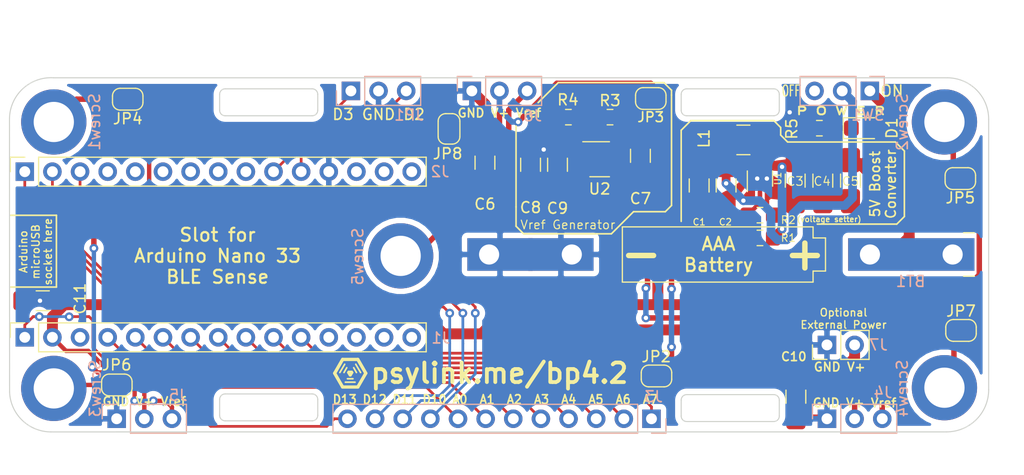
<source format=kicad_pcb>
(kicad_pcb (version 20171130) (host pcbnew 5.1.5+dfsg1-2build2)

  (general
    (thickness 1.6)
    (drawings 110)
    (tracks 315)
    (zones 0)
    (modules 42)
    (nets 44)
  )

  (page A4)
  (layers
    (0 F.Cu signal)
    (31 B.Cu signal)
    (32 B.Adhes user)
    (33 F.Adhes user)
    (34 B.Paste user)
    (35 F.Paste user)
    (36 B.SilkS user)
    (37 F.SilkS user)
    (38 B.Mask user)
    (39 F.Mask user)
    (40 Dwgs.User user)
    (41 Cmts.User user)
    (42 Eco1.User user)
    (43 Eco2.User user)
    (44 Edge.Cuts user)
    (45 Margin user)
    (46 B.CrtYd user)
    (47 F.CrtYd user)
    (48 B.Fab user)
    (49 F.Fab user hide)
  )

  (setup
    (last_trace_width 0.5)
    (user_trace_width 0.4)
    (user_trace_width 0.5)
    (user_trace_width 0.8)
    (user_trace_width 1)
    (trace_clearance 0.2)
    (zone_clearance 0.26)
    (zone_45_only no)
    (trace_min 0.2)
    (via_size 0.8)
    (via_drill 0.4)
    (via_min_size 0.4)
    (via_min_drill 0.3)
    (uvia_size 0.3)
    (uvia_drill 0.1)
    (uvias_allowed no)
    (uvia_min_size 0.2)
    (uvia_min_drill 0.1)
    (edge_width 0.1)
    (segment_width 0.2)
    (pcb_text_width 0.3)
    (pcb_text_size 1.5 1.5)
    (mod_edge_width 0.15)
    (mod_text_size 1 1)
    (mod_text_width 0.15)
    (pad_size 7 7)
    (pad_drill 3.7)
    (pad_to_mask_clearance 0)
    (aux_axis_origin 0 0)
    (visible_elements FFFFFF7F)
    (pcbplotparams
      (layerselection 0x010fc_ffffffff)
      (usegerberextensions false)
      (usegerberattributes false)
      (usegerberadvancedattributes false)
      (creategerberjobfile false)
      (excludeedgelayer true)
      (linewidth 0.100000)
      (plotframeref false)
      (viasonmask false)
      (mode 1)
      (useauxorigin false)
      (hpglpennumber 1)
      (hpglpenspeed 20)
      (hpglpendiameter 15.000000)
      (psnegative false)
      (psa4output false)
      (plotreference true)
      (plotvalue true)
      (plotinvisibletext false)
      (padsonsilk false)
      (subtractmaskfromsilk false)
      (outputformat 1)
      (mirror false)
      (drillshape 1)
      (scaleselection 1)
      (outputdirectory ""))
  )

  (net 0 "")
  (net 1 /GND)
  (net 2 "Net-(BT1-Pad1)")
  (net 3 /Vbat)
  (net 4 /V+)
  (net 5 /OpAmpV+)
  (net 6 /Vref)
  (net 7 /D13)
  (net 8 /AREF)
  (net 9 /A0)
  (net 10 /A1)
  (net 11 /A2)
  (net 12 /A3)
  (net 13 /A4)
  (net 14 /A5)
  (net 15 /A6)
  (net 16 /A7)
  (net 17 /+5V)
  (net 18 /RST2)
  (net 19 /GND2)
  (net 20 /VIN)
  (net 21 /TX)
  (net 22 /RX)
  (net 23 /RST)
  (net 24 /D2)
  (net 25 /D3)
  (net 26 /D4)
  (net 27 /D5)
  (net 28 /D6)
  (net 29 /D7)
  (net 30 /D8)
  (net 31 /D9)
  (net 32 /D11)
  (net 33 /D12)
  (net 34 /L)
  (net 35 /FB)
  (net 36 /Vdiv)
  (net 37 /D10)
  (net 38 "Net-(JP4-Pad2)")
  (net 39 "Net-(JP5-Pad2)")
  (net 40 "Net-(JP6-Pad2)")
  (net 41 "Net-(JP7-Pad2)")
  (net 42 "Net-(JP8-Pad2)")
  (net 43 "Net-(D1-Pad1)")

  (net_class Default "This is the default net class."
    (clearance 0.2)
    (trace_width 0.25)
    (via_dia 0.8)
    (via_drill 0.4)
    (uvia_dia 0.3)
    (uvia_drill 0.1)
    (add_net /+5V)
    (add_net /A0)
    (add_net /A1)
    (add_net /A2)
    (add_net /A3)
    (add_net /A4)
    (add_net /A5)
    (add_net /A6)
    (add_net /A7)
    (add_net /AREF)
    (add_net /D10)
    (add_net /D11)
    (add_net /D12)
    (add_net /D13)
    (add_net /D2)
    (add_net /D3)
    (add_net /D4)
    (add_net /D5)
    (add_net /D6)
    (add_net /D7)
    (add_net /D8)
    (add_net /D9)
    (add_net /FB)
    (add_net /GND)
    (add_net /GND2)
    (add_net /L)
    (add_net /OpAmpV+)
    (add_net /RST)
    (add_net /RST2)
    (add_net /RX)
    (add_net /TX)
    (add_net /V+)
    (add_net /VIN)
    (add_net /Vbat)
    (add_net /Vdiv)
    (add_net /Vref)
    (add_net "Net-(BT1-Pad1)")
    (add_net "Net-(D1-Pad1)")
    (add_net "Net-(JP4-Pad2)")
    (add_net "Net-(JP5-Pad2)")
    (add_net "Net-(JP6-Pad2)")
    (add_net "Net-(JP7-Pad2)")
    (add_net "Net-(JP8-Pad2)")
  )

  (module Jumper:SolderJumper-2_P1.3mm_Open_RoundedPad1.0x1.5mm (layer F.Cu) (tedit 5B391E66) (tstamp 61B6CB3A)
    (at 36.2585 27.3685 180)
    (descr "SMD Solder Jumper, 1x1.5mm, rounded Pads, 0.3mm gap, open")
    (tags "solder jumper open")
    (path /61EC1F68)
    (attr virtual)
    (fp_text reference JP4 (at 0 -1.8) (layer F.SilkS)
      (effects (font (size 1 1) (thickness 0.15)))
    )
    (fp_text value SolderJumper_2_Open (at 0 1.9) (layer F.Fab)
      (effects (font (size 1 1) (thickness 0.15)))
    )
    (fp_arc (start 0.7 -0.3) (end 1.4 -0.3) (angle -90) (layer F.SilkS) (width 0.12))
    (fp_arc (start 0.7 0.3) (end 0.7 1) (angle -90) (layer F.SilkS) (width 0.12))
    (fp_arc (start -0.7 0.3) (end -1.4 0.3) (angle -90) (layer F.SilkS) (width 0.12))
    (fp_arc (start -0.7 -0.3) (end -0.7 -1) (angle -90) (layer F.SilkS) (width 0.12))
    (fp_line (start -1.4 0.3) (end -1.4 -0.3) (layer F.SilkS) (width 0.12))
    (fp_line (start 0.7 1) (end -0.7 1) (layer F.SilkS) (width 0.12))
    (fp_line (start 1.4 -0.3) (end 1.4 0.3) (layer F.SilkS) (width 0.12))
    (fp_line (start -0.7 -1) (end 0.7 -1) (layer F.SilkS) (width 0.12))
    (fp_line (start -1.65 -1.25) (end 1.65 -1.25) (layer F.CrtYd) (width 0.05))
    (fp_line (start -1.65 -1.25) (end -1.65 1.25) (layer F.CrtYd) (width 0.05))
    (fp_line (start 1.65 1.25) (end 1.65 -1.25) (layer F.CrtYd) (width 0.05))
    (fp_line (start 1.65 1.25) (end -1.65 1.25) (layer F.CrtYd) (width 0.05))
    (pad 1 smd custom (at -0.65 0 180) (size 1 0.5) (layers F.Cu F.Mask)
      (net 6 /Vref) (zone_connect 2)
      (options (clearance outline) (anchor rect))
      (primitives
        (gr_circle (center 0 0.25) (end 0.5 0.25) (width 0))
        (gr_circle (center 0 -0.25) (end 0.5 -0.25) (width 0))
        (gr_poly (pts
           (xy 0 -0.75) (xy 0.5 -0.75) (xy 0.5 0.75) (xy 0 0.75)) (width 0))
      ))
    (pad 2 smd custom (at 0.65 0 180) (size 1 0.5) (layers F.Cu F.Mask)
      (net 38 "Net-(JP4-Pad2)") (zone_connect 2)
      (options (clearance outline) (anchor rect))
      (primitives
        (gr_circle (center 0 0.25) (end 0.5 0.25) (width 0))
        (gr_circle (center 0 -0.25) (end 0.5 -0.25) (width 0))
        (gr_poly (pts
           (xy 0 -0.75) (xy -0.5 -0.75) (xy -0.5 0.75) (xy 0 0.75)) (width 0))
      ))
  )

  (module MountingHole:MountingHole_3.7mm_Pad (layer F.Cu) (tedit 61B539AE) (tstamp 61B6CBA2)
    (at 111.3155 53.9115)
    (descr "Mounting Hole 3.7mm")
    (tags "mounting hole 3.7mm")
    (path /61EACCDA)
    (attr virtual)
    (fp_text reference Screw4 (at -3.8735 0.0635 90) (layer B.SilkS)
      (effects (font (size 1 1) (thickness 0.15)) (justify mirror))
    )
    (fp_text value "Bottom Right" (at 0 4.7) (layer F.Fab)
      (effects (font (size 1 1) (thickness 0.15)))
    )
    (fp_circle (center 0 0) (end 3.95 0) (layer F.CrtYd) (width 0.05))
    (fp_circle (center 0 0) (end 3.7 0) (layer Cmts.User) (width 0.15))
    (fp_text user %R (at 0.3 0) (layer F.Fab)
      (effects (font (size 1 1) (thickness 0.15)))
    )
    (pad 1 thru_hole circle (at 0 0) (size 6 6) (drill 3.7) (layers *.Cu *.Mask)
      (net 41 "Net-(JP7-Pad2)"))
  )

  (module Resistor_SMD:R_0805_2012Metric_Pad1.15x1.40mm_HandSolder (layer F.Cu) (tedit 61D76CBF) (tstamp 61D7927F)
    (at 99.822 30.0355)
    (descr "Resistor SMD 0805 (2012 Metric), square (rectangular) end terminal, IPC_7351 nominal with elongated pad for handsoldering. (Body size source: https://docs.google.com/spreadsheets/d/1BsfQQcO9C6DZCsRaXUlFlo91Tg2WpOkGARC1WS5S8t0/edit?usp=sharing), generated with kicad-footprint-generator")
    (tags "resistor handsolder")
    (path /61F16495)
    (attr smd)
    (fp_text reference R5 (at -2.54 0.0635 90) (layer F.SilkS)
      (effects (font (size 1 1) (thickness 0.15)))
    )
    (fp_text value 100/1% (at 0 1.65) (layer F.Fab)
      (effects (font (size 1 1) (thickness 0.15)))
    )
    (fp_text user %R (at 0 0) (layer F.Fab)
      (effects (font (size 0.5 0.5) (thickness 0.08)))
    )
    (fp_line (start 1.85 0.95) (end -1.85 0.95) (layer F.CrtYd) (width 0.05))
    (fp_line (start 1.85 -0.95) (end 1.85 0.95) (layer F.CrtYd) (width 0.05))
    (fp_line (start -1.85 -0.95) (end 1.85 -0.95) (layer F.CrtYd) (width 0.05))
    (fp_line (start -1.85 0.95) (end -1.85 -0.95) (layer F.CrtYd) (width 0.05))
    (fp_line (start -0.261252 0.71) (end 0.261252 0.71) (layer F.SilkS) (width 0.12))
    (fp_line (start -0.261252 -0.71) (end 0.261252 -0.71) (layer F.SilkS) (width 0.12))
    (fp_line (start 1 0.6) (end -1 0.6) (layer F.Fab) (width 0.1))
    (fp_line (start 1 -0.6) (end 1 0.6) (layer F.Fab) (width 0.1))
    (fp_line (start -1 -0.6) (end 1 -0.6) (layer F.Fab) (width 0.1))
    (fp_line (start -1 0.6) (end -1 -0.6) (layer F.Fab) (width 0.1))
    (pad 2 smd roundrect (at 1.125 0) (size 1.35 1.4) (layers F.Cu F.Paste F.Mask) (roundrect_rratio 0.217)
      (net 43 "Net-(D1-Pad1)"))
    (pad 1 smd roundrect (at -1.125 0) (size 1.25 1.4) (layers F.Cu F.Paste F.Mask) (roundrect_rratio 0.217)
      (net 1 /GND))
    (model ${KISYS3DMOD}/Resistor_SMD.3dshapes/R_0805_2012Metric.wrl
      (at (xyz 0 0 0))
      (scale (xyz 1 1 1))
      (rotate (xyz 0 0 0))
    )
  )

  (module PsyLinkFootprints:BatteryHolder_Keystone_82_1xAAA (layer F.Cu) (tedit 60B956F1) (tstamp 61B5008D)
    (at 112.069 41.656 180)
    (descr "1xAAA Battery Holder, Keystone, Two snap-in clips, https://eu.mouser.com/ProductDetail/Keystone-Electronics/82")
    (tags "AAA battery holder Keystone")
    (path /60BF138E)
    (fp_text reference BT1 (at 3.865 -2.4765 180) (layer B.SilkS)
      (effects (font (size 1 1) (thickness 0.15)) (justify mirror))
    )
    (fp_text value 1.2V (at 20.955 0) (layer F.Fab)
      (effects (font (size 0.9 0.9) (thickness 0.15)))
    )
    (fp_line (start -2.6 3.8) (end 45.2 3.8) (layer B.CrtYd) (width 0.05))
    (fp_text user %R (at 7.62 0) (layer F.Fab)
      (effects (font (size 1 1) (thickness 0.15)))
    )
    (fp_line (start -2.6 -3.8) (end 45.2 -3.8) (layer B.CrtYd) (width 0.05))
    (fp_line (start -1 2) (end -2 2) (layer F.SilkS) (width 0.12))
    (fp_line (start -2 -2) (end -1 -2) (layer F.SilkS) (width 0.12))
    (fp_text user %R (at 0 0) (layer F.Fab)
      (effects (font (size 1 1) (thickness 0.15)))
    )
    (fp_line (start -2.6 -3.8) (end -2.6 3.8) (layer B.CrtYd) (width 0.05))
    (fp_line (start 10.2 -3.8) (end 10.2 3.8) (layer B.CrtYd) (width 0.05))
    (fp_line (start 32.4 -3.8) (end 32.4 3.8) (layer B.CrtYd) (width 0.05))
    (fp_line (start 45.2 -3.8) (end 45.2 3.8) (layer B.CrtYd) (width 0.05))
    (fp_line (start 12.827 2.54) (end 30.353 2.54) (layer F.SilkS) (width 0.12))
    (fp_line (start 30.353 2.54) (end 30.353 -2.54) (layer F.SilkS) (width 0.12))
    (fp_line (start 30.353 -2.54) (end 12.827 -2.54) (layer F.SilkS) (width 0.12))
    (fp_line (start 11.684 -1.524) (end 11.684 1.524) (layer F.SilkS) (width 0.12))
    (fp_line (start 11.684 1.524) (end 12.827 1.524) (layer F.SilkS) (width 0.12))
    (fp_line (start 11.684 -1.524) (end 12.827 -1.524) (layer F.SilkS) (width 0.12))
    (fp_line (start 12.827 -1.524) (end 12.827 -2.54) (layer F.SilkS) (width 0.12))
    (fp_line (start 12.827 1.524) (end 12.827 2.54) (layer F.SilkS) (width 0.12))
    (pad 2 thru_hole rect (at 35 0 180) (size 6 3) (drill 1.85 (offset 1 0)) (layers *.Cu *.Mask)
      (net 1 /GND))
    (pad 1 thru_hole rect (at 7.6 0 180) (size 6 3) (drill 1.85 (offset -1 0)) (layers *.Cu *.Mask)
      (net 2 "Net-(BT1-Pad1)"))
    (pad 2 thru_hole rect (at 42.6 0 180) (size 6 3) (drill 1.85 (offset -1 0)) (layers *.Cu *.Mask)
      (net 1 /GND))
    (pad 1 thru_hole rect (at 0 0 180) (size 6 3) (drill 1.85 (offset 1 0)) (layers *.Cu *.Mask)
      (net 2 "Net-(BT1-Pad1)"))
  )

  (module Connector_PinSocket_2.54mm:PinSocket_1x15_P2.54mm_Vertical (layer F.Cu) (tedit 5A19A41D) (tstamp 61B500E5)
    (at 26.797 34.036 90)
    (descr "Through hole straight socket strip, 1x15, 2.54mm pitch, single row (from Kicad 4.0.7), script generated")
    (tags "Through hole socket strip THT 1x15 2.54mm single row")
    (path /60BC79E1)
    (fp_text reference J2 (at 0 38.1635) (layer B.SilkS)
      (effects (font (size 1 1) (thickness 0.15)) (justify mirror))
    )
    (fp_text value "Right Pin Strip" (at 0 38.33 90) (layer F.Fab)
      (effects (font (size 1 1) (thickness 0.15)))
    )
    (fp_text user %R (at 0 17.78) (layer F.Fab)
      (effects (font (size 1 1) (thickness 0.15)))
    )
    (fp_line (start -1.8 37.3) (end -1.8 -1.8) (layer F.CrtYd) (width 0.05))
    (fp_line (start 1.75 37.3) (end -1.8 37.3) (layer F.CrtYd) (width 0.05))
    (fp_line (start 1.75 -1.8) (end 1.75 37.3) (layer F.CrtYd) (width 0.05))
    (fp_line (start -1.8 -1.8) (end 1.75 -1.8) (layer F.CrtYd) (width 0.05))
    (fp_line (start 0 -1.33) (end 1.33 -1.33) (layer F.SilkS) (width 0.12))
    (fp_line (start 1.33 -1.33) (end 1.33 0) (layer F.SilkS) (width 0.12))
    (fp_line (start 1.33 1.27) (end 1.33 36.89) (layer F.SilkS) (width 0.12))
    (fp_line (start -1.33 36.89) (end 1.33 36.89) (layer F.SilkS) (width 0.12))
    (fp_line (start -1.33 1.27) (end -1.33 36.89) (layer F.SilkS) (width 0.12))
    (fp_line (start -1.33 1.27) (end 1.33 1.27) (layer F.SilkS) (width 0.12))
    (fp_line (start -1.27 36.83) (end -1.27 -1.27) (layer F.Fab) (width 0.1))
    (fp_line (start 1.27 36.83) (end -1.27 36.83) (layer F.Fab) (width 0.1))
    (fp_line (start 1.27 -0.635) (end 1.27 36.83) (layer F.Fab) (width 0.1))
    (fp_line (start 0.635 -1.27) (end 1.27 -0.635) (layer F.Fab) (width 0.1))
    (fp_line (start -1.27 -1.27) (end 0.635 -1.27) (layer F.Fab) (width 0.1))
    (pad 15 thru_hole oval (at 0 35.56 90) (size 1.7 1.7) (drill 1) (layers *.Cu *.Mask)
      (net 21 /TX))
    (pad 14 thru_hole oval (at 0 33.02 90) (size 1.7 1.7) (drill 1) (layers *.Cu *.Mask)
      (net 22 /RX))
    (pad 13 thru_hole oval (at 0 30.48 90) (size 1.7 1.7) (drill 1) (layers *.Cu *.Mask)
      (net 23 /RST))
    (pad 12 thru_hole oval (at 0 27.94 90) (size 1.7 1.7) (drill 1) (layers *.Cu *.Mask)
      (net 1 /GND))
    (pad 11 thru_hole oval (at 0 25.4 90) (size 1.7 1.7) (drill 1) (layers *.Cu *.Mask)
      (net 24 /D2))
    (pad 10 thru_hole oval (at 0 22.86 90) (size 1.7 1.7) (drill 1) (layers *.Cu *.Mask)
      (net 25 /D3))
    (pad 9 thru_hole oval (at 0 20.32 90) (size 1.7 1.7) (drill 1) (layers *.Cu *.Mask)
      (net 26 /D4))
    (pad 8 thru_hole oval (at 0 17.78 90) (size 1.7 1.7) (drill 1) (layers *.Cu *.Mask)
      (net 27 /D5))
    (pad 7 thru_hole oval (at 0 15.24 90) (size 1.7 1.7) (drill 1) (layers *.Cu *.Mask)
      (net 28 /D6))
    (pad 6 thru_hole oval (at 0 12.7 90) (size 1.7 1.7) (drill 1) (layers *.Cu *.Mask)
      (net 29 /D7))
    (pad 5 thru_hole oval (at 0 10.16 90) (size 1.7 1.7) (drill 1) (layers *.Cu *.Mask)
      (net 30 /D8))
    (pad 4 thru_hole oval (at 0 7.62 90) (size 1.7 1.7) (drill 1) (layers *.Cu *.Mask)
      (net 31 /D9))
    (pad 3 thru_hole oval (at 0 5.08 90) (size 1.7 1.7) (drill 1) (layers *.Cu *.Mask)
      (net 37 /D10))
    (pad 2 thru_hole oval (at 0 2.54 90) (size 1.7 1.7) (drill 1) (layers *.Cu *.Mask)
      (net 32 /D11))
    (pad 1 thru_hole rect (at 0 0 90) (size 1.7 1.7) (drill 1) (layers *.Cu *.Mask)
      (net 33 /D12))
    (model ${KISYS3DMOD}/Connector_PinSocket_2.54mm.3dshapes/PinSocket_1x15_P2.54mm_Vertical.wrl
      (at (xyz 0 0 0))
      (scale (xyz 1 1 1))
      (rotate (xyz 0 0 0))
    )
  )

  (module Connector_PinSocket_2.54mm:PinSocket_1x03_P2.54mm_Vertical (layer B.Cu) (tedit 5A19A429) (tstamp 61BE9DBA)
    (at 56.769 26.6065 270)
    (descr "Through hole straight socket strip, 1x03, 2.54mm pitch, single row (from Kicad 4.0.7), script generated")
    (tags "Through hole socket strip THT 1x03 2.54mm single row")
    (path /6112D134)
    (fp_text reference JP1 (at 2.2225 -5.334 180) (layer B.SilkS)
      (effects (font (size 1 1) (thickness 0.15)) (justify mirror))
    )
    (fp_text value "Configuration Jumper" (at 0 -7.85 270) (layer B.Fab)
      (effects (font (size 1 1) (thickness 0.15)) (justify mirror))
    )
    (fp_text user %R (at 0 -2.54) (layer B.Fab)
      (effects (font (size 1 1) (thickness 0.15)) (justify mirror))
    )
    (fp_line (start -1.8 -6.85) (end -1.8 1.8) (layer B.CrtYd) (width 0.05))
    (fp_line (start 1.75 -6.85) (end -1.8 -6.85) (layer B.CrtYd) (width 0.05))
    (fp_line (start 1.75 1.8) (end 1.75 -6.85) (layer B.CrtYd) (width 0.05))
    (fp_line (start -1.8 1.8) (end 1.75 1.8) (layer B.CrtYd) (width 0.05))
    (fp_line (start 0 1.33) (end 1.33 1.33) (layer B.SilkS) (width 0.12))
    (fp_line (start 1.33 1.33) (end 1.33 0) (layer B.SilkS) (width 0.12))
    (fp_line (start 1.33 -1.27) (end 1.33 -6.41) (layer B.SilkS) (width 0.12))
    (fp_line (start -1.33 -6.41) (end 1.33 -6.41) (layer B.SilkS) (width 0.12))
    (fp_line (start -1.33 -1.27) (end -1.33 -6.41) (layer B.SilkS) (width 0.12))
    (fp_line (start -1.33 -1.27) (end 1.33 -1.27) (layer B.SilkS) (width 0.12))
    (fp_line (start -1.27 -6.35) (end -1.27 1.27) (layer B.Fab) (width 0.1))
    (fp_line (start 1.27 -6.35) (end -1.27 -6.35) (layer B.Fab) (width 0.1))
    (fp_line (start 1.27 0.635) (end 1.27 -6.35) (layer B.Fab) (width 0.1))
    (fp_line (start 0.635 1.27) (end 1.27 0.635) (layer B.Fab) (width 0.1))
    (fp_line (start -1.27 1.27) (end 0.635 1.27) (layer B.Fab) (width 0.1))
    (pad 3 thru_hole oval (at 0 -5.08 270) (size 1.7 1.7) (drill 1) (layers *.Cu *.Mask)
      (net 24 /D2))
    (pad 2 thru_hole oval (at 0 -2.54 270) (size 1.7 1.7) (drill 1) (layers *.Cu *.Mask)
      (net 1 /GND))
    (pad 1 thru_hole rect (at 0 0 270) (size 1.7 1.7) (drill 1) (layers *.Cu *.Mask)
      (net 25 /D3))
    (model ${KISYS3DMOD}/Connector_PinSocket_2.54mm.3dshapes/PinSocket_1x03_P2.54mm_Vertical.wrl
      (at (xyz 0 0 0))
      (scale (xyz 1 1 1))
      (rotate (xyz 0 0 0))
    )
  )

  (module Jumper:SolderJumper-2_P1.3mm_Open_RoundedPad1.0x1.5mm (layer F.Cu) (tedit 5B391E66) (tstamp 61B50341)
    (at 84.851 52.832 180)
    (descr "SMD Solder Jumper, 1x1.5mm, rounded Pads, 0.3mm gap, open")
    (tags "solder jumper open")
    (path /60F6BC38)
    (attr virtual)
    (fp_text reference JP2 (at 0.015 1.778) (layer F.SilkS)
      (effects (font (size 1 1) (thickness 0.15)))
    )
    (fp_text value "Solder Jumper" (at 0 1.9) (layer F.Fab)
      (effects (font (size 1 1) (thickness 0.15)))
    )
    (fp_arc (start 0.7 -0.3) (end 1.4 -0.3) (angle -90) (layer F.SilkS) (width 0.12))
    (fp_arc (start 0.7 0.3) (end 0.7 1) (angle -90) (layer F.SilkS) (width 0.12))
    (fp_arc (start -0.7 0.3) (end -1.4 0.3) (angle -90) (layer F.SilkS) (width 0.12))
    (fp_arc (start -0.7 -0.3) (end -0.7 -1) (angle -90) (layer F.SilkS) (width 0.12))
    (fp_line (start -1.4 0.3) (end -1.4 -0.3) (layer F.SilkS) (width 0.12))
    (fp_line (start 0.7 1) (end -0.7 1) (layer F.SilkS) (width 0.12))
    (fp_line (start 1.4 -0.3) (end 1.4 0.3) (layer F.SilkS) (width 0.12))
    (fp_line (start -0.7 -1) (end 0.7 -1) (layer F.SilkS) (width 0.12))
    (fp_line (start -1.65 -1.25) (end 1.65 -1.25) (layer F.CrtYd) (width 0.05))
    (fp_line (start -1.65 -1.25) (end -1.65 1.25) (layer F.CrtYd) (width 0.05))
    (fp_line (start 1.65 1.25) (end 1.65 -1.25) (layer F.CrtYd) (width 0.05))
    (fp_line (start 1.65 1.25) (end -1.65 1.25) (layer F.CrtYd) (width 0.05))
    (pad 1 smd custom (at -0.65 0 180) (size 1 0.5) (layers F.Cu F.Mask)
      (net 3 /Vbat) (zone_connect 2)
      (options (clearance outline) (anchor rect))
      (primitives
        (gr_circle (center 0 0.25) (end 0.5 0.25) (width 0))
        (gr_circle (center 0 -0.25) (end 0.5 -0.25) (width 0))
        (gr_poly (pts
           (xy 0 -0.75) (xy 0.5 -0.75) (xy 0.5 0.75) (xy 0 0.75)) (width 0))
      ))
    (pad 2 smd custom (at 0.65 0 180) (size 1 0.5) (layers F.Cu F.Mask)
      (net 16 /A7) (zone_connect 2)
      (options (clearance outline) (anchor rect))
      (primitives
        (gr_circle (center 0 0.25) (end 0.5 0.25) (width 0))
        (gr_circle (center 0 -0.25) (end 0.5 -0.25) (width 0))
        (gr_poly (pts
           (xy 0 -0.75) (xy -0.5 -0.75) (xy -0.5 0.75) (xy 0 0.75)) (width 0))
      ))
  )

  (module Jumper:SolderJumper-2_P1.3mm_Open_RoundedPad1.0x1.5mm (layer F.Cu) (tedit 5B391E66) (tstamp 61B501D3)
    (at 84.328 27.305 180)
    (descr "SMD Solder Jumper, 1x1.5mm, rounded Pads, 0.3mm gap, open")
    (tags "solder jumper open")
    (path /60E0C5DF)
    (attr virtual)
    (fp_text reference JP3 (at 0 -1.7145) (layer F.SilkS)
      (effects (font (size 0.9 0.9) (thickness 0.15)))
    )
    (fp_text value "Solder Jumper" (at 0 1.9) (layer F.Fab)
      (effects (font (size 1 1) (thickness 0.15)))
    )
    (fp_line (start 1.65 1.25) (end -1.65 1.25) (layer F.CrtYd) (width 0.05))
    (fp_line (start 1.65 1.25) (end 1.65 -1.25) (layer F.CrtYd) (width 0.05))
    (fp_line (start -1.65 -1.25) (end -1.65 1.25) (layer F.CrtYd) (width 0.05))
    (fp_line (start -1.65 -1.25) (end 1.65 -1.25) (layer F.CrtYd) (width 0.05))
    (fp_line (start -0.7 -1) (end 0.7 -1) (layer F.SilkS) (width 0.12))
    (fp_line (start 1.4 -0.3) (end 1.4 0.3) (layer F.SilkS) (width 0.12))
    (fp_line (start 0.7 1) (end -0.7 1) (layer F.SilkS) (width 0.12))
    (fp_line (start -1.4 0.3) (end -1.4 -0.3) (layer F.SilkS) (width 0.12))
    (fp_arc (start -0.7 -0.3) (end -0.7 -1) (angle -90) (layer F.SilkS) (width 0.12))
    (fp_arc (start -0.7 0.3) (end -1.4 0.3) (angle -90) (layer F.SilkS) (width 0.12))
    (fp_arc (start 0.7 0.3) (end 0.7 1) (angle -90) (layer F.SilkS) (width 0.12))
    (fp_arc (start 0.7 -0.3) (end 1.4 -0.3) (angle -90) (layer F.SilkS) (width 0.12))
    (pad 2 smd custom (at 0.65 0 180) (size 1 0.5) (layers F.Cu F.Mask)
      (net 5 /OpAmpV+) (zone_connect 2)
      (options (clearance outline) (anchor rect))
      (primitives
        (gr_circle (center 0 0.25) (end 0.5 0.25) (width 0))
        (gr_circle (center 0 -0.25) (end 0.5 -0.25) (width 0))
        (gr_poly (pts
           (xy 0 -0.75) (xy -0.5 -0.75) (xy -0.5 0.75) (xy 0 0.75)) (width 0))
      ))
    (pad 1 smd custom (at -0.65 0 180) (size 1 0.5) (layers F.Cu F.Mask)
      (net 4 /V+) (zone_connect 2)
      (options (clearance outline) (anchor rect))
      (primitives
        (gr_circle (center 0 0.25) (end 0.5 0.25) (width 0))
        (gr_circle (center 0 -0.25) (end 0.5 -0.25) (width 0))
        (gr_poly (pts
           (xy 0 -0.75) (xy 0.5 -0.75) (xy 0.5 0.75) (xy 0 0.75)) (width 0))
      ))
  )

  (module Connector_PinSocket_2.54mm:PinSocket_1x03_P2.54mm_Vertical (layer B.Cu) (tedit 5A19A429) (tstamp 61BE772B)
    (at 104.4575 26.6065 90)
    (descr "Through hole straight socket strip, 1x03, 2.54mm pitch, single row (from Kicad 4.0.7), script generated")
    (tags "Through hole socket strip THT 1x03 2.54mm single row")
    (path /60BF481E)
    (fp_text reference SW1 (at -2.2225 -0.1905 180) (layer B.SilkS)
      (effects (font (size 1 1) (thickness 0.15)) (justify mirror))
    )
    (fp_text value "Power Switch" (at 0 -7.85 270) (layer B.Fab)
      (effects (font (size 1 1) (thickness 0.15)) (justify mirror))
    )
    (fp_line (start -1.27 1.27) (end 0.635 1.27) (layer B.Fab) (width 0.1))
    (fp_line (start 0.635 1.27) (end 1.27 0.635) (layer B.Fab) (width 0.1))
    (fp_line (start 1.27 0.635) (end 1.27 -6.35) (layer B.Fab) (width 0.1))
    (fp_line (start 1.27 -6.35) (end -1.27 -6.35) (layer B.Fab) (width 0.1))
    (fp_line (start -1.27 -6.35) (end -1.27 1.27) (layer B.Fab) (width 0.1))
    (fp_line (start -1.33 -1.27) (end 1.33 -1.27) (layer B.SilkS) (width 0.12))
    (fp_line (start -1.33 -1.27) (end -1.33 -6.41) (layer B.SilkS) (width 0.12))
    (fp_line (start -1.33 -6.41) (end 1.33 -6.41) (layer B.SilkS) (width 0.12))
    (fp_line (start 1.33 -1.27) (end 1.33 -6.41) (layer B.SilkS) (width 0.12))
    (fp_line (start 1.33 1.33) (end 1.33 0) (layer B.SilkS) (width 0.12))
    (fp_line (start 0 1.33) (end 1.33 1.33) (layer B.SilkS) (width 0.12))
    (fp_line (start -1.8 1.8) (end 1.75 1.8) (layer B.CrtYd) (width 0.05))
    (fp_line (start 1.75 1.8) (end 1.75 -6.85) (layer B.CrtYd) (width 0.05))
    (fp_line (start 1.75 -6.85) (end -1.8 -6.85) (layer B.CrtYd) (width 0.05))
    (fp_line (start -1.8 -6.85) (end -1.8 1.8) (layer B.CrtYd) (width 0.05))
    (fp_text user %R (at 0 -2.54) (layer B.Fab)
      (effects (font (size 1 1) (thickness 0.15)) (justify mirror))
    )
    (pad 1 thru_hole rect (at 0 0 90) (size 1.7 1.7) (drill 1) (layers *.Cu *.Mask)
      (net 2 "Net-(BT1-Pad1)"))
    (pad 2 thru_hole oval (at 0 -2.54 90) (size 1.7 1.7) (drill 1) (layers *.Cu *.Mask)
      (net 3 /Vbat))
    (pad 3 thru_hole oval (at 0 -5.08 90) (size 1.7 1.7) (drill 1) (layers *.Cu *.Mask))
    (model ${KISYS3DMOD}/Connector_PinSocket_2.54mm.3dshapes/PinSocket_1x03_P2.54mm_Vertical.wrl
      (at (xyz 0 0 0))
      (scale (xyz 1 1 1))
      (rotate (xyz 0 0 0))
    )
  )

  (module Package_TO_SOT_SMD:Texas_R-PDSO-G6 (layer F.Cu) (tedit 61D76400) (tstamp 61B4FFE8)
    (at 94.361 34.671 90)
    (descr "R-PDSO-G6, http://www.ti.com/lit/ds/slis144b/slis144b.pdf")
    (tags "R-PDSO-G6 SC-70-6")
    (path /60BEF8B9)
    (attr smd)
    (fp_text reference U1 (at 0 1.651 270) (layer F.SilkS)
      (effects (font (size 0.6 0.6) (thickness 0.1)))
    )
    (fp_text value TPS61220DCK (at 0 2 90) (layer F.Fab)
      (effects (font (size 1 1) (thickness 0.15)))
    )
    (fp_text user %R (at 0 0) (layer F.Fab)
      (effects (font (size 0.5 0.5) (thickness 0.075)))
    )
    (fp_line (start 0.7 -1.16) (end -1.2 -1.16) (layer F.SilkS) (width 0.12))
    (fp_line (start -0.7 1.16) (end 0.7 1.16) (layer F.SilkS) (width 0.12))
    (fp_line (start 1.6 1.4) (end 1.6 -1.4) (layer F.CrtYd) (width 0.05))
    (fp_line (start -1.6 -1.4) (end -1.6 1.4) (layer F.CrtYd) (width 0.05))
    (fp_line (start -1.6 -1.4) (end 1.6 -1.4) (layer F.CrtYd) (width 0.05))
    (fp_line (start 0.675 -1.1) (end -0.175 -1.1) (layer F.Fab) (width 0.1))
    (fp_line (start -0.675 -0.6) (end -0.675 1.1) (layer F.Fab) (width 0.1))
    (fp_line (start -1.6 1.4) (end 1.6 1.4) (layer F.CrtYd) (width 0.05))
    (fp_line (start 0.675 -1.1) (end 0.675 1.1) (layer F.Fab) (width 0.1))
    (fp_line (start 0.675 1.1) (end -0.675 1.1) (layer F.Fab) (width 0.1))
    (fp_line (start -0.175 -1.1) (end -0.675 -0.6) (layer F.Fab) (width 0.1))
    (pad 1 smd rect (at -1.3 -0.7 90) (size 1.3 0.5) (layers F.Cu F.Paste F.Mask)
      (net 3 /Vbat))
    (pad 3 smd rect (at -1.3 0.7 90) (size 1.3 0.5) (layers F.Cu F.Paste F.Mask)
      (net 1 /GND))
    (pad 5 smd rect (at 1.3 0 90) (size 1.3 0.4) (layers F.Cu F.Paste F.Mask)
      (net 34 /L))
    (pad 2 smd rect (at -1.5 0 90) (size 1.7 0.4) (layers F.Cu F.Paste F.Mask)
      (net 35 /FB))
    (pad 4 smd rect (at 1.3 0.7 90) (size 1.3 0.5) (layers F.Cu F.Paste F.Mask)
      (net 4 /V+))
    (pad 6 smd rect (at 1.3 -0.7 90) (size 1.3 0.5) (layers F.Cu F.Paste F.Mask)
      (net 3 /Vbat))
    (model ${KISYS3DMOD}/Package_TO_SOT_SMD.3dshapes/SOT-363_SC-70-6.wrl
      (at (xyz 0 0 0))
      (scale (xyz 1 1 1))
      (rotate (xyz 0 0 0))
    )
  )

  (module Package_TO_SOT_SMD:SOT-23-5 (layer F.Cu) (tedit 61B513D0) (tstamp 61B503CE)
    (at 79.629 32.893)
    (descr "5-pin SOT23 package")
    (tags SOT-23-5)
    (path /60DAB6F6)
    (attr smd)
    (fp_text reference U2 (at 0 2.7305) (layer F.SilkS)
      (effects (font (size 1 1) (thickness 0.15)))
    )
    (fp_text value LM321 (at 0 2.9) (layer F.Fab)
      (effects (font (size 1 1) (thickness 0.15)))
    )
    (fp_text user %R (at 0 0 90) (layer F.Fab)
      (effects (font (size 0.5 0.5) (thickness 0.075)))
    )
    (fp_line (start -0.9 1.61) (end 0.9 1.61) (layer F.SilkS) (width 0.12))
    (fp_line (start 0.9 -1.61) (end -1.55 -1.61) (layer F.SilkS) (width 0.12))
    (fp_line (start -1.9 -1.8) (end 1.9 -1.8) (layer F.CrtYd) (width 0.05))
    (fp_line (start 1.9 -1.8) (end 1.9 1.8) (layer F.CrtYd) (width 0.05))
    (fp_line (start 1.9 1.8) (end -1.9 1.8) (layer F.CrtYd) (width 0.05))
    (fp_line (start -1.9 1.8) (end -1.9 -1.8) (layer F.CrtYd) (width 0.05))
    (fp_line (start -0.9 -0.9) (end -0.25 -1.55) (layer F.Fab) (width 0.1))
    (fp_line (start 0.9 -1.55) (end -0.25 -1.55) (layer F.Fab) (width 0.1))
    (fp_line (start -0.9 -0.9) (end -0.9 1.55) (layer F.Fab) (width 0.1))
    (fp_line (start 0.9 1.55) (end -0.9 1.55) (layer F.Fab) (width 0.1))
    (fp_line (start 0.9 -1.55) (end 0.9 1.55) (layer F.Fab) (width 0.1))
    (pad 1 smd rect (at -1.6 -0.95) (size 2.06 0.65) (layers F.Cu F.Paste F.Mask)
      (net 36 /Vdiv))
    (pad 2 smd rect (at -1.6 0) (size 2.06 0.65) (layers F.Cu F.Paste F.Mask)
      (net 1 /GND))
    (pad 3 smd rect (at -1.6 0.95) (size 2.06 0.65) (layers F.Cu F.Paste F.Mask)
      (net 6 /Vref))
    (pad 4 smd rect (at 1.6 0.95) (size 2.06 0.65) (layers F.Cu F.Paste F.Mask)
      (net 6 /Vref))
    (pad 5 smd rect (at 1.6 -0.95) (size 2.06 0.65) (layers F.Cu F.Paste F.Mask)
      (net 5 /OpAmpV+))
    (model ${KISYS3DMOD}/Package_TO_SOT_SMD.3dshapes/SOT-23-5.wrl
      (at (xyz 0 0 0))
      (scale (xyz 1 1 1))
      (rotate (xyz 0 0 0))
    )
  )

  (module Capacitor_SMD:C_1206_3216Metric_Pad1.42x1.75mm_HandSolder (layer F.Cu) (tedit 61B5199C) (tstamp 61B73ACB)
    (at 88.773 35.306 90)
    (descr "Capacitor SMD 1206 (3216 Metric), square (rectangular) end terminal, IPC_7351 nominal with elongated pad for handsoldering. (Body size source: http://www.tortai-tech.com/upload/download/2011102023233369053.pdf), generated with kicad-footprint-generator")
    (tags "capacitor handsolder")
    (path /60DC86D8)
    (attr smd)
    (fp_text reference C1 (at -3.3655 0 180) (layer F.SilkS)
      (effects (font (size 0.6 0.6) (thickness 0.1)))
    )
    (fp_text value 10uF (at 0 1.82 90) (layer F.Fab)
      (effects (font (size 1 1) (thickness 0.15)))
    )
    (fp_text user %R (at 0 0 90) (layer F.Fab)
      (effects (font (size 0.8 0.8) (thickness 0.12)))
    )
    (fp_line (start 2.45 1.12) (end -2.45 1.12) (layer F.CrtYd) (width 0.05))
    (fp_line (start 2.45 -1.12) (end 2.45 1.12) (layer F.CrtYd) (width 0.05))
    (fp_line (start -2.45 -1.12) (end 2.45 -1.12) (layer F.CrtYd) (width 0.05))
    (fp_line (start -2.45 1.12) (end -2.45 -1.12) (layer F.CrtYd) (width 0.05))
    (fp_line (start -0.602064 0.91) (end 0.602064 0.91) (layer F.SilkS) (width 0.12))
    (fp_line (start -0.602064 -0.91) (end 0.602064 -0.91) (layer F.SilkS) (width 0.12))
    (fp_line (start 1.6 0.8) (end -1.6 0.8) (layer F.Fab) (width 0.1))
    (fp_line (start 1.6 -0.8) (end 1.6 0.8) (layer F.Fab) (width 0.1))
    (fp_line (start -1.6 -0.8) (end 1.6 -0.8) (layer F.Fab) (width 0.1))
    (fp_line (start -1.6 0.8) (end -1.6 -0.8) (layer F.Fab) (width 0.1))
    (pad 2 smd roundrect (at 1.8875 0 90) (size 2.225 1.75) (layers F.Cu F.Paste F.Mask) (roundrect_rratio 0.175)
      (net 3 /Vbat))
    (pad 1 smd roundrect (at -1.8875 0 90) (size 2.225 1.75) (layers F.Cu F.Paste F.Mask) (roundrect_rratio 0.175)
      (net 1 /GND))
    (model ${KISYS3DMOD}/Capacitor_SMD.3dshapes/C_1206_3216Metric.wrl
      (at (xyz 0 0 0))
      (scale (xyz 1 1 1))
      (rotate (xyz 0 0 0))
    )
  )

  (module Capacitor_SMD:C_1206_3216Metric_Pad1.42x1.75mm_HandSolder (layer F.Cu) (tedit 61B519DB) (tstamp 61B68951)
    (at 91.2495 35.306 90)
    (descr "Capacitor SMD 1206 (3216 Metric), square (rectangular) end terminal, IPC_7351 nominal with elongated pad for handsoldering. (Body size source: http://www.tortai-tech.com/upload/download/2011102023233369053.pdf), generated with kicad-footprint-generator")
    (tags "capacitor handsolder")
    (path /60CBE5F6)
    (attr smd)
    (fp_text reference C2 (at -3.3655 -0.0635) (layer F.SilkS)
      (effects (font (size 0.6 0.6) (thickness 0.1)))
    )
    (fp_text value 100uF (at 0 1.82 90) (layer F.Fab)
      (effects (font (size 1 1) (thickness 0.15)))
    )
    (fp_line (start -1.6 0.8) (end -1.6 -0.8) (layer F.Fab) (width 0.1))
    (fp_line (start -1.6 -0.8) (end 1.6 -0.8) (layer F.Fab) (width 0.1))
    (fp_line (start 1.6 -0.8) (end 1.6 0.8) (layer F.Fab) (width 0.1))
    (fp_line (start 1.6 0.8) (end -1.6 0.8) (layer F.Fab) (width 0.1))
    (fp_line (start -0.602064 -0.91) (end 0.602064 -0.91) (layer F.SilkS) (width 0.12))
    (fp_line (start -0.602064 0.91) (end 0.602064 0.91) (layer F.SilkS) (width 0.12))
    (fp_line (start -2.45 1.12) (end -2.45 -1.12) (layer F.CrtYd) (width 0.05))
    (fp_line (start -2.45 -1.12) (end 2.45 -1.12) (layer F.CrtYd) (width 0.05))
    (fp_line (start 2.45 -1.12) (end 2.45 1.12) (layer F.CrtYd) (width 0.05))
    (fp_line (start 2.45 1.12) (end -2.45 1.12) (layer F.CrtYd) (width 0.05))
    (fp_text user %R (at 0 0 90) (layer F.Fab)
      (effects (font (size 0.8 0.8) (thickness 0.12)))
    )
    (pad 1 smd roundrect (at -1.8875 0 90) (size 2.225 1.75) (layers F.Cu F.Paste F.Mask) (roundrect_rratio 0.175)
      (net 1 /GND))
    (pad 2 smd roundrect (at 1.6875 0 90) (size 1.825 1.75) (layers F.Cu F.Paste F.Mask) (roundrect_rratio 0.175)
      (net 3 /Vbat))
    (model ${KISYS3DMOD}/Capacitor_SMD.3dshapes/C_1206_3216Metric.wrl
      (at (xyz 0 0 0))
      (scale (xyz 1 1 1))
      (rotate (xyz 0 0 0))
    )
  )

  (module Capacitor_SMD:C_1206_3216Metric_Pad1.42x1.75mm_HandSolder (layer F.Cu) (tedit 61B5183D) (tstamp 61B5B462)
    (at 97.5995 34.8615 270)
    (descr "Capacitor SMD 1206 (3216 Metric), square (rectangular) end terminal, IPC_7351 nominal with elongated pad for handsoldering. (Body size source: http://www.tortai-tech.com/upload/download/2011102023233369053.pdf), generated with kicad-footprint-generator")
    (tags "capacitor handsolder")
    (path /60CBD3AB)
    (attr smd)
    (fp_text reference C3 (at 0.0635 0 180) (layer F.SilkS)
      (effects (font (size 0.8 0.8) (thickness 0.1)))
    )
    (fp_text value 100uF (at 0 1.82 90) (layer F.Fab)
      (effects (font (size 1 1) (thickness 0.15)))
    )
    (fp_text user %R (at 0 0 90) (layer F.Fab)
      (effects (font (size 0.8 0.8) (thickness 0.12)))
    )
    (fp_line (start 2.45 1.12) (end -2.45 1.12) (layer F.CrtYd) (width 0.05))
    (fp_line (start 2.45 -1.12) (end 2.45 1.12) (layer F.CrtYd) (width 0.05))
    (fp_line (start -2.45 -1.12) (end 2.45 -1.12) (layer F.CrtYd) (width 0.05))
    (fp_line (start -2.45 1.12) (end -2.45 -1.12) (layer F.CrtYd) (width 0.05))
    (fp_line (start -0.602064 0.91) (end 0.602064 0.91) (layer F.SilkS) (width 0.12))
    (fp_line (start -0.602064 -0.91) (end 0.602064 -0.91) (layer F.SilkS) (width 0.12))
    (fp_line (start 1.6 0.8) (end -1.6 0.8) (layer F.Fab) (width 0.1))
    (fp_line (start 1.6 -0.8) (end 1.6 0.8) (layer F.Fab) (width 0.1))
    (fp_line (start -1.6 -0.8) (end 1.6 -0.8) (layer F.Fab) (width 0.1))
    (fp_line (start -1.6 0.8) (end -1.6 -0.8) (layer F.Fab) (width 0.1))
    (pad 2 smd roundrect (at 1.8875 0 270) (size 2.225 1.75) (layers F.Cu F.Paste F.Mask) (roundrect_rratio 0.175)
      (net 1 /GND))
    (pad 1 smd roundrect (at -1.8875 0 270) (size 2.225 1.75) (layers F.Cu F.Paste F.Mask) (roundrect_rratio 0.175)
      (net 4 /V+))
    (model ${KISYS3DMOD}/Capacitor_SMD.3dshapes/C_1206_3216Metric.wrl
      (at (xyz 0 0 0))
      (scale (xyz 1 1 1))
      (rotate (xyz 0 0 0))
    )
  )

  (module Capacitor_SMD:C_1206_3216Metric_Pad1.42x1.75mm_HandSolder (layer F.Cu) (tedit 61B51844) (tstamp 61B5B472)
    (at 100.1395 34.8615 270)
    (descr "Capacitor SMD 1206 (3216 Metric), square (rectangular) end terminal, IPC_7351 nominal with elongated pad for handsoldering. (Body size source: http://www.tortai-tech.com/upload/download/2011102023233369053.pdf), generated with kicad-footprint-generator")
    (tags "capacitor handsolder")
    (path /60CB80A8)
    (attr smd)
    (fp_text reference C4 (at 0.0635 0.0635 180) (layer F.SilkS)
      (effects (font (size 0.8 0.8) (thickness 0.1)))
    )
    (fp_text value 10uF (at 0 1.82 90) (layer F.Fab)
      (effects (font (size 1 1) (thickness 0.15)))
    )
    (fp_line (start -1.6 0.8) (end -1.6 -0.8) (layer F.Fab) (width 0.1))
    (fp_line (start -1.6 -0.8) (end 1.6 -0.8) (layer F.Fab) (width 0.1))
    (fp_line (start 1.6 -0.8) (end 1.6 0.8) (layer F.Fab) (width 0.1))
    (fp_line (start 1.6 0.8) (end -1.6 0.8) (layer F.Fab) (width 0.1))
    (fp_line (start -0.602064 -0.91) (end 0.602064 -0.91) (layer F.SilkS) (width 0.12))
    (fp_line (start -0.602064 0.91) (end 0.602064 0.91) (layer F.SilkS) (width 0.12))
    (fp_line (start -2.45 1.12) (end -2.45 -1.12) (layer F.CrtYd) (width 0.05))
    (fp_line (start -2.45 -1.12) (end 2.45 -1.12) (layer F.CrtYd) (width 0.05))
    (fp_line (start 2.45 -1.12) (end 2.45 1.12) (layer F.CrtYd) (width 0.05))
    (fp_line (start 2.45 1.12) (end -2.45 1.12) (layer F.CrtYd) (width 0.05))
    (fp_text user %R (at 0 0 90) (layer F.Fab)
      (effects (font (size 0.8 0.8) (thickness 0.12)))
    )
    (pad 1 smd roundrect (at -1.8875 0 270) (size 2.225 1.75) (layers F.Cu F.Paste F.Mask) (roundrect_rratio 0.175)
      (net 4 /V+))
    (pad 2 smd roundrect (at 1.8875 0 270) (size 2.225 1.75) (layers F.Cu F.Paste F.Mask) (roundrect_rratio 0.175)
      (net 1 /GND))
    (model ${KISYS3DMOD}/Capacitor_SMD.3dshapes/C_1206_3216Metric.wrl
      (at (xyz 0 0 0))
      (scale (xyz 1 1 1))
      (rotate (xyz 0 0 0))
    )
  )

  (module Capacitor_SMD:C_1206_3216Metric_Pad1.42x1.75mm_HandSolder (layer F.Cu) (tedit 61B5184E) (tstamp 61B5B482)
    (at 102.6795 34.8615 270)
    (descr "Capacitor SMD 1206 (3216 Metric), square (rectangular) end terminal, IPC_7351 nominal with elongated pad for handsoldering. (Body size source: http://www.tortai-tech.com/upload/download/2011102023233369053.pdf), generated with kicad-footprint-generator")
    (tags "capacitor handsolder")
    (path /610A50CC)
    (attr smd)
    (fp_text reference C5 (at 0.0635 0 180) (layer F.SilkS)
      (effects (font (size 0.8 0.8) (thickness 0.1)))
    )
    (fp_text value 10uF (at 0 1.82 90) (layer F.Fab)
      (effects (font (size 1 1) (thickness 0.15)))
    )
    (fp_line (start -1.6 0.8) (end -1.6 -0.8) (layer F.Fab) (width 0.1))
    (fp_line (start -1.6 -0.8) (end 1.6 -0.8) (layer F.Fab) (width 0.1))
    (fp_line (start 1.6 -0.8) (end 1.6 0.8) (layer F.Fab) (width 0.1))
    (fp_line (start 1.6 0.8) (end -1.6 0.8) (layer F.Fab) (width 0.1))
    (fp_line (start -0.602064 -0.91) (end 0.602064 -0.91) (layer F.SilkS) (width 0.12))
    (fp_line (start -0.602064 0.91) (end 0.602064 0.91) (layer F.SilkS) (width 0.12))
    (fp_line (start -2.45 1.12) (end -2.45 -1.12) (layer F.CrtYd) (width 0.05))
    (fp_line (start -2.45 -1.12) (end 2.45 -1.12) (layer F.CrtYd) (width 0.05))
    (fp_line (start 2.45 -1.12) (end 2.45 1.12) (layer F.CrtYd) (width 0.05))
    (fp_line (start 2.45 1.12) (end -2.45 1.12) (layer F.CrtYd) (width 0.05))
    (fp_text user %R (at 0 0 90) (layer F.Fab)
      (effects (font (size 0.8 0.8) (thickness 0.12)))
    )
    (pad 1 smd roundrect (at -1.8875 0 270) (size 2.225 1.75) (layers F.Cu F.Paste F.Mask) (roundrect_rratio 0.175)
      (net 4 /V+))
    (pad 2 smd roundrect (at 1.8875 0 270) (size 2.225 1.75) (layers F.Cu F.Paste F.Mask) (roundrect_rratio 0.175)
      (net 1 /GND))
    (model ${KISYS3DMOD}/Capacitor_SMD.3dshapes/C_1206_3216Metric.wrl
      (at (xyz 0 0 0))
      (scale (xyz 1 1 1))
      (rotate (xyz 0 0 0))
    )
  )

  (module Capacitor_SMD:C_1206_3216Metric_Pad1.42x1.75mm_HandSolder (layer F.Cu) (tedit 61B51878) (tstamp 61B5B492)
    (at 69.088 33.2105 90)
    (descr "Capacitor SMD 1206 (3216 Metric), square (rectangular) end terminal, IPC_7351 nominal with elongated pad for handsoldering. (Body size source: http://www.tortai-tech.com/upload/download/2011102023233369053.pdf), generated with kicad-footprint-generator")
    (tags "capacitor handsolder")
    (path /610A53F1)
    (attr smd)
    (fp_text reference C6 (at -3.81 0 180) (layer F.SilkS)
      (effects (font (size 1 1) (thickness 0.15)))
    )
    (fp_text value 10uF (at 0 1.82 90) (layer F.Fab)
      (effects (font (size 1 1) (thickness 0.15)))
    )
    (fp_text user %R (at 0 0 90) (layer F.Fab)
      (effects (font (size 0.8 0.8) (thickness 0.12)))
    )
    (fp_line (start 2.45 1.12) (end -2.45 1.12) (layer F.CrtYd) (width 0.05))
    (fp_line (start 2.45 -1.12) (end 2.45 1.12) (layer F.CrtYd) (width 0.05))
    (fp_line (start -2.45 -1.12) (end 2.45 -1.12) (layer F.CrtYd) (width 0.05))
    (fp_line (start -2.45 1.12) (end -2.45 -1.12) (layer F.CrtYd) (width 0.05))
    (fp_line (start -0.602064 0.91) (end 0.602064 0.91) (layer F.SilkS) (width 0.12))
    (fp_line (start -0.602064 -0.91) (end 0.602064 -0.91) (layer F.SilkS) (width 0.12))
    (fp_line (start 1.6 0.8) (end -1.6 0.8) (layer F.Fab) (width 0.1))
    (fp_line (start 1.6 -0.8) (end 1.6 0.8) (layer F.Fab) (width 0.1))
    (fp_line (start -1.6 -0.8) (end 1.6 -0.8) (layer F.Fab) (width 0.1))
    (fp_line (start -1.6 0.8) (end -1.6 -0.8) (layer F.Fab) (width 0.1))
    (pad 2 smd roundrect (at 1.8875 0 90) (size 2.225 1.75) (layers F.Cu F.Paste F.Mask) (roundrect_rratio 0.175)
      (net 1 /GND))
    (pad 1 smd roundrect (at -1.8875 0 90) (size 2.225 1.75) (layers F.Cu F.Paste F.Mask) (roundrect_rratio 0.175)
      (net 4 /V+))
    (model ${KISYS3DMOD}/Capacitor_SMD.3dshapes/C_1206_3216Metric.wrl
      (at (xyz 0 0 0))
      (scale (xyz 1 1 1))
      (rotate (xyz 0 0 0))
    )
  )

  (module Capacitor_SMD:C_1206_3216Metric_Pad1.42x1.75mm_HandSolder (layer F.Cu) (tedit 61B51906) (tstamp 61B5B4A2)
    (at 83.3755 32.5755 270)
    (descr "Capacitor SMD 1206 (3216 Metric), square (rectangular) end terminal, IPC_7351 nominal with elongated pad for handsoldering. (Body size source: http://www.tortai-tech.com/upload/download/2011102023233369053.pdf), generated with kicad-footprint-generator")
    (tags "capacitor handsolder")
    (path /60CB87C5)
    (attr smd)
    (fp_text reference C7 (at 3.937 0 180) (layer F.SilkS)
      (effects (font (size 1 1) (thickness 0.15)))
    )
    (fp_text value 100uF (at 0 1.82 90) (layer F.Fab)
      (effects (font (size 1 1) (thickness 0.15)))
    )
    (fp_line (start -1.6 0.8) (end -1.6 -0.8) (layer F.Fab) (width 0.1))
    (fp_line (start -1.6 -0.8) (end 1.6 -0.8) (layer F.Fab) (width 0.1))
    (fp_line (start 1.6 -0.8) (end 1.6 0.8) (layer F.Fab) (width 0.1))
    (fp_line (start 1.6 0.8) (end -1.6 0.8) (layer F.Fab) (width 0.1))
    (fp_line (start -0.602064 -0.91) (end 0.602064 -0.91) (layer F.SilkS) (width 0.12))
    (fp_line (start -0.602064 0.91) (end 0.602064 0.91) (layer F.SilkS) (width 0.12))
    (fp_line (start -2.45 1.12) (end -2.45 -1.12) (layer F.CrtYd) (width 0.05))
    (fp_line (start -2.45 -1.12) (end 2.45 -1.12) (layer F.CrtYd) (width 0.05))
    (fp_line (start 2.45 -1.12) (end 2.45 1.12) (layer F.CrtYd) (width 0.05))
    (fp_line (start 2.45 1.12) (end -2.45 1.12) (layer F.CrtYd) (width 0.05))
    (fp_text user %R (at 0 0 90) (layer F.Fab)
      (effects (font (size 0.8 0.8) (thickness 0.12)))
    )
    (pad 1 smd roundrect (at -1.8875 0 270) (size 2.225 1.75) (layers F.Cu F.Paste F.Mask) (roundrect_rratio 0.175)
      (net 5 /OpAmpV+))
    (pad 2 smd roundrect (at 1.8875 0 270) (size 2.225 1.75) (layers F.Cu F.Paste F.Mask) (roundrect_rratio 0.175)
      (net 1 /GND))
    (model ${KISYS3DMOD}/Capacitor_SMD.3dshapes/C_1206_3216Metric.wrl
      (at (xyz 0 0 0))
      (scale (xyz 1 1 1))
      (rotate (xyz 0 0 0))
    )
  )

  (module Capacitor_SMD:C_1206_3216Metric_Pad1.42x1.75mm_HandSolder (layer F.Cu) (tedit 61B518E0) (tstamp 61B5B4B2)
    (at 73.279 33.401 90)
    (descr "Capacitor SMD 1206 (3216 Metric), square (rectangular) end terminal, IPC_7351 nominal with elongated pad for handsoldering. (Body size source: http://www.tortai-tech.com/upload/download/2011102023233369053.pdf), generated with kicad-footprint-generator")
    (tags "capacitor handsolder")
    (path /60BC536C)
    (attr smd)
    (fp_text reference C8 (at -3.937 0 180) (layer F.SilkS)
      (effects (font (size 1 1) (thickness 0.15)))
    )
    (fp_text value 10uF (at 0 1.82 90) (layer F.Fab)
      (effects (font (size 1 1) (thickness 0.15)))
    )
    (fp_line (start -1.6 0.8) (end -1.6 -0.8) (layer F.Fab) (width 0.1))
    (fp_line (start -1.6 -0.8) (end 1.6 -0.8) (layer F.Fab) (width 0.1))
    (fp_line (start 1.6 -0.8) (end 1.6 0.8) (layer F.Fab) (width 0.1))
    (fp_line (start 1.6 0.8) (end -1.6 0.8) (layer F.Fab) (width 0.1))
    (fp_line (start -0.602064 -0.91) (end 0.602064 -0.91) (layer F.SilkS) (width 0.12))
    (fp_line (start -0.602064 0.91) (end 0.602064 0.91) (layer F.SilkS) (width 0.12))
    (fp_line (start -2.45 1.12) (end -2.45 -1.12) (layer F.CrtYd) (width 0.05))
    (fp_line (start -2.45 -1.12) (end 2.45 -1.12) (layer F.CrtYd) (width 0.05))
    (fp_line (start 2.45 -1.12) (end 2.45 1.12) (layer F.CrtYd) (width 0.05))
    (fp_line (start 2.45 1.12) (end -2.45 1.12) (layer F.CrtYd) (width 0.05))
    (fp_text user %R (at 0 0 90) (layer F.Fab)
      (effects (font (size 0.8 0.8) (thickness 0.12)))
    )
    (pad 1 smd roundrect (at -1.8875 0 90) (size 2.225 1.75) (layers F.Cu F.Paste F.Mask) (roundrect_rratio 0.175)
      (net 6 /Vref))
    (pad 2 smd roundrect (at 1.8875 0 90) (size 2.225 1.75) (layers F.Cu F.Paste F.Mask) (roundrect_rratio 0.175)
      (net 1 /GND))
    (model ${KISYS3DMOD}/Capacitor_SMD.3dshapes/C_1206_3216Metric.wrl
      (at (xyz 0 0 0))
      (scale (xyz 1 1 1))
      (rotate (xyz 0 0 0))
    )
  )

  (module Capacitor_SMD:C_1206_3216Metric_Pad1.42x1.75mm_HandSolder (layer F.Cu) (tedit 61B518AB) (tstamp 61B5B4C2)
    (at 75.7555 33.401 90)
    (descr "Capacitor SMD 1206 (3216 Metric), square (rectangular) end terminal, IPC_7351 nominal with elongated pad for handsoldering. (Body size source: http://www.tortai-tech.com/upload/download/2011102023233369053.pdf), generated with kicad-footprint-generator")
    (tags "capacitor handsolder")
    (path /60DE2DF4)
    (attr smd)
    (fp_text reference C9 (at -4.0005 0 180) (layer F.SilkS)
      (effects (font (size 1 1) (thickness 0.15)))
    )
    (fp_text value 10uF (at 0 1.82 90) (layer F.Fab)
      (effects (font (size 1 1) (thickness 0.15)))
    )
    (fp_text user %R (at 0 0 90) (layer F.Fab)
      (effects (font (size 0.8 0.8) (thickness 0.12)))
    )
    (fp_line (start 2.45 1.12) (end -2.45 1.12) (layer F.CrtYd) (width 0.05))
    (fp_line (start 2.45 -1.12) (end 2.45 1.12) (layer F.CrtYd) (width 0.05))
    (fp_line (start -2.45 -1.12) (end 2.45 -1.12) (layer F.CrtYd) (width 0.05))
    (fp_line (start -2.45 1.12) (end -2.45 -1.12) (layer F.CrtYd) (width 0.05))
    (fp_line (start -0.602064 0.91) (end 0.602064 0.91) (layer F.SilkS) (width 0.12))
    (fp_line (start -0.602064 -0.91) (end 0.602064 -0.91) (layer F.SilkS) (width 0.12))
    (fp_line (start 1.6 0.8) (end -1.6 0.8) (layer F.Fab) (width 0.1))
    (fp_line (start 1.6 -0.8) (end 1.6 0.8) (layer F.Fab) (width 0.1))
    (fp_line (start -1.6 -0.8) (end 1.6 -0.8) (layer F.Fab) (width 0.1))
    (fp_line (start -1.6 0.8) (end -1.6 -0.8) (layer F.Fab) (width 0.1))
    (pad 2 smd roundrect (at 1.8875 0 90) (size 2.225 1.75) (layers F.Cu F.Paste F.Mask) (roundrect_rratio 0.175)
      (net 1 /GND))
    (pad 1 smd roundrect (at -1.8875 0 90) (size 2.225 1.75) (layers F.Cu F.Paste F.Mask) (roundrect_rratio 0.175)
      (net 6 /Vref))
    (model ${KISYS3DMOD}/Capacitor_SMD.3dshapes/C_1206_3216Metric.wrl
      (at (xyz 0 0 0))
      (scale (xyz 1 1 1))
      (rotate (xyz 0 0 0))
    )
  )

  (module Capacitor_SMD:C_1206_3216Metric_Pad1.42x1.75mm_HandSolder (layer F.Cu) (tedit 61B52013) (tstamp 61B5B4D2)
    (at 97.663 54.737 270)
    (descr "Capacitor SMD 1206 (3216 Metric), square (rectangular) end terminal, IPC_7351 nominal with elongated pad for handsoldering. (Body size source: http://www.tortai-tech.com/upload/download/2011102023233369053.pdf), generated with kicad-footprint-generator")
    (tags "capacitor handsolder")
    (path /60CB83B2)
    (attr smd)
    (fp_text reference C10 (at -3.683 0.1905 180) (layer F.SilkS)
      (effects (font (size 0.8 0.8) (thickness 0.15)))
    )
    (fp_text value 10uF (at 0 1.82 90) (layer F.Fab)
      (effects (font (size 1 1) (thickness 0.15)))
    )
    (fp_text user %R (at 0 0 90) (layer F.Fab)
      (effects (font (size 0.8 0.8) (thickness 0.12)))
    )
    (fp_line (start 2.45 1.12) (end -2.45 1.12) (layer F.CrtYd) (width 0.05))
    (fp_line (start 2.45 -1.12) (end 2.45 1.12) (layer F.CrtYd) (width 0.05))
    (fp_line (start -2.45 -1.12) (end 2.45 -1.12) (layer F.CrtYd) (width 0.05))
    (fp_line (start -2.45 1.12) (end -2.45 -1.12) (layer F.CrtYd) (width 0.05))
    (fp_line (start -0.602064 0.91) (end 0.602064 0.91) (layer F.SilkS) (width 0.12))
    (fp_line (start -0.602064 -0.91) (end 0.602064 -0.91) (layer F.SilkS) (width 0.12))
    (fp_line (start 1.6 0.8) (end -1.6 0.8) (layer F.Fab) (width 0.1))
    (fp_line (start 1.6 -0.8) (end 1.6 0.8) (layer F.Fab) (width 0.1))
    (fp_line (start -1.6 -0.8) (end 1.6 -0.8) (layer F.Fab) (width 0.1))
    (fp_line (start -1.6 0.8) (end -1.6 -0.8) (layer F.Fab) (width 0.1))
    (pad 2 smd roundrect (at 1.8875 0 270) (size 2.225 1.75) (layers F.Cu F.Paste F.Mask) (roundrect_rratio 0.175)
      (net 1 /GND))
    (pad 1 smd roundrect (at -1.8875 0 270) (size 2.225 1.75) (layers F.Cu F.Paste F.Mask) (roundrect_rratio 0.175)
      (net 4 /V+))
    (model ${KISYS3DMOD}/Capacitor_SMD.3dshapes/C_1206_3216Metric.wrl
      (at (xyz 0 0 0))
      (scale (xyz 1 1 1))
      (rotate (xyz 0 0 0))
    )
  )

  (module Capacitor_SMD:C_1206_3216Metric_Pad1.42x1.75mm_HandSolder (layer F.Cu) (tedit 61B52840) (tstamp 61B5B4E2)
    (at 28.448 45.9105 180)
    (descr "Capacitor SMD 1206 (3216 Metric), square (rectangular) end terminal, IPC_7351 nominal with elongated pad for handsoldering. (Body size source: http://www.tortai-tech.com/upload/download/2011102023233369053.pdf), generated with kicad-footprint-generator")
    (tags "capacitor handsolder")
    (path /60E93F63)
    (attr smd)
    (fp_text reference C11 (at -3.429 0.1905 90) (layer F.SilkS)
      (effects (font (size 1 1) (thickness 0.15)))
    )
    (fp_text value 10uF (at 0 1.82) (layer F.Fab)
      (effects (font (size 1 1) (thickness 0.15)))
    )
    (fp_line (start -1.6 0.8) (end -1.6 -0.8) (layer F.Fab) (width 0.1))
    (fp_line (start -1.6 -0.8) (end 1.6 -0.8) (layer F.Fab) (width 0.1))
    (fp_line (start 1.6 -0.8) (end 1.6 0.8) (layer F.Fab) (width 0.1))
    (fp_line (start 1.6 0.8) (end -1.6 0.8) (layer F.Fab) (width 0.1))
    (fp_line (start -0.602064 -0.91) (end 0.602064 -0.91) (layer F.SilkS) (width 0.12))
    (fp_line (start -0.602064 0.91) (end 0.602064 0.91) (layer F.SilkS) (width 0.12))
    (fp_line (start -2.45 1.12) (end -2.45 -1.12) (layer F.CrtYd) (width 0.05))
    (fp_line (start -2.45 -1.12) (end 2.45 -1.12) (layer F.CrtYd) (width 0.05))
    (fp_line (start 2.45 -1.12) (end 2.45 1.12) (layer F.CrtYd) (width 0.05))
    (fp_line (start 2.45 1.12) (end -2.45 1.12) (layer F.CrtYd) (width 0.05))
    (fp_text user %R (at 0 0) (layer F.Fab)
      (effects (font (size 0.8 0.8) (thickness 0.12)))
    )
    (pad 1 smd roundrect (at -1.6875 0 180) (size 1.825 1.75) (layers F.Cu F.Paste F.Mask) (roundrect_rratio 0.175)
      (net 4 /V+))
    (pad 2 smd roundrect (at 1.7875 0 180) (size 1.825 1.75) (layers F.Cu F.Paste F.Mask) (roundrect_rratio 0.175)
      (net 1 /GND))
    (model ${KISYS3DMOD}/Capacitor_SMD.3dshapes/C_1206_3216Metric.wrl
      (at (xyz 0 0 0))
      (scale (xyz 1 1 1))
      (rotate (xyz 0 0 0))
    )
  )

  (module Inductor_SMD:L_1210_3225Metric_Pad1.42x2.65mm_HandSolder (layer F.Cu) (tedit 61B51453) (tstamp 61B5B4F2)
    (at 92.837 31.115)
    (descr "Capacitor SMD 1210 (3225 Metric), square (rectangular) end terminal, IPC_7351 nominal with elongated pad for handsoldering. (Body size source: http://www.tortai-tech.com/upload/download/2011102023233369053.pdf), generated with kicad-footprint-generator")
    (tags "inductor handsolder")
    (path /60C00857)
    (attr smd)
    (fp_text reference L1 (at -3.6195 -0.127 90) (layer F.SilkS)
      (effects (font (size 1 1) (thickness 0.15)))
    )
    (fp_text value 10uH (at 0 2.28) (layer F.Fab)
      (effects (font (size 1 1) (thickness 0.15)))
    )
    (fp_line (start -1.6 1.25) (end -1.6 -1.25) (layer F.Fab) (width 0.1))
    (fp_line (start -1.6 -1.25) (end 1.6 -1.25) (layer F.Fab) (width 0.1))
    (fp_line (start 1.6 -1.25) (end 1.6 1.25) (layer F.Fab) (width 0.1))
    (fp_line (start 1.6 1.25) (end -1.6 1.25) (layer F.Fab) (width 0.1))
    (fp_line (start -0.602064 -1.36) (end 0.602064 -1.36) (layer F.SilkS) (width 0.12))
    (fp_line (start -0.602064 1.36) (end 0.602064 1.36) (layer F.SilkS) (width 0.12))
    (fp_line (start -2.45 1.58) (end -2.45 -1.58) (layer F.CrtYd) (width 0.05))
    (fp_line (start -2.45 -1.58) (end 2.45 -1.58) (layer F.CrtYd) (width 0.05))
    (fp_line (start 2.45 -1.58) (end 2.45 1.58) (layer F.CrtYd) (width 0.05))
    (fp_line (start 2.45 1.58) (end -2.45 1.58) (layer F.CrtYd) (width 0.05))
    (fp_text user %R (at 0 0) (layer F.Fab)
      (effects (font (size 0.8 0.8) (thickness 0.12)))
    )
    (pad 1 smd roundrect (at -1.7875 0) (size 2.025 2.65) (layers F.Cu F.Paste F.Mask) (roundrect_rratio 0.175)
      (net 3 /Vbat))
    (pad 2 smd roundrect (at 1.7875 0) (size 2.025 2.65) (layers F.Cu F.Paste F.Mask) (roundrect_rratio 0.175)
      (net 34 /L))
    (model ${KISYS3DMOD}/Inductor_SMD.3dshapes/L_1210_3225Metric.wrl
      (at (xyz 0 0 0))
      (scale (xyz 1 1 1))
      (rotate (xyz 0 0 0))
    )
  )

  (module Resistor_SMD:R_0805_2012Metric_Pad1.15x1.40mm_HandSolder (layer F.Cu) (tedit 61B51F6E) (tstamp 61B5B502)
    (at 94.361 40.132 180)
    (descr "Resistor SMD 0805 (2012 Metric), square (rectangular) end terminal, IPC_7351 nominal with elongated pad for handsoldering. (Body size source: https://docs.google.com/spreadsheets/d/1BsfQQcO9C6DZCsRaXUlFlo91Tg2WpOkGARC1WS5S8t0/edit?usp=sharing), generated with kicad-footprint-generator")
    (tags "resistor handsolder")
    (path /60C054D1)
    (attr smd)
    (fp_text reference R1 (at -2.6035 0) (layer F.SilkS)
      (effects (font (size 0.7 0.7) (thickness 0.1)))
    )
    (fp_text value 1M/1% (at 0 1.65) (layer F.Fab)
      (effects (font (size 1 1) (thickness 0.15)))
    )
    (fp_line (start -1 0.6) (end -1 -0.6) (layer F.Fab) (width 0.1))
    (fp_line (start -1 -0.6) (end 1 -0.6) (layer F.Fab) (width 0.1))
    (fp_line (start 1 -0.6) (end 1 0.6) (layer F.Fab) (width 0.1))
    (fp_line (start 1 0.6) (end -1 0.6) (layer F.Fab) (width 0.1))
    (fp_line (start -0.261252 -0.71) (end 0.261252 -0.71) (layer F.SilkS) (width 0.12))
    (fp_line (start -0.261252 0.71) (end 0.261252 0.71) (layer F.SilkS) (width 0.12))
    (fp_line (start -1.85 0.95) (end -1.85 -0.95) (layer F.CrtYd) (width 0.05))
    (fp_line (start -1.85 -0.95) (end 1.85 -0.95) (layer F.CrtYd) (width 0.05))
    (fp_line (start 1.85 -0.95) (end 1.85 0.95) (layer F.CrtYd) (width 0.05))
    (fp_line (start 1.85 0.95) (end -1.85 0.95) (layer F.CrtYd) (width 0.05))
    (fp_text user %R (at 0 0) (layer F.Fab)
      (effects (font (size 0.5 0.5) (thickness 0.08)))
    )
    (pad 1 smd roundrect (at -1.225 0 180) (size 1.35 1.4) (layers F.Cu F.Paste F.Mask) (roundrect_rratio 0.217)
      (net 4 /V+))
    (pad 2 smd roundrect (at 1.125 0 180) (size 1.35 1.4) (layers F.Cu F.Paste F.Mask) (roundrect_rratio 0.217)
      (net 35 /FB))
    (model ${KISYS3DMOD}/Resistor_SMD.3dshapes/R_0805_2012Metric.wrl
      (at (xyz 0 0 0))
      (scale (xyz 1 1 1))
      (rotate (xyz 0 0 0))
    )
  )

  (module Resistor_SMD:R_0805_2012Metric_Pad1.15x1.40mm_HandSolder (layer F.Cu) (tedit 61B51F7E) (tstamp 61BE8026)
    (at 94.361 38.0365)
    (descr "Resistor SMD 0805 (2012 Metric), square (rectangular) end terminal, IPC_7351 nominal with elongated pad for handsoldering. (Body size source: https://docs.google.com/spreadsheets/d/1BsfQQcO9C6DZCsRaXUlFlo91Tg2WpOkGARC1WS5S8t0/edit?usp=sharing), generated with kicad-footprint-generator")
    (tags "resistor handsolder")
    (path /60C0938B)
    (attr smd)
    (fp_text reference R2 (at 2.6035 0.4445) (layer F.SilkS)
      (effects (font (size 0.7 0.7) (thickness 0.1)))
    )
    (fp_text value 110K/1% (at 0 1.65) (layer F.Fab)
      (effects (font (size 1 1) (thickness 0.15)))
    )
    (fp_line (start -1 0.6) (end -1 -0.6) (layer F.Fab) (width 0.1))
    (fp_line (start -1 -0.6) (end 1 -0.6) (layer F.Fab) (width 0.1))
    (fp_line (start 1 -0.6) (end 1 0.6) (layer F.Fab) (width 0.1))
    (fp_line (start 1 0.6) (end -1 0.6) (layer F.Fab) (width 0.1))
    (fp_line (start -0.261252 -0.71) (end 0.261252 -0.71) (layer F.SilkS) (width 0.12))
    (fp_line (start -0.261252 0.71) (end 0.261252 0.71) (layer F.SilkS) (width 0.12))
    (fp_line (start -1.85 0.95) (end -1.85 -0.95) (layer F.CrtYd) (width 0.05))
    (fp_line (start -1.85 -0.95) (end 1.85 -0.95) (layer F.CrtYd) (width 0.05))
    (fp_line (start 1.85 -0.95) (end 1.85 0.95) (layer F.CrtYd) (width 0.05))
    (fp_line (start 1.85 0.95) (end -1.85 0.95) (layer F.CrtYd) (width 0.05))
    (fp_text user %R (at 0 0) (layer F.Fab)
      (effects (font (size 0.5 0.5) (thickness 0.08)))
    )
    (pad 1 smd roundrect (at -1.125 0) (size 1.35 1.4) (layers F.Cu F.Paste F.Mask) (roundrect_rratio 0.217)
      (net 35 /FB))
    (pad 2 smd roundrect (at 1.225 0) (size 1.35 1.4) (layers F.Cu F.Paste F.Mask) (roundrect_rratio 0.217)
      (net 1 /GND))
    (model ${KISYS3DMOD}/Resistor_SMD.3dshapes/R_0805_2012Metric.wrl
      (at (xyz 0 0 0))
      (scale (xyz 1 1 1))
      (rotate (xyz 0 0 0))
    )
  )

  (module Resistor_SMD:R_0805_2012Metric_Pad1.15x1.40mm_HandSolder (layer F.Cu) (tedit 61B51FCC) (tstamp 61B5B522)
    (at 80.5815 29.0195 180)
    (descr "Resistor SMD 0805 (2012 Metric), square (rectangular) end terminal, IPC_7351 nominal with elongated pad for handsoldering. (Body size source: https://docs.google.com/spreadsheets/d/1BsfQQcO9C6DZCsRaXUlFlo91Tg2WpOkGARC1WS5S8t0/edit?usp=sharing), generated with kicad-footprint-generator")
    (tags "resistor handsolder")
    (path /60ABC39C)
    (attr smd)
    (fp_text reference R3 (at 0 1.524) (layer F.SilkS)
      (effects (font (size 1 1) (thickness 0.15)))
    )
    (fp_text value 110K/1% (at 0 1.65) (layer F.Fab)
      (effects (font (size 1 1) (thickness 0.15)))
    )
    (fp_line (start -1 0.6) (end -1 -0.6) (layer F.Fab) (width 0.1))
    (fp_line (start -1 -0.6) (end 1 -0.6) (layer F.Fab) (width 0.1))
    (fp_line (start 1 -0.6) (end 1 0.6) (layer F.Fab) (width 0.1))
    (fp_line (start 1 0.6) (end -1 0.6) (layer F.Fab) (width 0.1))
    (fp_line (start -0.261252 -0.71) (end 0.261252 -0.71) (layer F.SilkS) (width 0.12))
    (fp_line (start -0.261252 0.71) (end 0.261252 0.71) (layer F.SilkS) (width 0.12))
    (fp_line (start -1.85 0.95) (end -1.85 -0.95) (layer F.CrtYd) (width 0.05))
    (fp_line (start -1.85 -0.95) (end 1.85 -0.95) (layer F.CrtYd) (width 0.05))
    (fp_line (start 1.85 -0.95) (end 1.85 0.95) (layer F.CrtYd) (width 0.05))
    (fp_line (start 1.85 0.95) (end -1.85 0.95) (layer F.CrtYd) (width 0.05))
    (fp_text user %R (at 0 0) (layer F.Fab)
      (effects (font (size 0.5 0.5) (thickness 0.08)))
    )
    (pad 1 smd roundrect (at -1.125 0 180) (size 1.35 1.4) (layers F.Cu F.Paste F.Mask) (roundrect_rratio 0.217)
      (net 5 /OpAmpV+))
    (pad 2 smd roundrect (at 1.125 0 180) (size 1.35 1.4) (layers F.Cu F.Paste F.Mask) (roundrect_rratio 0.217)
      (net 36 /Vdiv))
    (model ${KISYS3DMOD}/Resistor_SMD.3dshapes/R_0805_2012Metric.wrl
      (at (xyz 0 0 0))
      (scale (xyz 1 1 1))
      (rotate (xyz 0 0 0))
    )
  )

  (module Resistor_SMD:R_0805_2012Metric_Pad1.15x1.40mm_HandSolder (layer F.Cu) (tedit 61B51FBF) (tstamp 61B5B532)
    (at 76.7565 29.0195 180)
    (descr "Resistor SMD 0805 (2012 Metric), square (rectangular) end terminal, IPC_7351 nominal with elongated pad for handsoldering. (Body size source: https://docs.google.com/spreadsheets/d/1BsfQQcO9C6DZCsRaXUlFlo91Tg2WpOkGARC1WS5S8t0/edit?usp=sharing), generated with kicad-footprint-generator")
    (tags "resistor handsolder")
    (path /60ABC396)
    (attr smd)
    (fp_text reference R4 (at 0.0485 1.5875) (layer F.SilkS)
      (effects (font (size 1 1) (thickness 0.15)))
    )
    (fp_text value 110K/1% (at 0 1.65) (layer F.Fab)
      (effects (font (size 1 1) (thickness 0.15)))
    )
    (fp_line (start -1 0.6) (end -1 -0.6) (layer F.Fab) (width 0.1))
    (fp_line (start -1 -0.6) (end 1 -0.6) (layer F.Fab) (width 0.1))
    (fp_line (start 1 -0.6) (end 1 0.6) (layer F.Fab) (width 0.1))
    (fp_line (start 1 0.6) (end -1 0.6) (layer F.Fab) (width 0.1))
    (fp_line (start -0.261252 -0.71) (end 0.261252 -0.71) (layer F.SilkS) (width 0.12))
    (fp_line (start -0.261252 0.71) (end 0.261252 0.71) (layer F.SilkS) (width 0.12))
    (fp_line (start -1.85 0.95) (end -1.85 -0.95) (layer F.CrtYd) (width 0.05))
    (fp_line (start -1.85 -0.95) (end 1.85 -0.95) (layer F.CrtYd) (width 0.05))
    (fp_line (start 1.85 -0.95) (end 1.85 0.95) (layer F.CrtYd) (width 0.05))
    (fp_line (start 1.85 0.95) (end -1.85 0.95) (layer F.CrtYd) (width 0.05))
    (fp_text user %R (at 0 0) (layer F.Fab)
      (effects (font (size 0.5 0.5) (thickness 0.08)))
    )
    (pad 1 smd roundrect (at -1.125 0 180) (size 1.35 1.4) (layers F.Cu F.Paste F.Mask) (roundrect_rratio 0.217)
      (net 36 /Vdiv))
    (pad 2 smd roundrect (at 1.125 0 180) (size 1.35 1.4) (layers F.Cu F.Paste F.Mask) (roundrect_rratio 0.217)
      (net 1 /GND))
    (model ${KISYS3DMOD}/Resistor_SMD.3dshapes/R_0805_2012Metric.wrl
      (at (xyz 0 0 0))
      (scale (xyz 1 1 1))
      (rotate (xyz 0 0 0))
    )
  )

  (module Jumper:SolderJumper-2_P1.3mm_Open_RoundedPad1.0x1.5mm (layer F.Cu) (tedit 5B391E66) (tstamp 61B6D5D2)
    (at 112.776 34.671 180)
    (descr "SMD Solder Jumper, 1x1.5mm, rounded Pads, 0.3mm gap, open")
    (tags "solder jumper open")
    (path /61EBAAB1)
    (attr virtual)
    (fp_text reference JP5 (at 0 -1.778) (layer F.SilkS)
      (effects (font (size 1 1) (thickness 0.15)))
    )
    (fp_text value SolderJumper_2_Open (at 0 1.9) (layer F.Fab)
      (effects (font (size 1 1) (thickness 0.15)))
    )
    (fp_arc (start 0.7 -0.3) (end 1.4 -0.3) (angle -90) (layer F.SilkS) (width 0.12))
    (fp_arc (start 0.7 0.3) (end 0.7 1) (angle -90) (layer F.SilkS) (width 0.12))
    (fp_arc (start -0.7 0.3) (end -1.4 0.3) (angle -90) (layer F.SilkS) (width 0.12))
    (fp_arc (start -0.7 -0.3) (end -0.7 -1) (angle -90) (layer F.SilkS) (width 0.12))
    (fp_line (start -1.4 0.3) (end -1.4 -0.3) (layer F.SilkS) (width 0.12))
    (fp_line (start 0.7 1) (end -0.7 1) (layer F.SilkS) (width 0.12))
    (fp_line (start 1.4 -0.3) (end 1.4 0.3) (layer F.SilkS) (width 0.12))
    (fp_line (start -0.7 -1) (end 0.7 -1) (layer F.SilkS) (width 0.12))
    (fp_line (start -1.65 -1.25) (end 1.65 -1.25) (layer F.CrtYd) (width 0.05))
    (fp_line (start -1.65 -1.25) (end -1.65 1.25) (layer F.CrtYd) (width 0.05))
    (fp_line (start 1.65 1.25) (end 1.65 -1.25) (layer F.CrtYd) (width 0.05))
    (fp_line (start 1.65 1.25) (end -1.65 1.25) (layer F.CrtYd) (width 0.05))
    (pad 1 smd custom (at -0.65 0 180) (size 1 0.5) (layers F.Cu F.Mask)
      (net 6 /Vref) (zone_connect 2)
      (options (clearance outline) (anchor rect))
      (primitives
        (gr_circle (center 0 0.25) (end 0.5 0.25) (width 0))
        (gr_circle (center 0 -0.25) (end 0.5 -0.25) (width 0))
        (gr_poly (pts
           (xy 0 -0.75) (xy 0.5 -0.75) (xy 0.5 0.75) (xy 0 0.75)) (width 0))
      ))
    (pad 2 smd custom (at 0.65 0 180) (size 1 0.5) (layers F.Cu F.Mask)
      (net 39 "Net-(JP5-Pad2)") (zone_connect 2)
      (options (clearance outline) (anchor rect))
      (primitives
        (gr_circle (center 0 0.25) (end 0.5 0.25) (width 0))
        (gr_circle (center 0 -0.25) (end 0.5 -0.25) (width 0))
        (gr_poly (pts
           (xy 0 -0.75) (xy -0.5 -0.75) (xy -0.5 0.75) (xy 0 0.75)) (width 0))
      ))
  )

  (module Jumper:SolderJumper-2_P1.3mm_Open_RoundedPad1.0x1.5mm (layer F.Cu) (tedit 5B391E66) (tstamp 61B6CB5E)
    (at 35.2575 53.6575 180)
    (descr "SMD Solder Jumper, 1x1.5mm, rounded Pads, 0.3mm gap, open")
    (tags "solder jumper open")
    (path /61EB3A90)
    (attr virtual)
    (fp_text reference JP6 (at 0.015 1.8415) (layer F.SilkS)
      (effects (font (size 1 1) (thickness 0.15)))
    )
    (fp_text value SolderJumper_2_Open (at 0 1.9) (layer F.Fab)
      (effects (font (size 1 1) (thickness 0.15)))
    )
    (fp_arc (start 0.7 -0.3) (end 1.4 -0.3) (angle -90) (layer F.SilkS) (width 0.12))
    (fp_arc (start 0.7 0.3) (end 0.7 1) (angle -90) (layer F.SilkS) (width 0.12))
    (fp_arc (start -0.7 0.3) (end -1.4 0.3) (angle -90) (layer F.SilkS) (width 0.12))
    (fp_arc (start -0.7 -0.3) (end -0.7 -1) (angle -90) (layer F.SilkS) (width 0.12))
    (fp_line (start -1.4 0.3) (end -1.4 -0.3) (layer F.SilkS) (width 0.12))
    (fp_line (start 0.7 1) (end -0.7 1) (layer F.SilkS) (width 0.12))
    (fp_line (start 1.4 -0.3) (end 1.4 0.3) (layer F.SilkS) (width 0.12))
    (fp_line (start -0.7 -1) (end 0.7 -1) (layer F.SilkS) (width 0.12))
    (fp_line (start -1.65 -1.25) (end 1.65 -1.25) (layer F.CrtYd) (width 0.05))
    (fp_line (start -1.65 -1.25) (end -1.65 1.25) (layer F.CrtYd) (width 0.05))
    (fp_line (start 1.65 1.25) (end 1.65 -1.25) (layer F.CrtYd) (width 0.05))
    (fp_line (start 1.65 1.25) (end -1.65 1.25) (layer F.CrtYd) (width 0.05))
    (pad 1 smd custom (at -0.65 0 180) (size 1 0.5) (layers F.Cu F.Mask)
      (net 6 /Vref) (zone_connect 2)
      (options (clearance outline) (anchor rect))
      (primitives
        (gr_circle (center 0 0.25) (end 0.5 0.25) (width 0))
        (gr_circle (center 0 -0.25) (end 0.5 -0.25) (width 0))
        (gr_poly (pts
           (xy 0 -0.75) (xy 0.5 -0.75) (xy 0.5 0.75) (xy 0 0.75)) (width 0))
      ))
    (pad 2 smd custom (at 0.65 0 180) (size 1 0.5) (layers F.Cu F.Mask)
      (net 40 "Net-(JP6-Pad2)") (zone_connect 2)
      (options (clearance outline) (anchor rect))
      (primitives
        (gr_circle (center 0 0.25) (end 0.5 0.25) (width 0))
        (gr_circle (center 0 -0.25) (end 0.5 -0.25) (width 0))
        (gr_poly (pts
           (xy 0 -0.75) (xy -0.5 -0.75) (xy -0.5 0.75) (xy 0 0.75)) (width 0))
      ))
  )

  (module Jumper:SolderJumper-2_P1.3mm_Open_RoundedPad1.0x1.5mm (layer F.Cu) (tedit 5B391E66) (tstamp 61B6CB70)
    (at 112.8395 48.641 180)
    (descr "SMD Solder Jumper, 1x1.5mm, rounded Pads, 0.3mm gap, open")
    (tags "solder jumper open")
    (path /61EACCD4)
    (attr virtual)
    (fp_text reference JP7 (at 0 1.778) (layer F.SilkS)
      (effects (font (size 1 1) (thickness 0.15)))
    )
    (fp_text value SolderJumper_2_Open (at 0 1.9) (layer F.Fab)
      (effects (font (size 1 1) (thickness 0.15)))
    )
    (fp_line (start 1.65 1.25) (end -1.65 1.25) (layer F.CrtYd) (width 0.05))
    (fp_line (start 1.65 1.25) (end 1.65 -1.25) (layer F.CrtYd) (width 0.05))
    (fp_line (start -1.65 -1.25) (end -1.65 1.25) (layer F.CrtYd) (width 0.05))
    (fp_line (start -1.65 -1.25) (end 1.65 -1.25) (layer F.CrtYd) (width 0.05))
    (fp_line (start -0.7 -1) (end 0.7 -1) (layer F.SilkS) (width 0.12))
    (fp_line (start 1.4 -0.3) (end 1.4 0.3) (layer F.SilkS) (width 0.12))
    (fp_line (start 0.7 1) (end -0.7 1) (layer F.SilkS) (width 0.12))
    (fp_line (start -1.4 0.3) (end -1.4 -0.3) (layer F.SilkS) (width 0.12))
    (fp_arc (start -0.7 -0.3) (end -0.7 -1) (angle -90) (layer F.SilkS) (width 0.12))
    (fp_arc (start -0.7 0.3) (end -1.4 0.3) (angle -90) (layer F.SilkS) (width 0.12))
    (fp_arc (start 0.7 0.3) (end 0.7 1) (angle -90) (layer F.SilkS) (width 0.12))
    (fp_arc (start 0.7 -0.3) (end 1.4 -0.3) (angle -90) (layer F.SilkS) (width 0.12))
    (pad 2 smd custom (at 0.65 0 180) (size 1 0.5) (layers F.Cu F.Mask)
      (net 41 "Net-(JP7-Pad2)") (zone_connect 2)
      (options (clearance outline) (anchor rect))
      (primitives
        (gr_circle (center 0 0.25) (end 0.5 0.25) (width 0))
        (gr_circle (center 0 -0.25) (end 0.5 -0.25) (width 0))
        (gr_poly (pts
           (xy 0 -0.75) (xy -0.5 -0.75) (xy -0.5 0.75) (xy 0 0.75)) (width 0))
      ))
    (pad 1 smd custom (at -0.65 0 180) (size 1 0.5) (layers F.Cu F.Mask)
      (net 6 /Vref) (zone_connect 2)
      (options (clearance outline) (anchor rect))
      (primitives
        (gr_circle (center 0 0.25) (end 0.5 0.25) (width 0))
        (gr_circle (center 0 -0.25) (end 0.5 -0.25) (width 0))
        (gr_poly (pts
           (xy 0 -0.75) (xy 0.5 -0.75) (xy 0.5 0.75) (xy 0 0.75)) (width 0))
      ))
  )

  (module Jumper:SolderJumper-2_P1.3mm_Open_RoundedPad1.0x1.5mm (layer F.Cu) (tedit 5B391E66) (tstamp 61B6E455)
    (at 65.786 30.099 270)
    (descr "SMD Solder Jumper, 1x1.5mm, rounded Pads, 0.3mm gap, open")
    (tags "solder jumper open")
    (path /61E229B9)
    (attr virtual)
    (fp_text reference JP8 (at 2.286 0.127 180) (layer F.SilkS)
      (effects (font (size 1 1) (thickness 0.15)))
    )
    (fp_text value SolderJumper_2_Open (at 0 1.9 90) (layer F.Fab)
      (effects (font (size 1 1) (thickness 0.15)))
    )
    (fp_line (start 1.65 1.25) (end -1.65 1.25) (layer F.CrtYd) (width 0.05))
    (fp_line (start 1.65 1.25) (end 1.65 -1.25) (layer F.CrtYd) (width 0.05))
    (fp_line (start -1.65 -1.25) (end -1.65 1.25) (layer F.CrtYd) (width 0.05))
    (fp_line (start -1.65 -1.25) (end 1.65 -1.25) (layer F.CrtYd) (width 0.05))
    (fp_line (start -0.7 -1) (end 0.7 -1) (layer F.SilkS) (width 0.12))
    (fp_line (start 1.4 -0.3) (end 1.4 0.3) (layer F.SilkS) (width 0.12))
    (fp_line (start 0.7 1) (end -0.7 1) (layer F.SilkS) (width 0.12))
    (fp_line (start -1.4 0.3) (end -1.4 -0.3) (layer F.SilkS) (width 0.12))
    (fp_arc (start -0.7 -0.3) (end -0.7 -1) (angle -90) (layer F.SilkS) (width 0.12))
    (fp_arc (start -0.7 0.3) (end -1.4 0.3) (angle -90) (layer F.SilkS) (width 0.12))
    (fp_arc (start 0.7 0.3) (end 0.7 1) (angle -90) (layer F.SilkS) (width 0.12))
    (fp_arc (start 0.7 -0.3) (end 1.4 -0.3) (angle -90) (layer F.SilkS) (width 0.12))
    (pad 2 smd custom (at 0.65 0 270) (size 1 0.5) (layers F.Cu F.Mask)
      (net 42 "Net-(JP8-Pad2)") (zone_connect 2)
      (options (clearance outline) (anchor rect))
      (primitives
        (gr_circle (center 0 0.25) (end 0.5 0.25) (width 0))
        (gr_circle (center 0 -0.25) (end 0.5 -0.25) (width 0))
        (gr_poly (pts
           (xy 0 -0.75) (xy -0.5 -0.75) (xy -0.5 0.75) (xy 0 0.75)) (width 0))
      ))
    (pad 1 smd custom (at -0.65 0 270) (size 1 0.5) (layers F.Cu F.Mask)
      (net 6 /Vref) (zone_connect 2)
      (options (clearance outline) (anchor rect))
      (primitives
        (gr_circle (center 0 0.25) (end 0.5 0.25) (width 0))
        (gr_circle (center 0 -0.25) (end 0.5 -0.25) (width 0))
        (gr_poly (pts
           (xy 0 -0.75) (xy 0.5 -0.75) (xy 0.5 0.75) (xy 0 0.75)) (width 0))
      ))
  )

  (module MountingHole:MountingHole_3.7mm_Pad (layer F.Cu) (tedit 61B539BF) (tstamp 61B6CB8A)
    (at 29.464 29.464)
    (descr "Mounting Hole 3.7mm")
    (tags "mounting hole 3.7mm")
    (path /61EC1F6E)
    (attr virtual)
    (fp_text reference Screw1 (at 3.7465 0 90) (layer B.SilkS)
      (effects (font (size 1 1) (thickness 0.15)) (justify mirror))
    )
    (fp_text value "Top Left" (at 0 4.7) (layer F.Fab)
      (effects (font (size 1 1) (thickness 0.15)))
    )
    (fp_text user %R (at 0.3 0) (layer F.Fab)
      (effects (font (size 1 1) (thickness 0.15)))
    )
    (fp_circle (center 0 0) (end 3.7 0) (layer Cmts.User) (width 0.15))
    (fp_circle (center 0 0) (end 3.95 0) (layer F.CrtYd) (width 0.05))
    (pad 1 thru_hole circle (at 0 0) (size 6 6) (drill 3.7) (layers *.Cu *.Mask)
      (net 38 "Net-(JP4-Pad2)"))
  )

  (module MountingHole:MountingHole_3.7mm_Pad (layer F.Cu) (tedit 61B539BA) (tstamp 61B6CB92)
    (at 111.3155 29.464)
    (descr "Mounting Hole 3.7mm")
    (tags "mounting hole 3.7mm")
    (path /61EBAAB7)
    (attr virtual)
    (fp_text reference Screw2 (at -3.8735 0 90) (layer B.SilkS)
      (effects (font (size 1 1) (thickness 0.15)) (justify mirror))
    )
    (fp_text value "Top Right" (at 0 4.7) (layer F.Fab)
      (effects (font (size 1 1) (thickness 0.15)))
    )
    (fp_circle (center 0 0) (end 3.95 0) (layer F.CrtYd) (width 0.05))
    (fp_circle (center 0 0) (end 3.7 0) (layer Cmts.User) (width 0.15))
    (fp_text user %R (at 0.3 0) (layer F.Fab)
      (effects (font (size 1 1) (thickness 0.15)))
    )
    (pad 1 thru_hole circle (at 0 0) (size 6 6) (drill 3.7) (layers *.Cu *.Mask)
      (net 39 "Net-(JP5-Pad2)"))
  )

  (module MountingHole:MountingHole_3.7mm_Pad (layer F.Cu) (tedit 61B539C3) (tstamp 61B6CB9A)
    (at 29.464 53.975 180)
    (descr "Mounting Hole 3.7mm")
    (tags "mounting hole 3.7mm")
    (path /61EB3A96)
    (attr virtual)
    (fp_text reference Screw3 (at -3.81 0 90) (layer B.SilkS)
      (effects (font (size 1 1) (thickness 0.15)) (justify mirror))
    )
    (fp_text value "Bottom Left" (at 0 4.7) (layer F.Fab)
      (effects (font (size 1 1) (thickness 0.15)))
    )
    (fp_text user %R (at 0.3 0) (layer F.Fab)
      (effects (font (size 1 1) (thickness 0.15)))
    )
    (fp_circle (center 0 0) (end 3.7 0) (layer Cmts.User) (width 0.15))
    (fp_circle (center 0 0) (end 3.95 0) (layer F.CrtYd) (width 0.05))
    (pad 1 thru_hole circle (at 0 0 180) (size 6 6) (drill 3.7) (layers *.Cu *.Mask)
      (net 40 "Net-(JP6-Pad2)"))
  )

  (module MountingHole:MountingHole_3.7mm_Pad (layer F.Cu) (tedit 61B539C7) (tstamp 61B6ED19)
    (at 61.341 41.783)
    (descr "Mounting Hole 3.7mm")
    (tags "mounting hole 3.7mm")
    (path /61E5CAC7)
    (attr virtual)
    (fp_text reference Screw5 (at -3.937 0.0635 90) (layer B.SilkS)
      (effects (font (size 1 1) (thickness 0.15)) (justify mirror))
    )
    (fp_text value Center (at 0 4.7) (layer F.Fab)
      (effects (font (size 1 1) (thickness 0.15)))
    )
    (fp_text user %R (at 0.3 0) (layer F.Fab)
      (effects (font (size 1 1) (thickness 0.15)))
    )
    (fp_circle (center 0 0) (end 3.7 0) (layer Cmts.User) (width 0.15))
    (fp_circle (center 0 0) (end 3.95 0) (layer F.CrtYd) (width 0.05))
    (pad 1 thru_hole circle (at 0 0) (size 6 6) (drill 3.7) (layers *.Cu *.Mask)
      (net 42 "Net-(JP8-Pad2)"))
  )

  (module Connector_PinHeader_2.54mm:PinHeader_1x12_P2.54mm_Vertical (layer B.Cu) (tedit 59FED5CC) (tstamp 61BE99D6)
    (at 84.3915 56.769 90)
    (descr "Through hole straight pin header, 1x12, 2.54mm pitch, single row")
    (tags "Through hole pin header THT 1x12 2.54mm single row")
    (path /61B6B37A)
    (fp_text reference J3 (at 2.032 0.1905 180) (layer B.SilkS)
      (effects (font (size 1 1) (thickness 0.15)) (justify mirror))
    )
    (fp_text value "I/O Pin Strip" (at 0 -30.27 -90) (layer B.Fab)
      (effects (font (size 1 1) (thickness 0.15)) (justify mirror))
    )
    (fp_line (start -0.635 1.27) (end 1.27 1.27) (layer B.Fab) (width 0.1))
    (fp_line (start 1.27 1.27) (end 1.27 -29.21) (layer B.Fab) (width 0.1))
    (fp_line (start 1.27 -29.21) (end -1.27 -29.21) (layer B.Fab) (width 0.1))
    (fp_line (start -1.27 -29.21) (end -1.27 0.635) (layer B.Fab) (width 0.1))
    (fp_line (start -1.27 0.635) (end -0.635 1.27) (layer B.Fab) (width 0.1))
    (fp_line (start -1.33 -29.27) (end 1.33 -29.27) (layer B.SilkS) (width 0.12))
    (fp_line (start -1.33 -1.27) (end -1.33 -29.27) (layer B.SilkS) (width 0.12))
    (fp_line (start 1.33 -1.27) (end 1.33 -29.27) (layer B.SilkS) (width 0.12))
    (fp_line (start -1.33 -1.27) (end 1.33 -1.27) (layer B.SilkS) (width 0.12))
    (fp_line (start -1.33 0) (end -1.33 1.33) (layer B.SilkS) (width 0.12))
    (fp_line (start -1.33 1.33) (end 0 1.33) (layer B.SilkS) (width 0.12))
    (fp_line (start -1.8 1.8) (end -1.8 -29.75) (layer B.CrtYd) (width 0.05))
    (fp_line (start -1.8 -29.75) (end 1.8 -29.75) (layer B.CrtYd) (width 0.05))
    (fp_line (start 1.8 -29.75) (end 1.8 1.8) (layer B.CrtYd) (width 0.05))
    (fp_line (start 1.8 1.8) (end -1.8 1.8) (layer B.CrtYd) (width 0.05))
    (fp_text user %R (at 0 -13.97) (layer B.Fab)
      (effects (font (size 1 1) (thickness 0.15)) (justify mirror))
    )
    (pad 1 thru_hole rect (at 0 0 90) (size 1.7 1.7) (drill 1) (layers *.Cu *.Mask)
      (net 16 /A7))
    (pad 2 thru_hole oval (at 0 -2.54 90) (size 1.7 1.7) (drill 1) (layers *.Cu *.Mask)
      (net 15 /A6))
    (pad 3 thru_hole oval (at 0 -5.08 90) (size 1.7 1.7) (drill 1) (layers *.Cu *.Mask)
      (net 14 /A5))
    (pad 4 thru_hole oval (at 0 -7.62 90) (size 1.7 1.7) (drill 1) (layers *.Cu *.Mask)
      (net 13 /A4))
    (pad 5 thru_hole oval (at 0 -10.16 90) (size 1.7 1.7) (drill 1) (layers *.Cu *.Mask)
      (net 12 /A3))
    (pad 6 thru_hole oval (at 0 -12.7 90) (size 1.7 1.7) (drill 1) (layers *.Cu *.Mask)
      (net 11 /A2))
    (pad 7 thru_hole oval (at 0 -15.24 90) (size 1.7 1.7) (drill 1) (layers *.Cu *.Mask)
      (net 10 /A1))
    (pad 8 thru_hole oval (at 0 -17.78 90) (size 1.7 1.7) (drill 1) (layers *.Cu *.Mask)
      (net 9 /A0))
    (pad 9 thru_hole oval (at 0 -20.32 90) (size 1.7 1.7) (drill 1) (layers *.Cu *.Mask)
      (net 37 /D10))
    (pad 10 thru_hole oval (at 0 -22.86 90) (size 1.7 1.7) (drill 1) (layers *.Cu *.Mask)
      (net 32 /D11))
    (pad 11 thru_hole oval (at 0 -25.4 90) (size 1.7 1.7) (drill 1) (layers *.Cu *.Mask)
      (net 33 /D12))
    (pad 12 thru_hole oval (at 0 -27.94 90) (size 1.7 1.7) (drill 1) (layers *.Cu *.Mask)
      (net 7 /D13))
    (model ${KISYS3DMOD}/Connector_PinHeader_2.54mm.3dshapes/PinHeader_1x12_P2.54mm_Vertical.wrl
      (at (xyz 0 0 0))
      (scale (xyz 1 1 1))
      (rotate (xyz 0 0 0))
    )
  )

  (module Connector_PinHeader_2.54mm:PinHeader_1x03_P2.54mm_Vertical (layer B.Cu) (tedit 59FED5CC) (tstamp 61BE95AD)
    (at 100.5205 56.769 270)
    (descr "Through hole straight pin header, 1x03, 2.54mm pitch, single row")
    (tags "Through hole pin header THT 1x03 2.54mm single row")
    (path /61C0A3E5)
    (fp_text reference J4 (at -2.413 -5.1435 180) (layer B.SilkS)
      (effects (font (size 1 1) (thickness 0.15)) (justify mirror))
    )
    (fp_text value "Power Pins A" (at 0 -7.41 90) (layer B.Fab)
      (effects (font (size 1 1) (thickness 0.15)) (justify mirror))
    )
    (fp_line (start -0.635 1.27) (end 1.27 1.27) (layer B.Fab) (width 0.1))
    (fp_line (start 1.27 1.27) (end 1.27 -6.35) (layer B.Fab) (width 0.1))
    (fp_line (start 1.27 -6.35) (end -1.27 -6.35) (layer B.Fab) (width 0.1))
    (fp_line (start -1.27 -6.35) (end -1.27 0.635) (layer B.Fab) (width 0.1))
    (fp_line (start -1.27 0.635) (end -0.635 1.27) (layer B.Fab) (width 0.1))
    (fp_line (start -1.33 -6.41) (end 1.33 -6.41) (layer B.SilkS) (width 0.12))
    (fp_line (start -1.33 -1.27) (end -1.33 -6.41) (layer B.SilkS) (width 0.12))
    (fp_line (start 1.33 -1.27) (end 1.33 -6.41) (layer B.SilkS) (width 0.12))
    (fp_line (start -1.33 -1.27) (end 1.33 -1.27) (layer B.SilkS) (width 0.12))
    (fp_line (start -1.33 0) (end -1.33 1.33) (layer B.SilkS) (width 0.12))
    (fp_line (start -1.33 1.33) (end 0 1.33) (layer B.SilkS) (width 0.12))
    (fp_line (start -1.8 1.8) (end -1.8 -6.85) (layer B.CrtYd) (width 0.05))
    (fp_line (start -1.8 -6.85) (end 1.8 -6.85) (layer B.CrtYd) (width 0.05))
    (fp_line (start 1.8 -6.85) (end 1.8 1.8) (layer B.CrtYd) (width 0.05))
    (fp_line (start 1.8 1.8) (end -1.8 1.8) (layer B.CrtYd) (width 0.05))
    (fp_text user %R (at 0 -2.54 180) (layer B.Fab)
      (effects (font (size 1 1) (thickness 0.15)) (justify mirror))
    )
    (pad 1 thru_hole rect (at 0 0 270) (size 1.7 1.7) (drill 1) (layers *.Cu *.Mask)
      (net 1 /GND))
    (pad 2 thru_hole oval (at 0 -2.54 270) (size 1.7 1.7) (drill 1) (layers *.Cu *.Mask)
      (net 4 /V+))
    (pad 3 thru_hole oval (at 0 -5.08 270) (size 1.7 1.7) (drill 1) (layers *.Cu *.Mask)
      (net 6 /Vref))
    (model ${KISYS3DMOD}/Connector_PinHeader_2.54mm.3dshapes/PinHeader_1x03_P2.54mm_Vertical.wrl
      (at (xyz 0 0 0))
      (scale (xyz 1 1 1))
      (rotate (xyz 0 0 0))
    )
  )

  (module Connector_PinHeader_2.54mm:PinHeader_1x03_P2.54mm_Vertical (layer B.Cu) (tedit 59FED5CC) (tstamp 61BE95C3)
    (at 35.2425 56.769 270)
    (descr "Through hole straight pin header, 1x03, 2.54mm pitch, single row")
    (tags "Through hole pin header THT 1x03 2.54mm single row")
    (path /61C0B2DC)
    (fp_text reference J5 (at -2.159 -5.6515 180) (layer B.SilkS)
      (effects (font (size 1 1) (thickness 0.15)) (justify mirror))
    )
    (fp_text value "Power Pins B" (at 0 -7.41 90) (layer B.Fab)
      (effects (font (size 1 1) (thickness 0.15)) (justify mirror))
    )
    (fp_text user %R (at 0 -2.54 180) (layer B.Fab)
      (effects (font (size 1 1) (thickness 0.15)) (justify mirror))
    )
    (fp_line (start 1.8 1.8) (end -1.8 1.8) (layer B.CrtYd) (width 0.05))
    (fp_line (start 1.8 -6.85) (end 1.8 1.8) (layer B.CrtYd) (width 0.05))
    (fp_line (start -1.8 -6.85) (end 1.8 -6.85) (layer B.CrtYd) (width 0.05))
    (fp_line (start -1.8 1.8) (end -1.8 -6.85) (layer B.CrtYd) (width 0.05))
    (fp_line (start -1.33 1.33) (end 0 1.33) (layer B.SilkS) (width 0.12))
    (fp_line (start -1.33 0) (end -1.33 1.33) (layer B.SilkS) (width 0.12))
    (fp_line (start -1.33 -1.27) (end 1.33 -1.27) (layer B.SilkS) (width 0.12))
    (fp_line (start 1.33 -1.27) (end 1.33 -6.41) (layer B.SilkS) (width 0.12))
    (fp_line (start -1.33 -1.27) (end -1.33 -6.41) (layer B.SilkS) (width 0.12))
    (fp_line (start -1.33 -6.41) (end 1.33 -6.41) (layer B.SilkS) (width 0.12))
    (fp_line (start -1.27 0.635) (end -0.635 1.27) (layer B.Fab) (width 0.1))
    (fp_line (start -1.27 -6.35) (end -1.27 0.635) (layer B.Fab) (width 0.1))
    (fp_line (start 1.27 -6.35) (end -1.27 -6.35) (layer B.Fab) (width 0.1))
    (fp_line (start 1.27 1.27) (end 1.27 -6.35) (layer B.Fab) (width 0.1))
    (fp_line (start -0.635 1.27) (end 1.27 1.27) (layer B.Fab) (width 0.1))
    (pad 3 thru_hole oval (at 0 -5.08 270) (size 1.7 1.7) (drill 1) (layers *.Cu *.Mask)
      (net 6 /Vref))
    (pad 2 thru_hole oval (at 0 -2.54 270) (size 1.7 1.7) (drill 1) (layers *.Cu *.Mask)
      (net 4 /V+))
    (pad 1 thru_hole rect (at 0 0 270) (size 1.7 1.7) (drill 1) (layers *.Cu *.Mask)
      (net 1 /GND))
    (model ${KISYS3DMOD}/Connector_PinHeader_2.54mm.3dshapes/PinHeader_1x03_P2.54mm_Vertical.wrl
      (at (xyz 0 0 0))
      (scale (xyz 1 1 1))
      (rotate (xyz 0 0 0))
    )
  )

  (module Connector_PinHeader_2.54mm:PinHeader_1x03_P2.54mm_Vertical (layer B.Cu) (tedit 59FED5CC) (tstamp 61BE95D9)
    (at 67.8815 26.6065 270)
    (descr "Through hole straight pin header, 1x03, 2.54mm pitch, single row")
    (tags "Through hole pin header THT 1x03 2.54mm single row")
    (path /61C0B729)
    (fp_text reference J6 (at 2.286 -5.588) (layer B.SilkS)
      (effects (font (size 1 1) (thickness 0.15)) (justify mirror))
    )
    (fp_text value "Power Pins C" (at 0 -7.41 270) (layer B.Fab)
      (effects (font (size 1 1) (thickness 0.15)) (justify mirror))
    )
    (fp_line (start -0.635 1.27) (end 1.27 1.27) (layer B.Fab) (width 0.1))
    (fp_line (start 1.27 1.27) (end 1.27 -6.35) (layer B.Fab) (width 0.1))
    (fp_line (start 1.27 -6.35) (end -1.27 -6.35) (layer B.Fab) (width 0.1))
    (fp_line (start -1.27 -6.35) (end -1.27 0.635) (layer B.Fab) (width 0.1))
    (fp_line (start -1.27 0.635) (end -0.635 1.27) (layer B.Fab) (width 0.1))
    (fp_line (start -1.33 -6.41) (end 1.33 -6.41) (layer B.SilkS) (width 0.12))
    (fp_line (start -1.33 -1.27) (end -1.33 -6.41) (layer B.SilkS) (width 0.12))
    (fp_line (start 1.33 -1.27) (end 1.33 -6.41) (layer B.SilkS) (width 0.12))
    (fp_line (start -1.33 -1.27) (end 1.33 -1.27) (layer B.SilkS) (width 0.12))
    (fp_line (start -1.33 0) (end -1.33 1.33) (layer B.SilkS) (width 0.12))
    (fp_line (start -1.33 1.33) (end 0 1.33) (layer B.SilkS) (width 0.12))
    (fp_line (start -1.8 1.8) (end -1.8 -6.85) (layer B.CrtYd) (width 0.05))
    (fp_line (start -1.8 -6.85) (end 1.8 -6.85) (layer B.CrtYd) (width 0.05))
    (fp_line (start 1.8 -6.85) (end 1.8 1.8) (layer B.CrtYd) (width 0.05))
    (fp_line (start 1.8 1.8) (end -1.8 1.8) (layer B.CrtYd) (width 0.05))
    (fp_text user %R (at 0 -2.54) (layer B.Fab)
      (effects (font (size 1 1) (thickness 0.15)) (justify mirror))
    )
    (pad 1 thru_hole rect (at 0 0 270) (size 1.7 1.7) (drill 1) (layers *.Cu *.Mask)
      (net 1 /GND))
    (pad 2 thru_hole oval (at 0 -2.54 270) (size 1.7 1.7) (drill 1) (layers *.Cu *.Mask)
      (net 4 /V+))
    (pad 3 thru_hole oval (at 0 -5.08 270) (size 1.7 1.7) (drill 1) (layers *.Cu *.Mask)
      (net 6 /Vref))
    (model ${KISYS3DMOD}/Connector_PinHeader_2.54mm.3dshapes/PinHeader_1x03_P2.54mm_Vertical.wrl
      (at (xyz 0 0 0))
      (scale (xyz 1 1 1))
      (rotate (xyz 0 0 0))
    )
  )

  (module Connector_PinSocket_2.54mm:PinSocket_1x15_P2.54mm_Vertical (layer F.Cu) (tedit 5A19A41D) (tstamp 61BEA508)
    (at 26.797 49.276 90)
    (descr "Through hole straight socket strip, 1x15, 2.54mm pitch, single row (from Kicad 4.0.7), script generated")
    (tags "Through hole socket strip THT 1x15 2.54mm single row")
    (path /60C041A0)
    (fp_text reference J1 (at -0.0635 38.227) (layer B.SilkS)
      (effects (font (size 1 1) (thickness 0.15)) (justify mirror))
    )
    (fp_text value "Left Pin Strip" (at 0 38.33 90) (layer F.Fab)
      (effects (font (size 1 1) (thickness 0.15)))
    )
    (fp_line (start -1.27 -1.27) (end 0.635 -1.27) (layer F.Fab) (width 0.1))
    (fp_line (start 0.635 -1.27) (end 1.27 -0.635) (layer F.Fab) (width 0.1))
    (fp_line (start 1.27 -0.635) (end 1.27 36.83) (layer F.Fab) (width 0.1))
    (fp_line (start 1.27 36.83) (end -1.27 36.83) (layer F.Fab) (width 0.1))
    (fp_line (start -1.27 36.83) (end -1.27 -1.27) (layer F.Fab) (width 0.1))
    (fp_line (start -1.33 1.27) (end 1.33 1.27) (layer F.SilkS) (width 0.12))
    (fp_line (start -1.33 1.27) (end -1.33 36.89) (layer F.SilkS) (width 0.12))
    (fp_line (start -1.33 36.89) (end 1.33 36.89) (layer F.SilkS) (width 0.12))
    (fp_line (start 1.33 1.27) (end 1.33 36.89) (layer F.SilkS) (width 0.12))
    (fp_line (start 1.33 -1.33) (end 1.33 0) (layer F.SilkS) (width 0.12))
    (fp_line (start 0 -1.33) (end 1.33 -1.33) (layer F.SilkS) (width 0.12))
    (fp_line (start -1.8 -1.8) (end 1.75 -1.8) (layer F.CrtYd) (width 0.05))
    (fp_line (start 1.75 -1.8) (end 1.75 37.3) (layer F.CrtYd) (width 0.05))
    (fp_line (start 1.75 37.3) (end -1.8 37.3) (layer F.CrtYd) (width 0.05))
    (fp_line (start -1.8 37.3) (end -1.8 -1.8) (layer F.CrtYd) (width 0.05))
    (fp_text user %R (at 0 17.78) (layer F.Fab)
      (effects (font (size 1 1) (thickness 0.15)))
    )
    (pad 1 thru_hole rect (at 0 0 90) (size 1.7 1.7) (drill 1) (layers *.Cu *.Mask)
      (net 7 /D13))
    (pad 2 thru_hole oval (at 0 2.54 90) (size 1.7 1.7) (drill 1) (layers *.Cu *.Mask)
      (net 4 /V+))
    (pad 3 thru_hole oval (at 0 5.08 90) (size 1.7 1.7) (drill 1) (layers *.Cu *.Mask)
      (net 8 /AREF))
    (pad 4 thru_hole oval (at 0 7.62 90) (size 1.7 1.7) (drill 1) (layers *.Cu *.Mask)
      (net 9 /A0))
    (pad 5 thru_hole oval (at 0 10.16 90) (size 1.7 1.7) (drill 1) (layers *.Cu *.Mask)
      (net 10 /A1))
    (pad 6 thru_hole oval (at 0 12.7 90) (size 1.7 1.7) (drill 1) (layers *.Cu *.Mask)
      (net 11 /A2))
    (pad 7 thru_hole oval (at 0 15.24 90) (size 1.7 1.7) (drill 1) (layers *.Cu *.Mask)
      (net 12 /A3))
    (pad 8 thru_hole oval (at 0 17.78 90) (size 1.7 1.7) (drill 1) (layers *.Cu *.Mask)
      (net 13 /A4))
    (pad 9 thru_hole oval (at 0 20.32 90) (size 1.7 1.7) (drill 1) (layers *.Cu *.Mask)
      (net 14 /A5))
    (pad 10 thru_hole oval (at 0 22.86 90) (size 1.7 1.7) (drill 1) (layers *.Cu *.Mask)
      (net 15 /A6))
    (pad 11 thru_hole oval (at 0 25.4 90) (size 1.7 1.7) (drill 1) (layers *.Cu *.Mask)
      (net 16 /A7))
    (pad 12 thru_hole oval (at 0 27.94 90) (size 1.7 1.7) (drill 1) (layers *.Cu *.Mask)
      (net 17 /+5V))
    (pad 13 thru_hole oval (at 0 30.48 90) (size 1.7 1.7) (drill 1) (layers *.Cu *.Mask)
      (net 18 /RST2))
    (pad 14 thru_hole oval (at 0 33.02 90) (size 1.7 1.7) (drill 1) (layers *.Cu *.Mask)
      (net 19 /GND2))
    (pad 15 thru_hole oval (at 0 35.56 90) (size 1.7 1.7) (drill 1) (layers *.Cu *.Mask)
      (net 20 /VIN))
    (model ${KISYS3DMOD}/Connector_PinSocket_2.54mm.3dshapes/PinSocket_1x15_P2.54mm_Vertical.wrl
      (at (xyz 0 0 0))
      (scale (xyz 1 1 1))
      (rotate (xyz 0 0 0))
    )
  )

  (module Connector_PinHeader_2.54mm:PinHeader_1x02_P2.54mm_Vertical (layer F.Cu) (tedit 59FED5CC) (tstamp 61D766B8)
    (at 100.5205 49.9745 90)
    (descr "Through hole straight pin header, 1x02, 2.54mm pitch, single row")
    (tags "Through hole pin header THT 1x02 2.54mm single row")
    (path /61D9C6E7)
    (fp_text reference J7 (at 0 4.7244) (layer B.SilkS)
      (effects (font (size 1 1) (thickness 0.15)) (justify mirror))
    )
    (fp_text value "External Power" (at 0 4.87 90) (layer F.Fab)
      (effects (font (size 1 1) (thickness 0.15)))
    )
    (fp_line (start -0.635 -1.27) (end 1.27 -1.27) (layer F.Fab) (width 0.1))
    (fp_line (start 1.27 -1.27) (end 1.27 3.81) (layer F.Fab) (width 0.1))
    (fp_line (start 1.27 3.81) (end -1.27 3.81) (layer F.Fab) (width 0.1))
    (fp_line (start -1.27 3.81) (end -1.27 -0.635) (layer F.Fab) (width 0.1))
    (fp_line (start -1.27 -0.635) (end -0.635 -1.27) (layer F.Fab) (width 0.1))
    (fp_line (start -1.33 3.87) (end 1.33 3.87) (layer F.SilkS) (width 0.12))
    (fp_line (start -1.33 1.27) (end -1.33 3.87) (layer F.SilkS) (width 0.12))
    (fp_line (start 1.33 1.27) (end 1.33 3.87) (layer F.SilkS) (width 0.12))
    (fp_line (start -1.33 1.27) (end 1.33 1.27) (layer F.SilkS) (width 0.12))
    (fp_line (start -1.33 0) (end -1.33 -1.33) (layer F.SilkS) (width 0.12))
    (fp_line (start -1.33 -1.33) (end 0 -1.33) (layer F.SilkS) (width 0.12))
    (fp_line (start -1.8 -1.8) (end -1.8 4.35) (layer F.CrtYd) (width 0.05))
    (fp_line (start -1.8 4.35) (end 1.8 4.35) (layer F.CrtYd) (width 0.05))
    (fp_line (start 1.8 4.35) (end 1.8 -1.8) (layer F.CrtYd) (width 0.05))
    (fp_line (start 1.8 -1.8) (end -1.8 -1.8) (layer F.CrtYd) (width 0.05))
    (fp_text user %R (at 0 1.27) (layer F.Fab)
      (effects (font (size 1 1) (thickness 0.15)))
    )
    (pad 1 thru_hole rect (at 0 0 90) (size 1.7 1.7) (drill 1) (layers *.Cu *.Mask)
      (net 1 /GND))
    (pad 2 thru_hole oval (at 0 2.54 90) (size 1.7 1.7) (drill 1) (layers *.Cu *.Mask)
      (net 4 /V+))
    (model ${KISYS3DMOD}/Connector_PinHeader_2.54mm.3dshapes/PinHeader_1x02_P2.54mm_Vertical.wrl
      (at (xyz 0 0 0))
      (scale (xyz 1 1 1))
      (rotate (xyz 0 0 0))
    )
  )

  (module LED_SMD:LED_0805_2012Metric_Pad1.15x1.40mm_HandSolder (layer F.Cu) (tedit 61D76CA9) (tstamp 61F19278)
    (at 103.886 30.0355)
    (descr "LED SMD 0805 (2012 Metric), square (rectangular) end terminal, IPC_7351 nominal, (Body size source: https://docs.google.com/spreadsheets/d/1BsfQQcO9C6DZCsRaXUlFlo91Tg2WpOkGARC1WS5S8t0/edit?usp=sharing), generated with kicad-footprint-generator")
    (tags "LED handsolder")
    (path /61DDB960)
    (attr smd)
    (fp_text reference D1 (at 2.6035 0 270) (layer F.SilkS)
      (effects (font (size 1 1) (thickness 0.15)))
    )
    (fp_text value "Power LED" (at 0 1.65) (layer F.Fab)
      (effects (font (size 1 1) (thickness 0.15)))
    )
    (fp_line (start 1 -0.6) (end -0.7 -0.6) (layer F.Fab) (width 0.1))
    (fp_line (start -0.7 -0.6) (end -1 -0.3) (layer F.Fab) (width 0.1))
    (fp_line (start -1 -0.3) (end -1 0.6) (layer F.Fab) (width 0.1))
    (fp_line (start -1 0.6) (end 1 0.6) (layer F.Fab) (width 0.1))
    (fp_line (start 1 0.6) (end 1 -0.6) (layer F.Fab) (width 0.1))
    (fp_line (start 1 -0.96) (end -1.86 -0.96) (layer F.SilkS) (width 0.12))
    (fp_line (start -1.86 -0.96) (end -1.86 0.96) (layer F.SilkS) (width 0.12))
    (fp_line (start -1.86 0.96) (end 1 0.96) (layer F.SilkS) (width 0.12))
    (fp_line (start -1.85 0.95) (end -1.85 -0.95) (layer F.CrtYd) (width 0.05))
    (fp_line (start -1.85 -0.95) (end 1.85 -0.95) (layer F.CrtYd) (width 0.05))
    (fp_line (start 1.85 -0.95) (end 1.85 0.95) (layer F.CrtYd) (width 0.05))
    (fp_line (start 1.85 0.95) (end -1.85 0.95) (layer F.CrtYd) (width 0.05))
    (fp_text user %R (at 0 0) (layer F.Fab)
      (effects (font (size 0.5 0.5) (thickness 0.08)))
    )
    (pad 1 smd roundrect (at -1.125 0) (size 1.35 1.4) (layers F.Cu F.Paste F.Mask) (roundrect_rratio 0.217)
      (net 43 "Net-(D1-Pad1)"))
    (pad 2 smd roundrect (at 1.125 0) (size 1.35 1.4) (layers F.Cu F.Paste F.Mask) (roundrect_rratio 0.217)
      (net 4 /V+))
    (model ${KISYS3DMOD}/LED_SMD.3dshapes/LED_0805_2012Metric.wrl
      (at (xyz 0 0 0))
      (scale (xyz 1 1 1))
      (rotate (xyz 0 0 0))
    )
  )

  (gr_text OFF (at 97.2185 26.6065) (layer F.SilkS)
    (effects (font (size 1 0.6) (thickness 0.12)))
  )
  (gr_text ON (at 106.4895 26.6065) (layer F.SilkS)
    (effects (font (size 1 1) (thickness 0.15)))
  )
  (gr_text "P O W E R" (at 101.7905 28.448) (layer F.SilkS)
    (effects (font (size 0.7 1) (thickness 0.175)))
  )
  (gr_line (start 96.266 29.972) (end 96.266 30.6705) (layer F.SilkS) (width 0.15) (tstamp 61F19420))
  (gr_line (start 96.266 30.6705) (end 96.901 31.3055) (layer F.SilkS) (width 0.15) (tstamp 61F19418))
  (gr_line (start 56.388 52.07) (end 56.134 52.5145) (layer F.SilkS) (width 0.15) (tstamp 61F309C3))
  (gr_line (start 57.404 51.308) (end 58.134678 52.571839) (layer F.SilkS) (width 0.3) (tstamp 61F309C2))
  (gr_line (start 56.261 53.4035) (end 57.15 53.4035) (layer F.SilkS) (width 0.15) (tstamp 61F309C1))
  (gr_line (start 57.404 53.848) (end 56.007 53.848) (layer F.SilkS) (width 0.3) (tstamp 61F309C0))
  (gr_line (start 56.007 51.308) (end 55.276322 52.578) (layer F.SilkS) (width 0.3) (tstamp 61F309BF))
  (gr_line (start 56.4515 53.086) (end 56.9595 53.086) (layer F.SilkS) (width 0.15) (tstamp 61F309BE))
  (gr_line (start 57.2135 51.7525) (end 57.658 52.5145) (layer F.SilkS) (width 0.15) (tstamp 61F309BD))
  (gr_poly (pts (xy 56.9595 52.5145) (xy 56.769 52.832) (xy 56.642 52.832) (xy 56.4515 52.5145) (xy 56.524938 52.3875) (xy 56.883172 52.388949)) (layer F.SilkS) (width 0.1) (tstamp 61F309BC))
  (gr_line (start 56.1975 51.7525) (end 55.753 52.5145) (layer F.SilkS) (width 0.15) (tstamp 61F309BB))
  (gr_line (start 56.007 51.308) (end 57.404 51.308) (layer F.SilkS) (width 0.3) (tstamp 61F309BA))
  (gr_line (start 57.023 52.07) (end 57.277 52.5145) (layer F.SilkS) (width 0.15) (tstamp 61F309B9))
  (gr_line (start 56.007 53.848) (end 55.276322 52.584161) (layer F.SilkS) (width 0.3) (tstamp 61F309B8))
  (gr_line (start 57.404 53.848) (end 58.134678 52.584161) (layer F.SilkS) (width 0.3) (tstamp 61F309B7))
  (gr_text "GND V+" (at 101.6889 52.0065) (layer F.SilkS) (tstamp 61D7D447)
    (effects (font (size 0.8 0.8) (thickness 0.15)))
  )
  (gr_text "Optional\nExternal Power" (at 102.0445 47.5615) (layer F.SilkS)
    (effects (font (size 0.7 0.7) (thickness 0.12)))
  )
  (gr_text "(voltage setter)" (at 100.711 38.4175) (layer F.SilkS)
    (effects (font (size 0.5 0.5) (thickness 0.1)))
  )
  (gr_text "D3 GND D2" (at 59.309 28.7655) (layer F.SilkS)
    (effects (font (size 1 1) (thickness 0.15)))
  )
  (gr_line (start 108.2675 24.0665) (end 103.1875 30.7975) (layer Cmts.User) (width 0.15))
  (gr_text "Vbat track goes a\nweird way to avoid\nnoisiness of L1" (at 108.966 21.6535) (layer Cmts.User)
    (effects (font (size 1 1) (thickness 0.15)))
  )
  (gr_line (start 106.934 38.862) (end 99.6315 38.862) (layer F.SilkS) (width 0.15))
  (gr_line (start 107.6325 38.1635) (end 106.934 38.862) (layer F.SilkS) (width 0.15))
  (gr_line (start 107.6325 32.131) (end 107.6325 38.1635) (layer F.SilkS) (width 0.15))
  (gr_line (start 106.807 31.3055) (end 107.6325 32.131) (layer F.SilkS) (width 0.15))
  (gr_line (start 96.901 31.3055) (end 106.807 31.3055) (layer F.SilkS) (width 0.15))
  (gr_line (start 95.631 29.337) (end 96.266 29.972) (layer F.SilkS) (width 0.15))
  (gr_line (start 86.233 37.1475) (end 86.233 26.9875) (layer F.SilkS) (width 0.15))
  (gr_line (start 85.6615 37.719) (end 86.233 37.1475) (layer F.SilkS) (width 0.15))
  (gr_line (start 82.7405 37.719) (end 85.6615 37.719) (layer F.SilkS) (width 0.15))
  (gr_text "5V Boost\nConverter" (at 105.664 35.179 90) (layer F.SilkS)
    (effects (font (size 0.9 0.9) (thickness 0.15)))
  )
  (gr_line (start 72.644 39.751) (end 80.7085 39.751) (layer F.SilkS) (width 0.15))
  (gr_line (start 71.9455 39.0525) (end 72.644 39.751) (layer F.SilkS) (width 0.15))
  (gr_text "Vref Generator" (at 76.708 38.9255) (layer F.SilkS)
    (effects (font (size 0.8 0.8) (thickness 0.1)))
  )
  (gr_line (start 75.819 25.8445) (end 73.9775 27.686) (layer F.SilkS) (width 0.15))
  (gr_line (start 85.5345 25.8445) (end 75.819 25.8445) (layer F.SilkS) (width 0.15))
  (gr_line (start 86.233 26.543) (end 85.5345 25.8445) (layer F.SilkS) (width 0.15))
  (gr_line (start 86.233 26.9875) (end 86.233 26.543) (layer F.SilkS) (width 0.15))
  (gr_line (start 80.7085 39.751) (end 82.7405 37.719) (layer F.SilkS) (width 0.15))
  (gr_line (start 71.9455 37.2745) (end 71.9455 39.0525) (layer F.SilkS) (width 0.15))
  (gr_line (start 71.9455 29.845) (end 71.9455 37.2745) (layer F.SilkS) (width 0.15))
  (gr_line (start 88.011 29.337) (end 95.631 29.337) (layer F.SilkS) (width 0.15))
  (gr_line (start 87.122 30.226) (end 88.011 29.337) (layer F.SilkS) (width 0.15))
  (gr_line (start 87.122 38.608) (end 87.122 30.226) (layer F.SilkS) (width 0.15))
  (gr_text "D13 D12 D11 D10 A0  A1  A2  A3  A4  A5  A6  A7" (at 70.0405 54.991) (layer F.SilkS) (tstamp 61B53DC3)
    (effects (font (size 0.8 0.75) (thickness 0.15)))
  )
  (gr_text "GND V+ Vref" (at 70.4215 28.6385) (layer F.SilkS) (tstamp 61BE89AB)
    (effects (font (size 0.8 0.8) (thickness 0.15)))
  )
  (gr_text "GND V+ Vref" (at 103.0605 55.3085) (layer F.SilkS) (tstamp 61B53DC3)
    (effects (font (size 0.8 0.8) (thickness 0.15)))
  )
  (gr_text "GND V+ Vref" (at 37.7825 55.1815) (layer F.SilkS) (tstamp 61B53DC3)
    (effects (font (size 0.8 0.8) (thickness 0.15)))
  )
  (gr_line (start 91.5035 23.4315) (end 92.6465 30.0355) (layer Cmts.User) (width 0.15))
  (gr_text "L1 is super noisy,\nkeep other components\naway from it!" (at 91.44 20.701) (layer Cmts.User)
    (effects (font (size 1 1) (thickness 0.15)))
  )
  (gr_text + (at 98.4885 41.529) (layer F.SilkS) (tstamp 61B4FFCB)
    (effects (font (size 3 3) (thickness 0.5)))
  )
  (gr_text - (at 83.439 41.529) (layer F.SilkS) (tstamp 61B4FFD1)
    (effects (font (size 3 3) (thickness 0.5)))
  )
  (gr_text "AAA\nBattery" (at 90.551 41.656) (layer F.SilkS) (tstamp 61B4FFC8)
    (effects (font (size 1.2 1.2) (thickness 0.2)))
  )
  (gr_text "Slot for\nArduino Nano 33\nBLE Sense" (at 44.5135 41.783) (layer F.SilkS) (tstamp 61B501BD)
    (effects (font (size 1.2 1.2) (thickness 0.2)))
  )
  (gr_line (start 25.5143 38.0492) (end 29.7053 38.0492) (layer F.SilkS) (width 0.15) (tstamp 61B501BA))
  (gr_line (start 29.7053 38.0492) (end 29.7053 44.6532) (layer F.SilkS) (width 0.15) (tstamp 61B4FFCE))
  (gr_line (start 29.7053 44.6532) (end 25.5143 44.6532) (layer F.SilkS) (width 0.15) (tstamp 61B501C0))
  (gr_text "Arduino\nmicroUSB\nsocket here" (at 27.8003 41.402 90) (layer F.SilkS) (tstamp 61B501F6)
    (effects (font (size 0.7 0.7) (thickness 0.12)))
  )
  (gr_line (start 115.3795 35.7505) (end 67.564 35.7505) (layer Dwgs.User) (width 0.15) (tstamp 61B503F7))
  (gr_line (start 66.8655 47.4345) (end 114.681 47.4345) (layer Dwgs.User) (width 0.15) (tstamp 61B5045A))
  (gr_line (start 25.4 41.7195) (end 115.3795 41.7195) (layer Dwgs.User) (width 0.15) (tstamp 61B5045D))
  (gr_line (start 70.4215 56.9595) (end 70.4342 25.4) (layer Dwgs.User) (width 0.15))
  (gr_line (start 25.4 25.4) (end 25.4 57.9755) (layer Dwgs.User) (width 0.15) (tstamp 61B39F14))
  (gr_line (start 115.3795 25.4) (end 115.3795 57.9755) (layer Dwgs.User) (width 0.15) (tstamp 61B39EFB))
  (gr_line (start 25.4 57.9755) (end 115.3795 57.9755) (layer Dwgs.User) (width 0.15) (tstamp 61B39E56))
  (gr_line (start 25.4 25.4) (end 115.3795 25.4) (layer Dwgs.User) (width 0.15))
  (gr_text psylink.me/bp4.2 (at 70.4215 52.578) (layer F.SilkS) (tstamp 61F18C9C)
    (effects (font (size 1.8 1.8) (thickness 0.35)))
  )
  (gr_arc (start 53.213 28.3845) (end 53.213 28.8925) (angle -90) (layer Edge.Cuts) (width 0.1) (tstamp 61B503B5))
  (gr_line (start 53.213 56.9595) (end 45.212 56.9595) (layer Edge.Cuts) (width 0.1) (tstamp 61B503B2))
  (gr_line (start 53.213 28.8925) (end 45.212 28.8925) (layer Edge.Cuts) (width 0.1) (tstamp 61B503AF))
  (gr_arc (start 53.213 56.4515) (end 53.213 56.9595) (angle -90) (layer Edge.Cuts) (width 0.1) (tstamp 61B503AC))
  (gr_arc (start 53.213 26.924) (end 53.721 26.924) (angle -90) (layer Edge.Cuts) (width 0.1) (tstamp 61B503A9))
  (gr_line (start 53.721 56.4515) (end 53.721 54.991) (layer Edge.Cuts) (width 0.1) (tstamp 61B503A6))
  (gr_arc (start 45.212 54.991) (end 45.212 54.483) (angle -90) (layer Edge.Cuts) (width 0.1) (tstamp 61B503A3))
  (gr_arc (start 53.213 54.991) (end 53.721 54.991) (angle -90) (layer Edge.Cuts) (width 0.1) (tstamp 61B503A0))
  (gr_line (start 53.721 28.3845) (end 53.721 26.924) (layer Edge.Cuts) (width 0.1) (tstamp 61B5039D))
  (gr_line (start 53.213 54.483) (end 45.212 54.483) (layer Edge.Cuts) (width 0.1) (tstamp 61B5039A))
  (gr_arc (start 45.212 28.3845) (end 44.704 28.3845) (angle -90) (layer Edge.Cuts) (width 0.1) (tstamp 61B50397))
  (gr_line (start 44.704 26.924) (end 44.704 28.3845) (layer Edge.Cuts) (width 0.1) (tstamp 61B50394))
  (gr_arc (start 45.212 26.924) (end 45.212 26.416) (angle -90) (layer Edge.Cuts) (width 0.1) (tstamp 61B50229))
  (gr_line (start 53.213 26.416) (end 45.212 26.416) (layer Edge.Cuts) (width 0.1) (tstamp 61B50226))
  (gr_arc (start 45.212 56.4515) (end 44.704 56.4515) (angle -90) (layer Edge.Cuts) (width 0.1) (tstamp 61B50223))
  (gr_line (start 44.704 54.991) (end 44.704 56.4515) (layer Edge.Cuts) (width 0.1) (tstamp 61B50220))
  (gr_line (start 95.631 28.8925) (end 87.63 28.8925) (layer Edge.Cuts) (width 0.1) (tstamp 61B5021D))
  (gr_arc (start 95.631 28.3845) (end 95.631 28.8925) (angle -90) (layer Edge.Cuts) (width 0.1) (tstamp 61B5021A))
  (gr_line (start 96.139 28.3845) (end 96.139 26.924) (layer Edge.Cuts) (width 0.1) (tstamp 61B50217))
  (gr_arc (start 87.63 26.924) (end 87.63 26.416) (angle -90) (layer Edge.Cuts) (width 0.1) (tstamp 61B50214))
  (gr_arc (start 95.631 26.924) (end 96.139 26.924) (angle -90) (layer Edge.Cuts) (width 0.1) (tstamp 61B50211))
  (gr_line (start 95.631 26.416) (end 87.63 26.416) (layer Edge.Cuts) (width 0.1) (tstamp 61B5020E))
  (gr_arc (start 87.63 28.3845) (end 87.122 28.3845) (angle -90) (layer Edge.Cuts) (width 0.1) (tstamp 61B5020B))
  (gr_line (start 87.122 26.924) (end 87.122 28.3845) (layer Edge.Cuts) (width 0.1) (tstamp 61B50208))
  (gr_arc (start 95.631 56.515) (end 95.631 57.023) (angle -90) (layer Edge.Cuts) (width 0.1) (tstamp 61B50205))
  (gr_arc (start 95.631 55.0545) (end 96.139 55.0545) (angle -90) (layer Edge.Cuts) (width 0.1) (tstamp 61B50202))
  (gr_line (start 96.139 56.515) (end 96.139 55.0545) (layer Edge.Cuts) (width 0.1) (tstamp 61B501FF))
  (gr_arc (start 87.63 56.515) (end 87.122 56.515) (angle -90) (layer Edge.Cuts) (width 0.1) (tstamp 61B501FC))
  (gr_line (start 95.631 57.023) (end 87.63 57.023) (layer Edge.Cuts) (width 0.1) (tstamp 61B501F9))
  (gr_line (start 87.122 55.0545) (end 87.122 56.515) (layer Edge.Cuts) (width 0.1) (tstamp 61B50238))
  (gr_arc (start 87.63 55.0545) (end 87.63 54.5465) (angle -90) (layer Edge.Cuts) (width 0.1) (tstamp 61B50235))
  (gr_line (start 95.631 54.5465) (end 87.63 54.5465) (layer Edge.Cuts) (width 0.1) (tstamp 61B50232))
  (gr_arc (start 29.21 54.1655) (end 25.4 54.2925) (angle -88.09084757) (layer Edge.Cuts) (width 0.1) (tstamp 61555643))
  (gr_arc (start 111.506 54.102) (end 111.506 57.9755) (angle -90) (layer Edge.Cuts) (width 0.1) (tstamp 61570CB6))
  (gr_arc (start 29.21 29.21) (end 29.464 25.4) (angle -93.81407483) (layer Edge.Cuts) (width 0.1) (tstamp 61555640))
  (gr_arc (start 111.5695 29.21) (end 115.3795 29.21) (angle -90) (layer Edge.Cuts) (width 0.1) (tstamp 615709F4))
  (gr_line (start 29.21 57.977616) (end 111.506 57.9755) (layer Edge.Cuts) (width 0.1) (tstamp 615719B4))
  (gr_line (start 25.391543 29.21) (end 25.4 54.2925) (layer Edge.Cuts) (width 0.1) (tstamp 61B5022F))
  (gr_line (start 111.5695 25.4) (end 29.464 25.4) (layer Edge.Cuts) (width 0.1))
  (gr_line (start 115.3795 29.21) (end 115.3795 54.102) (layer Edge.Cuts) (width 0.1) (tstamp 61B5022C))

  (segment (start 76.9015 32.893) (end 78.656 32.893) (width 0.5) (layer F.Cu) (net 1))
  (segment (start 76.0095 32.001) (end 76.9015 32.893) (width 0.5) (layer F.Cu) (net 1))
  (segment (start 83.3755 33.3505) (end 83.3755 33.9755) (width 0.5) (layer F.Cu) (net 1))
  (segment (start 82.918 32.893) (end 83.3755 33.3505) (width 0.5) (layer F.Cu) (net 1))
  (segment (start 78.656 32.893) (end 82.918 32.893) (width 0.5) (layer F.Cu) (net 1))
  (segment (start 75.819 31.8105) (end 76.0095 32.001) (width 1) (layer F.Cu) (net 1))
  (segment (start 75.819 29.6545) (end 75.819 31.8105) (width 1) (layer F.Cu) (net 1))
  (segment (start 75.819 32.001) (end 74.4885 32.001) (width 1) (layer F.Cu) (net 1))
  (segment (start 67.818 26.7335) (end 67.8815 26.67) (width 1) (layer F.Cu) (net 1))
  (segment (start 88.773 36.706) (end 90.04 36.706) (width 0.5) (layer F.Cu) (net 1))
  (segment (start 102.5495 36.2645) (end 102.5525 36.2615) (width 0.5) (layer F.Cu) (net 1))
  (segment (start 97.666 36.322) (end 102.616 36.322) (width 1) (layer F.Cu) (net 1))
  (via (at 94.996 34.671) (size 0.8) (drill 0.4) (layers F.Cu B.Cu) (net 1))
  (via (at 94.107 34.671) (size 0.8) (drill 0.4) (layers F.Cu B.Cu) (net 1))
  (segment (start 90.04 36.706) (end 91.2495 36.706) (width 0.5) (layer F.Cu) (net 1) (tstamp 61B5981A))
  (via (at 74.4885 32.001) (size 0.8) (drill 0.4) (layers F.Cu B.Cu) (net 1))
  (segment (start 35.306 56.769) (end 35.3695 56.8325) (width 0.5) (layer B.Cu) (net 1))
  (via (at 28.194 45.9105) (size 0.8) (drill 0.4) (layers F.Cu B.Cu) (net 1))
  (segment (start 26.6605 45.9105) (end 28.194 45.9105) (width 0.4) (layer F.Cu) (net 1))
  (segment (start 95.011 37.4615) (end 95.586 38.0365) (width 0.4) (layer F.Cu) (net 1))
  (segment (start 95.011 35.971) (end 95.011 37.4615) (width 0.4) (layer F.Cu) (net 1))
  (segment (start 74.4885 32.001) (end 73.2155 32.001) (width 1) (layer F.Cu) (net 1) (tstamp 61B61CF0))
  (segment (start 69.088 27.813) (end 67.8815 26.6065) (width 1) (layer F.Cu) (net 1))
  (segment (start 69.088 31.323) (end 69.088 27.813) (width 1) (layer F.Cu) (net 1))
  (segment (start 100.376 56.6245) (end 100.5205 56.769) (width 0.5) (layer F.Cu) (net 1))
  (segment (start 97.79 56.6245) (end 100.376 56.6245) (width 0.5) (layer F.Cu) (net 1))
  (via (at 97.0915 28.575) (size 0.8) (drill 0.4) (layers F.Cu B.Cu) (net 1))
  (segment (start 98.552 30.0355) (end 97.0915 28.575) (width 0.5) (layer F.Cu) (net 1))
  (segment (start 98.697 30.0355) (end 98.552 30.0355) (width 0.5) (layer F.Cu) (net 1))
  (segment (start 104.469 41.656) (end 112.069 41.656) (width 0.4) (layer F.Cu) (net 2))
  (segment (start 104.4575 26.6065) (end 106.553 28.702) (width 1) (layer F.Cu) (net 2))
  (segment (start 106.553 28.702) (end 106.553 32.893) (width 1) (layer F.Cu) (net 2))
  (segment (start 106.4895 41.656) (end 104.469 41.656) (width 1) (layer F.Cu) (net 2))
  (segment (start 106.553 32.893) (end 108.077 34.417) (width 1) (layer F.Cu) (net 2))
  (segment (start 108.077 40.0685) (end 106.4895 41.656) (width 1) (layer F.Cu) (net 2))
  (segment (start 108.077 34.417) (end 108.077 40.0685) (width 1) (layer F.Cu) (net 2))
  (segment (start 91.5845 33.571) (end 91.2495 33.906) (width 0.25) (layer F.Cu) (net 3))
  (segment (start 93.711 33.571) (end 91.5845 33.571) (width 0.25) (layer F.Cu) (net 3))
  (segment (start 91.3495 33.806) (end 91.2495 33.906) (width 1) (layer F.Cu) (net 3))
  (segment (start 91.0495 33.4185) (end 91.2495 33.6185) (width 0.5) (layer F.Cu) (net 3))
  (segment (start 91.2495 31.315) (end 91.0495 31.115) (width 0.8) (layer F.Cu) (net 3))
  (segment (start 91.2495 33.6185) (end 91.2495 31.315) (width 0.8) (layer F.Cu) (net 3))
  (segment (start 88.973 33.6185) (end 88.773 33.4185) (width 0.5) (layer F.Cu) (net 3))
  (segment (start 91.2495 33.6185) (end 88.973 33.6185) (width 0.5) (layer F.Cu) (net 3))
  (segment (start 88.773 33.4185) (end 88.565 33.4185) (width 0.5) (layer F.Cu) (net 3))
  (segment (start 88.565 33.4185) (end 86.233 35.7505) (width 0.5) (layer F.Cu) (net 3))
  (segment (start 86.233 35.7505) (end 86.233 44.831) (width 0.5) (layer F.Cu) (net 3))
  (via (at 86.233 44.831) (size 0.8) (drill 0.4) (layers F.Cu B.Cu) (net 3))
  (segment (start 86.233 44.831) (end 86.1695 44.8945) (width 0.5) (layer B.Cu) (net 3))
  (via (at 91.2495 35.1155) (size 0.8) (drill 0.4) (layers F.Cu B.Cu) (net 3))
  (via (at 92.837 36.703) (size 0.8) (drill 0.4) (layers F.Cu B.Cu) (net 3))
  (segment (start 92.837 36.703) (end 92.837 36.645) (width 0.5) (layer F.Cu) (net 3))
  (segment (start 92.837 36.703) (end 91.2495 35.1155) (width 0.8) (layer B.Cu) (net 3))
  (segment (start 91.2495 35.1155) (end 91.2495 33.6185) (width 0.8) (layer F.Cu) (net 3))
  (segment (start 102.87 27.559) (end 101.9175 26.6065) (width 0.8) (layer B.Cu) (net 3))
  (segment (start 102.1715 37.1475) (end 102.87 36.449) (width 0.8) (layer B.Cu) (net 3))
  (segment (start 98.171 37.1475) (end 102.1715 37.1475) (width 0.8) (layer B.Cu) (net 3))
  (segment (start 97.39301 37.92549) (end 98.171 37.1475) (width 0.8) (layer B.Cu) (net 3))
  (segment (start 97.39301 39.720717) (end 97.39301 37.92549) (width 0.8) (layer B.Cu) (net 3))
  (segment (start 96.807217 40.30651) (end 97.39301 39.720717) (width 0.8) (layer B.Cu) (net 3))
  (segment (start 95.978783 40.30651) (end 96.807217 40.30651) (width 0.8) (layer B.Cu) (net 3))
  (segment (start 102.87 36.449) (end 102.87 27.559) (width 0.8) (layer B.Cu) (net 3))
  (segment (start 95.377 39.704727) (end 95.978783 40.30651) (width 0.8) (layer B.Cu) (net 3))
  (segment (start 94.2975 36.703) (end 95.377 37.7825) (width 0.8) (layer B.Cu) (net 3))
  (segment (start 95.377 37.7825) (end 95.377 39.704727) (width 0.8) (layer B.Cu) (net 3))
  (segment (start 92.837 36.703) (end 94.2975 36.703) (width 0.8) (layer B.Cu) (net 3))
  (segment (start 86.233 44.831) (end 86.233 50.165) (width 0.5) (layer B.Cu) (net 3))
  (via (at 86.233 50.165) (size 0.8) (drill 0.4) (layers F.Cu B.Cu) (net 3))
  (segment (start 86.233 52.1) (end 85.501 52.832) (width 0.5) (layer F.Cu) (net 3))
  (segment (start 86.233 50.165) (end 86.233 52.1) (width 0.5) (layer F.Cu) (net 3))
  (segment (start 29.337 49.276) (end 29.21 49.276) (width 1) (layer F.Cu) (net 4))
  (segment (start 97.6025 33.4615) (end 97.5995 33.4645) (width 0.5) (layer F.Cu) (net 4))
  (segment (start 100.584 39.0525) (end 104.013 39.0525) (width 1) (layer F.Cu) (net 4))
  (segment (start 104.013 39.0525) (end 105.029 38.0365) (width 1) (layer F.Cu) (net 4))
  (segment (start 103.512 33.274) (end 102.637 33.274) (width 1) (layer F.Cu) (net 4))
  (segment (start 105.029 34.798) (end 103.5545 33.3235) (width 1) (layer F.Cu) (net 4))
  (segment (start 102.6795 33.4645) (end 97.5995 33.4645) (width 1) (layer F.Cu) (net 4))
  (segment (start 99.229999 46.270999) (end 100.584 44.916998) (width 1) (layer F.Cu) (net 4))
  (segment (start 29.337 47.371) (end 30.437001 46.270999) (width 1) (layer F.Cu) (net 4))
  (segment (start 100.584 44.916998) (end 100.584 39.0525) (width 1) (layer F.Cu) (net 4))
  (segment (start 29.337 49.276) (end 29.337 47.371) (width 1) (layer F.Cu) (net 4))
  (segment (start 30.437001 46.270999) (end 34.142499 46.270999) (width 1) (layer F.Cu) (net 4))
  (segment (start 34.142499 46.270999) (end 35.179 47.3075) (width 1) (layer F.Cu) (net 4))
  (segment (start 63.627 47.3075) (end 65.278 48.9585) (width 1) (layer F.Cu) (net 4))
  (segment (start 35.179 47.3075) (end 63.627 47.3075) (width 1) (layer F.Cu) (net 4))
  (segment (start 100.665 44.997998) (end 100.584 44.916998) (width 0.5) (layer F.Cu) (net 4))
  (segment (start 105.029 34.798) (end 105.029 38.0365) (width 1) (layer F.Cu) (net 4))
  (segment (start 65.278 48.9585) (end 68.7705 48.9585) (width 1) (layer F.Cu) (net 4))
  (segment (start 68.7705 48.9585) (end 71.458001 46.270999) (width 1) (layer F.Cu) (net 4))
  (segment (start 84.978 27.305) (end 84.978 46.270999) (width 1) (layer F.Cu) (net 4))
  (segment (start 95.586 40.132) (end 95.586 40.1135) (width 0.4) (layer F.Cu) (net 4))
  (via (at 96.393 39.3065) (size 0.8) (drill 0.4) (layers F.Cu B.Cu) (net 4))
  (via (at 96.393 33.5915) (size 0.8) (drill 0.4) (layers F.Cu B.Cu) (net 4))
  (segment (start 96.393 39.3065) (end 96.393 33.5915) (width 0.8) (layer B.Cu) (net 4))
  (segment (start 96.393 39.325) (end 95.586 40.132) (width 0.8) (layer F.Cu) (net 4))
  (segment (start 96.393 39.3065) (end 96.393 39.325) (width 0.8) (layer F.Cu) (net 4))
  (segment (start 30.587001 50.526001) (end 29.337 49.276) (width 0.4) (layer F.Cu) (net 4))
  (segment (start 32.638525 50.526001) (end 30.587001 50.526001) (width 0.4) (layer F.Cu) (net 4))
  (segment (start 34.014543 51.902019) (end 32.638525 50.526001) (width 0.4) (layer F.Cu) (net 4))
  (segment (start 35.96352 51.90202) (end 34.014543 51.902019) (width 0.4) (layer F.Cu) (net 4))
  (segment (start 37.7825 53.721) (end 35.96352 51.90202) (width 0.4) (layer F.Cu) (net 4))
  (segment (start 37.7825 56.7055) (end 37.7825 53.721) (width 0.4) (layer F.Cu) (net 4))
  (segment (start 84.978 26.557408) (end 84.328592 25.908) (width 0.5) (layer F.Cu) (net 4))
  (segment (start 84.328592 25.908) (end 75.692 25.908) (width 0.5) (layer F.Cu) (net 4))
  (segment (start 84.978 27.305) (end 84.978 26.557408) (width 0.5) (layer F.Cu) (net 4))
  (segment (start 75.692 25.908) (end 72.136 29.464) (width 0.5) (layer F.Cu) (net 4))
  (via (at 72.136 29.464) (size 0.8) (drill 0.4) (layers F.Cu B.Cu) (net 4))
  (segment (start 71.570315 29.464) (end 70.4215 28.315185) (width 0.5) (layer B.Cu) (net 4))
  (segment (start 72.136 29.464) (end 71.570315 29.464) (width 0.5) (layer B.Cu) (net 4))
  (segment (start 70.4215 28.315185) (end 70.4215 26.67) (width 0.5) (layer B.Cu) (net 4))
  (segment (start 69.963 35.098) (end 69.088 35.098) (width 0.5) (layer F.Cu) (net 4))
  (segment (start 70.4215 34.6395) (end 69.963 35.098) (width 0.5) (layer F.Cu) (net 4))
  (segment (start 70.4215 26.6065) (end 70.4215 34.6395) (width 0.5) (layer F.Cu) (net 4))
  (segment (start 71.458001 46.270999) (end 81.703999 46.270999) (width 1) (layer F.Cu) (net 4))
  (segment (start 81.703999 46.270999) (end 99.229999 46.270999) (width 1) (layer F.Cu) (net 4))
  (segment (start 93.218 49.851919) (end 93.218 51.054) (width 1) (layer F.Cu) (net 4))
  (segment (start 91.958582 48.592501) (end 93.218 49.851919) (width 1) (layer F.Cu) (net 4))
  (segment (start 82.628501 48.592501) (end 91.958582 48.592501) (width 1) (layer F.Cu) (net 4))
  (segment (start 81.703999 47.667999) (end 82.628501 48.592501) (width 1) (layer F.Cu) (net 4))
  (segment (start 81.703999 46.270999) (end 81.703999 47.667999) (width 1) (layer F.Cu) (net 4))
  (segment (start 95.0135 52.8495) (end 93.218 51.054) (width 1) (layer F.Cu) (net 4))
  (segment (start 97.79 52.8495) (end 95.0135 52.8495) (width 1) (layer F.Cu) (net 4))
  (segment (start 98.538 52.8495) (end 97.663 52.8495) (width 1) (layer F.Cu) (net 4))
  (segment (start 101.387581 52.8495) (end 98.538 52.8495) (width 1) (layer F.Cu) (net 4))
  (segment (start 103.0605 51.176581) (end 101.387581 52.8495) (width 1) (layer F.Cu) (net 4))
  (segment (start 103.0605 49.9745) (end 103.0605 51.176581) (width 1) (layer F.Cu) (net 4))
  (segment (start 105.011 31.867) (end 103.5545 33.3235) (width 0.5) (layer F.Cu) (net 4))
  (segment (start 105.011 30.0355) (end 105.011 31.867) (width 0.5) (layer F.Cu) (net 4))
  (segment (start 103.0605 54.522419) (end 101.387581 52.8495) (width 0.5) (layer F.Cu) (net 4))
  (segment (start 103.0605 56.769) (end 103.0605 54.522419) (width 0.5) (layer F.Cu) (net 4))
  (segment (start 82.608 31.943) (end 83.3755 31.1755) (width 0.5) (layer F.Cu) (net 5))
  (segment (start 80.856 31.943) (end 82.608 31.943) (width 0.5) (layer F.Cu) (net 5))
  (segment (start 83.678 30.873) (end 83.3755 31.1755) (width 1) (layer F.Cu) (net 5))
  (segment (start 81.707 29.0195) (end 83.3755 30.688) (width 1) (layer F.Cu) (net 5))
  (segment (start 81.7065 29.0195) (end 81.707 29.0195) (width 1) (layer F.Cu) (net 5))
  (segment (start 83.678 30.3855) (end 83.3755 30.688) (width 1) (layer F.Cu) (net 5))
  (segment (start 83.678 27.305) (end 83.678 30.3855) (width 1) (layer F.Cu) (net 5))
  (segment (start 73.2155 34.801) (end 75.819 34.801) (width 1) (layer F.Cu) (net 6))
  (segment (start 76.9675 33.843) (end 76.0095 34.801) (width 0.5) (layer F.Cu) (net 6))
  (segment (start 78.656 33.843) (end 76.9675 33.843) (width 0.5) (layer F.Cu) (net 6))
  (segment (start 78.656 33.843) (end 80.856 33.843) (width 0.5) (layer F.Cu) (net 6))
  (segment (start 73.279 35.2885) (end 72.055 35.2885) (width 0.5) (layer F.Cu) (net 6))
  (segment (start 72.055 35.2885) (end 71.72325 34.95675) (width 0.5) (layer F.Cu) (net 6))
  (segment (start 71.27151 28.35999) (end 72.9615 26.67) (width 0.5) (layer F.Cu) (net 6))
  (segment (start 71.27151 34.50501) (end 71.27151 28.35999) (width 0.5) (layer F.Cu) (net 6))
  (segment (start 71.72325 34.95675) (end 71.27151 34.50501) (width 0.5) (layer F.Cu) (net 6) (tstamp 61B6062C))
  (segment (start 73.279 36.401) (end 72.4055 37.2745) (width 0.5) (layer F.Cu) (net 6))
  (segment (start 73.279 35.2885) (end 73.279 36.401) (width 0.5) (layer F.Cu) (net 6))
  (segment (start 34.6075 37.2745) (end 34.544 37.2745) (width 0.4) (layer F.Cu) (net 6))
  (segment (start 38.227 28.687) (end 36.9085 27.3685) (width 0.4) (layer F.Cu) (net 6))
  (segment (start 38.227 37.2745) (end 38.227 28.687) (width 0.4) (layer F.Cu) (net 6))
  (segment (start 38.227 37.2745) (end 34.6075 37.2745) (width 0.5) (layer F.Cu) (net 6))
  (segment (start 33.147 38.1635) (end 33.147 41.0845) (width 0.5) (layer F.Cu) (net 6))
  (via (at 33.147 41.0845) (size 0.8) (drill 0.4) (layers F.Cu B.Cu) (net 6))
  (segment (start 34.6075 37.2745) (end 34.036 37.2745) (width 0.5) (layer F.Cu) (net 6))
  (segment (start 34.036 37.2745) (end 33.147 38.1635) (width 0.5) (layer F.Cu) (net 6))
  (segment (start 36.4075 53.6575) (end 36.8935 54.1435) (width 0.4) (layer F.Cu) (net 6))
  (segment (start 35.9075 53.6575) (end 36.4075 53.6575) (width 0.4) (layer F.Cu) (net 6))
  (segment (start 36.8935 54.1435) (end 36.8935 55.118) (width 0.4) (layer F.Cu) (net 6))
  (via (at 36.8935 55.118) (size 0.8) (drill 0.4) (layers F.Cu B.Cu) (net 6))
  (segment (start 36.8935 55.118) (end 38.608 55.118) (width 0.4) (layer B.Cu) (net 6))
  (via (at 38.608 55.118) (size 0.8) (drill 0.4) (layers F.Cu B.Cu) (net 6))
  (segment (start 38.608 55.118) (end 39.751 55.118) (width 0.4) (layer F.Cu) (net 6))
  (segment (start 39.751 55.118) (end 40.3225 55.6895) (width 0.4) (layer F.Cu) (net 6))
  (segment (start 40.3225 55.6895) (end 40.3225 56.7055) (width 0.4) (layer F.Cu) (net 6))
  (segment (start 33.147 51.8795) (end 33.003826 52.022674) (width 0.4) (layer B.Cu) (net 6))
  (segment (start 33.147 41.0845) (end 33.147 51.8795) (width 0.4) (layer B.Cu) (net 6))
  (via (at 33.003826 52.022674) (size 0.8) (drill 0.4) (layers F.Cu B.Cu) (net 6))
  (segment (start 35.505082 52.50749) (end 35.9075 52.909908) (width 0.4) (layer F.Cu) (net 6))
  (segment (start 33.488642 52.50749) (end 35.505082 52.50749) (width 0.4) (layer F.Cu) (net 6))
  (segment (start 35.9075 52.909908) (end 35.9075 53.6575) (width 0.4) (layer F.Cu) (net 6))
  (segment (start 33.003826 52.022674) (end 33.488642 52.50749) (width 0.4) (layer F.Cu) (net 6))
  (segment (start 66.533592 29.449) (end 65.786 29.449) (width 0.5) (layer F.Cu) (net 6))
  (segment (start 67.437 30.352408) (end 66.533592 29.449) (width 0.5) (layer F.Cu) (net 6))
  (segment (start 67.437 37.2745) (end 67.437 30.352408) (width 0.5) (layer F.Cu) (net 6))
  (segment (start 72.4055 37.2745) (end 67.437 37.2745) (width 0.5) (layer F.Cu) (net 6))
  (segment (start 65.038408 29.449) (end 64.262 30.225408) (width 0.5) (layer F.Cu) (net 6))
  (segment (start 65.786 29.449) (end 65.038408 29.449) (width 0.5) (layer F.Cu) (net 6))
  (segment (start 64.262 30.225408) (end 64.262 37.2745) (width 0.5) (layer F.Cu) (net 6))
  (segment (start 64.262 37.2745) (end 38.227 37.2745) (width 0.5) (layer F.Cu) (net 6))
  (segment (start 84.02799 44.61751) (end 83.878 44.7675) (width 0.5) (layer F.Cu) (net 6))
  (segment (start 84.02799 41.48299) (end 84.02799 44.61751) (width 0.5) (layer F.Cu) (net 6))
  (segment (start 79.8195 37.2745) (end 84.02799 41.48299) (width 0.5) (layer F.Cu) (net 6))
  (segment (start 83.878 44.7675) (end 83.878 47.4925) (width 0.5) (layer B.Cu) (net 6))
  (via (at 83.878 47.4925) (size 0.8) (drill 0.4) (layers F.Cu B.Cu) (net 6))
  (via (at 83.878 44.7675) (size 0.8) (drill 0.4) (layers F.Cu B.Cu) (net 6))
  (segment (start 72.4055 37.2745) (end 79.8195 37.2745) (width 0.5) (layer F.Cu) (net 6))
  (segment (start 83.878 47.4925) (end 92.895 47.4925) (width 0.5) (layer F.Cu) (net 6))
  (segment (start 93.0855 47.4925) (end 92.895 47.4925) (width 0.5) (layer F.Cu) (net 6))
  (segment (start 114.519001 43.516001) (end 114.519001 35.764001) (width 0.5) (layer F.Cu) (net 6))
  (segment (start 113.521502 44.5135) (end 114.519001 43.516001) (width 0.5) (layer F.Cu) (net 6))
  (segment (start 102.5525 44.5135) (end 113.521502 44.5135) (width 0.5) (layer F.Cu) (net 6))
  (segment (start 99.5735 47.4925) (end 102.5525 44.5135) (width 0.5) (layer F.Cu) (net 6))
  (segment (start 114.519001 35.764001) (end 113.426 34.671) (width 0.5) (layer F.Cu) (net 6))
  (segment (start 92.895 47.4925) (end 99.5735 47.4925) (width 0.5) (layer F.Cu) (net 6))
  (segment (start 113.4895 44.545502) (end 113.4895 48.641) (width 0.5) (layer F.Cu) (net 6))
  (segment (start 113.521502 44.5135) (end 113.4895 44.545502) (width 0.5) (layer F.Cu) (net 6))
  (segment (start 105.6005 47.5615) (end 102.5525 44.5135) (width 0.5) (layer F.Cu) (net 6))
  (segment (start 105.6005 56.769) (end 105.6005 47.5615) (width 0.5) (layer F.Cu) (net 6))
  (segment (start 32.7025 47.371) (end 32.7025 47.371) (width 0.25) (layer F.Cu) (net 7))
  (via (at 30.876818 47.386818) (size 0.8) (drill 0.4) (layers F.Cu B.Cu) (net 7))
  (segment (start 30.876818 47.386818) (end 30.861 47.371) (width 0.25) (layer B.Cu) (net 7))
  (segment (start 30.861 47.371) (end 28.1305 47.371) (width 0.25) (layer B.Cu) (net 7))
  (via (at 28.1305 47.371) (size 0.8) (drill 0.4) (layers F.Cu B.Cu) (net 7))
  (segment (start 28.1305 47.371) (end 28.067 47.371) (width 0.25) (layer F.Cu) (net 7))
  (segment (start 26.797 49.276) (end 26.797 48.387) (width 0.25) (layer F.Cu) (net 7))
  (segment (start 27.564815 47.371) (end 26.797 48.138815) (width 0.25) (layer F.Cu) (net 7))
  (segment (start 26.797 48.138815) (end 26.797 48.387) (width 0.25) (layer F.Cu) (net 7))
  (segment (start 28.1305 47.371) (end 27.564815 47.371) (width 0.25) (layer F.Cu) (net 7))
  (segment (start 54.550919 57.4675) (end 55.249419 56.769) (width 0.25) (layer F.Cu) (net 7))
  (segment (start 43.8785 57.4675) (end 54.550919 57.4675) (width 0.25) (layer F.Cu) (net 7))
  (segment (start 43.74295 57.33477) (end 43.74577 57.33477) (width 0.25) (layer F.Cu) (net 7))
  (segment (start 37.78519 51.37701) (end 43.74295 57.33477) (width 0.25) (layer F.Cu) (net 7))
  (segment (start 34.23201 51.37701) (end 37.78519 51.37701) (width 0.25) (layer F.Cu) (net 7))
  (segment (start 43.74577 57.33477) (end 43.8785 57.4675) (width 0.25) (layer F.Cu) (net 7))
  (segment (start 33.052001 50.197001) (end 34.23201 51.37701) (width 0.25) (layer F.Cu) (net 7))
  (segment (start 33.052001 47.720501) (end 33.052001 50.197001) (width 0.25) (layer F.Cu) (net 7))
  (segment (start 32.7025 47.371) (end 33.052001 47.720501) (width 0.25) (layer F.Cu) (net 7))
  (segment (start 30.861 47.371) (end 32.7025 47.371) (width 0.25) (layer F.Cu) (net 7))
  (segment (start 55.249419 56.769) (end 56.4515 56.769) (width 0.25) (layer F.Cu) (net 7))
  (segment (start 30.876818 47.386818) (end 30.861 47.371) (width 0.25) (layer F.Cu) (net 7))
  (segment (start 34.417 49.276) (end 36.068 50.927) (width 0.25) (layer F.Cu) (net 9))
  (segment (start 36.068 50.927) (end 37.97159 50.927) (width 0.25) (layer F.Cu) (net 9))
  (segment (start 37.97159 50.927) (end 40.93116 53.88657) (width 0.25) (layer F.Cu) (net 9))
  (segment (start 63.72907 53.88657) (end 66.6115 56.769) (width 0.25) (layer F.Cu) (net 9))
  (segment (start 40.93116 53.88657) (end 63.72907 53.88657) (width 0.25) (layer F.Cu) (net 9))
  (segment (start 68.301501 55.919001) (end 69.1515 56.769) (width 0.25) (layer F.Cu) (net 10))
  (segment (start 65.81906 53.43656) (end 68.301501 55.919001) (width 0.25) (layer F.Cu) (net 10))
  (segment (start 41.11756 53.43656) (end 65.81906 53.43656) (width 0.25) (layer F.Cu) (net 10))
  (segment (start 36.957 49.276) (end 41.11756 53.43656) (width 0.25) (layer F.Cu) (net 10))
  (segment (start 39.497 49.276) (end 43.20755 52.98655) (width 0.25) (layer F.Cu) (net 11))
  (segment (start 67.90905 52.98655) (end 71.6915 56.769) (width 0.25) (layer F.Cu) (net 11))
  (segment (start 43.20755 52.98655) (end 67.90905 52.98655) (width 0.25) (layer F.Cu) (net 11))
  (segment (start 42.037 49.276) (end 45.29754 52.53654) (width 0.25) (layer F.Cu) (net 12))
  (segment (start 69.99904 52.53654) (end 74.2315 56.769) (width 0.25) (layer F.Cu) (net 12))
  (segment (start 45.29754 52.53654) (end 69.99904 52.53654) (width 0.25) (layer F.Cu) (net 12))
  (segment (start 44.577 49.276) (end 47.38753 52.08653) (width 0.25) (layer F.Cu) (net 13))
  (segment (start 72.08903 52.08653) (end 76.7715 56.769) (width 0.25) (layer F.Cu) (net 13))
  (segment (start 47.38753 52.08653) (end 72.08903 52.08653) (width 0.25) (layer F.Cu) (net 13))
  (segment (start 47.117 49.276) (end 49.47752 51.63652) (width 0.25) (layer F.Cu) (net 14))
  (segment (start 74.17902 51.63652) (end 79.3115 56.769) (width 0.25) (layer F.Cu) (net 14))
  (segment (start 49.47752 51.63652) (end 74.17902 51.63652) (width 0.25) (layer F.Cu) (net 14))
  (segment (start 49.657 49.276) (end 51.56751 51.18651) (width 0.25) (layer F.Cu) (net 15))
  (segment (start 76.26901 51.18651) (end 81.8515 56.769) (width 0.25) (layer F.Cu) (net 15))
  (segment (start 51.56751 51.18651) (end 76.26901 51.18651) (width 0.25) (layer F.Cu) (net 15))
  (segment (start 52.197 49.276) (end 53.6575 50.7365) (width 0.25) (layer F.Cu) (net 16))
  (segment (start 84.3915 55.669) (end 84.3915 56.769) (width 0.25) (layer F.Cu) (net 16))
  (segment (start 53.6575 50.7365) (end 79.459 50.7365) (width 0.25) (layer F.Cu) (net 16))
  (segment (start 83.227 53.806) (end 84.201 52.832) (width 0.25) (layer F.Cu) (net 16))
  (segment (start 82.5285 53.806) (end 83.227 53.806) (width 0.25) (layer F.Cu) (net 16))
  (segment (start 79.459 50.7365) (end 82.5285 53.806) (width 0.25) (layer F.Cu) (net 16))
  (segment (start 82.5285 53.806) (end 84.3915 55.669) (width 0.25) (layer F.Cu) (net 16))
  (segment (start 60.3885 28.1305) (end 61.849 26.67) (width 0.25) (layer F.Cu) (net 24))
  (segment (start 56.19891 28.1305) (end 60.3885 28.1305) (width 0.25) (layer F.Cu) (net 24))
  (segment (start 52.197 32.13241) (end 56.19891 28.1305) (width 0.25) (layer F.Cu) (net 24))
  (segment (start 52.197 34.036) (end 52.197 32.13241) (width 0.25) (layer F.Cu) (net 24))
  (segment (start 56.769 26.924) (end 56.769 26.67) (width 0.25) (layer F.Cu) (net 25))
  (segment (start 49.657 34.036) (end 56.769 26.924) (width 0.25) (layer F.Cu) (net 25))
  (segment (start 61.5315 56.769) (end 63.214955 55.085545) (width 0.25) (layer B.Cu) (net 32))
  (segment (start 63.214955 55.085545) (end 65.118545 55.085545) (width 0.25) (layer B.Cu) (net 32))
  (segment (start 65.118545 55.085545) (end 67.056 53.14809) (width 0.25) (layer B.Cu) (net 32))
  (segment (start 67.056 53.14809) (end 67.056 49.8475) (width 0.25) (layer B.Cu) (net 32))
  (segment (start 67.056 49.8475) (end 67.056 47.0535) (width 0.25) (layer B.Cu) (net 32))
  (segment (start 67.056 47.0535) (end 67.056 47.0535) (width 0.25) (layer B.Cu) (net 32) (tstamp 61B62F19))
  (via (at 67.056 47.0535) (size 0.8) (drill 0.4) (layers F.Cu B.Cu) (net 32))
  (segment (start 29.337 39.11508) (end 29.337 34.036) (width 0.25) (layer F.Cu) (net 32))
  (segment (start 36.2544 46.03248) (end 29.337 39.11508) (width 0.25) (layer F.Cu) (net 32))
  (segment (start 66.03498 46.03248) (end 36.2544 46.03248) (width 0.25) (layer F.Cu) (net 32))
  (segment (start 67.056 47.0535) (end 66.03498 46.03248) (width 0.25) (layer F.Cu) (net 32))
  (segment (start 58.9915 56.769) (end 61.124965 54.635535) (width 0.25) (layer B.Cu) (net 33))
  (segment (start 61.124965 54.635535) (end 64.932145 54.635535) (width 0.25) (layer B.Cu) (net 33))
  (segment (start 64.932145 54.635535) (end 65.8495 53.71818) (width 0.25) (layer B.Cu) (net 33))
  (segment (start 65.8495 53.71818) (end 65.8495 49.8475) (width 0.25) (layer B.Cu) (net 33))
  (segment (start 65.8495 49.8475) (end 65.8495 47.0535) (width 0.25) (layer B.Cu) (net 33))
  (segment (start 65.8495 47.0535) (end 65.8495 47.0535) (width 0.25) (layer B.Cu) (net 33) (tstamp 61B62F17))
  (via (at 65.8495 47.0535) (size 0.8) (drill 0.4) (layers F.Cu B.Cu) (net 33))
  (segment (start 36.068 46.48249) (end 26.797 37.21149) (width 0.25) (layer F.Cu) (net 33))
  (segment (start 26.797 37.21149) (end 26.797 34.036) (width 0.25) (layer F.Cu) (net 33))
  (segment (start 65.27849 46.48249) (end 36.068 46.48249) (width 0.25) (layer F.Cu) (net 33))
  (segment (start 65.8495 47.0535) (end 65.27849 46.48249) (width 0.25) (layer F.Cu) (net 33))
  (segment (start 94.2975 31.1515) (end 94.261 31.115) (width 0.4) (layer F.Cu) (net 34))
  (segment (start 93.236 38.0365) (end 93.236 40.132) (width 0.8) (layer F.Cu) (net 35))
  (segment (start 94.361 36.891002) (end 94.361 35.971) (width 0.4) (layer F.Cu) (net 35))
  (segment (start 94.2975 36.954502) (end 94.361 36.891002) (width 0.4) (layer F.Cu) (net 35))
  (segment (start 94.2975 36.957) (end 94.2975 36.954502) (width 0.4) (layer F.Cu) (net 35))
  (segment (start 93.236 38.0185) (end 94.2975 36.957) (width 0.4) (layer F.Cu) (net 35))
  (segment (start 93.236 38.0365) (end 93.236 38.0185) (width 0.4) (layer F.Cu) (net 35))
  (segment (start 78.156 29.413) (end 78.156 31.943) (width 0.5) (layer F.Cu) (net 36))
  (segment (start 78.5495 29.0195) (end 78.156 29.413) (width 0.5) (layer F.Cu) (net 36))
  (segment (start 77.7815 29.0195) (end 78.5495 29.0195) (width 0.5) (layer F.Cu) (net 36))
  (segment (start 78.5495 29.0195) (end 79.3025 29.0195) (width 0.5) (layer F.Cu) (net 36))
  (segment (start 64.0715 56.769) (end 68.199 52.6415) (width 0.25) (layer B.Cu) (net 37))
  (segment (start 68.199 52.6415) (end 68.199 49.7205) (width 0.25) (layer B.Cu) (net 37))
  (segment (start 68.199 49.7205) (end 68.199 47.0535) (width 0.25) (layer B.Cu) (net 37))
  (segment (start 68.199 47.0535) (end 68.199 47.0535) (width 0.25) (layer B.Cu) (net 37) (tstamp 61B62F1B))
  (via (at 68.199 47.0535) (size 0.8) (drill 0.4) (layers F.Cu B.Cu) (net 37))
  (segment (start 31.877 41.01867) (end 31.877 34.036) (width 0.25) (layer F.Cu) (net 37))
  (segment (start 36.4408 45.58247) (end 31.877 41.01867) (width 0.25) (layer F.Cu) (net 37))
  (segment (start 67.293655 45.58247) (end 36.4408 45.58247) (width 0.25) (layer F.Cu) (net 37))
  (segment (start 68.199 46.487815) (end 67.293655 45.58247) (width 0.25) (layer F.Cu) (net 37))
  (segment (start 68.199 47.0535) (end 68.199 46.487815) (width 0.25) (layer F.Cu) (net 37))
  (segment (start 31.5595 27.3685) (end 29.464 29.464) (width 0.5) (layer F.Cu) (net 38))
  (segment (start 35.6085 27.3685) (end 31.5595 27.3685) (width 0.5) (layer F.Cu) (net 38))
  (segment (start 112.126 30.2745) (end 111.3155 29.464) (width 0.5) (layer F.Cu) (net 39))
  (segment (start 112.126 34.671) (end 112.126 30.2745) (width 0.5) (layer F.Cu) (net 39))
  (segment (start 29.7815 53.6575) (end 29.464 53.975) (width 0.4) (layer F.Cu) (net 40))
  (segment (start 34.6075 53.6575) (end 29.7815 53.6575) (width 0.4) (layer F.Cu) (net 40))
  (segment (start 111.267 53.9115) (end 111.3155 53.9115) (width 0.5) (layer F.Cu) (net 41))
  (segment (start 110.9345 53.5305) (end 111.3155 53.9115) (width 0.5) (layer F.Cu) (net 41))
  (segment (start 112.1895 53.0375) (end 111.3155 53.9115) (width 0.5) (layer F.Cu) (net 41))
  (segment (start 112.1895 48.641) (end 112.1895 53.0375) (width 0.5) (layer F.Cu) (net 41))
  (segment (start 61.341 41.783) (end 62.6745 41.783) (width 0.5) (layer F.Cu) (net 42))
  (segment (start 65.786 38.6715) (end 65.786 30.749) (width 0.5) (layer F.Cu) (net 42))
  (segment (start 62.6745 41.783) (end 65.786 38.6715) (width 0.5) (layer F.Cu) (net 42))
  (segment (start 100.947 30.0355) (end 102.761 30.0355) (width 0.5) (layer F.Cu) (net 43))

  (zone (net 1) (net_name /GND) (layer B.Cu) (tstamp 61D7CEBE) (hatch edge 0.508)
    (connect_pads (clearance 0.508))
    (min_thickness 0.254)
    (fill yes (arc_segments 32) (thermal_gap 0.508) (thermal_bridge_width 0.508))
    (polygon
      (pts
        (xy 24.519945 59.558538) (xy 24.773945 25.014538) (xy 118.626945 25.078038) (xy 118.182445 59.495038)
      )
    )
    (filled_polygon
      (pts
        (xy 44.326798 26.125736) (xy 44.320702 26.133105) (xy 44.25804 26.209936) (xy 44.223682 26.261648) (xy 44.188605 26.312878)
        (xy 44.184056 26.321291) (xy 44.137511 26.40883) (xy 44.113856 26.466223) (xy 44.089396 26.523292) (xy 44.086567 26.532428)
        (xy 44.057911 26.627342) (xy 44.045849 26.68826) (xy 44.032944 26.748972) (xy 44.031944 26.758483) (xy 44.022269 26.857154)
        (xy 44.022269 26.857164) (xy 44.019 26.890354) (xy 44.019001 28.418147) (xy 44.021853 28.447104) (xy 44.021832 28.450133)
        (xy 44.022765 28.459651) (xy 44.027911 28.508606) (xy 44.028913 28.518783) (xy 44.029016 28.519123) (xy 44.033129 28.558253)
        (xy 44.04561 28.619052) (xy 44.057247 28.680054) (xy 44.060011 28.68921) (xy 44.089329 28.78392) (xy 44.113392 28.841162)
        (xy 44.136644 28.898714) (xy 44.141134 28.907159) (xy 44.188289 28.994371) (xy 44.222987 29.045813) (xy 44.257003 29.097794)
        (xy 44.263048 29.105206) (xy 44.326244 29.181597) (xy 44.370298 29.225344) (xy 44.413736 29.269702) (xy 44.421105 29.275798)
        (xy 44.497936 29.33846) (xy 44.549664 29.372828) (xy 44.600878 29.407895) (xy 44.609291 29.412444) (xy 44.69683 29.458989)
        (xy 44.754206 29.482637) (xy 44.811292 29.507104) (xy 44.820429 29.509933) (xy 44.915342 29.538589) (xy 44.976252 29.55065)
        (xy 45.036971 29.563556) (xy 45.046483 29.564556) (xy 45.145154 29.574231) (xy 45.145163 29.574231) (xy 45.178353 29.5775)
        (xy 53.246647 29.5775) (xy 53.275614 29.574647) (xy 53.278633 29.574668) (xy 53.288151 29.573735) (xy 53.336955 29.568605)
        (xy 53.347283 29.567588) (xy 53.347628 29.567483) (xy 53.386753 29.563371) (xy 53.447552 29.55089) (xy 53.508554 29.539253)
        (xy 53.51771 29.536489) (xy 53.61242 29.507171) (xy 53.669662 29.483108) (xy 53.727214 29.459856) (xy 53.735659 29.455366)
        (xy 53.822871 29.408211) (xy 53.874313 29.373513) (xy 53.926294 29.339497) (xy 53.933706 29.333452) (xy 54.010097 29.270256)
        (xy 54.053844 29.226202) (xy 54.098202 29.182764) (xy 54.104298 29.175395) (xy 54.16696 29.098564) (xy 54.201328 29.046836)
        (xy 54.236395 28.995622) (xy 54.240944 28.987209) (xy 54.287489 28.89967) (xy 54.311137 28.842294) (xy 54.335604 28.785208)
        (xy 54.338433 28.776071) (xy 54.367089 28.681158) (xy 54.37915 28.620248) (xy 54.392056 28.559529) (xy 54.393056 28.550017)
        (xy 54.402731 28.451346) (xy 54.402731 28.451337) (xy 54.406 28.418147) (xy 54.406 26.890353) (xy 54.403147 26.861386)
        (xy 54.403168 26.858367) (xy 54.402235 26.848848) (xy 54.397104 26.800037) (xy 54.396088 26.789717) (xy 54.395984 26.789373)
        (xy 54.391871 26.750247) (xy 54.37939 26.689448) (xy 54.367753 26.628446) (xy 54.364989 26.61929) (xy 54.335671 26.52458)
        (xy 54.311608 26.467338) (xy 54.288356 26.409786) (xy 54.283866 26.401341) (xy 54.236711 26.314129) (xy 54.201998 26.262664)
        (xy 54.167997 26.210706) (xy 54.161952 26.203294) (xy 54.098755 26.126902) (xy 54.056559 26.085) (xy 55.280928 26.085)
        (xy 55.280928 27.4565) (xy 55.293188 27.580982) (xy 55.329498 27.70068) (xy 55.388463 27.810994) (xy 55.467815 27.907685)
        (xy 55.564506 27.987037) (xy 55.67482 28.046002) (xy 55.794518 28.082312) (xy 55.919 28.094572) (xy 57.619 28.094572)
        (xy 57.743482 28.082312) (xy 57.86318 28.046002) (xy 57.973494 27.987037) (xy 58.070185 27.907685) (xy 58.149537 27.810994)
        (xy 58.208502 27.70068) (xy 58.232966 27.620034) (xy 58.308731 27.704088) (xy 58.54208 27.878141) (xy 58.804901 28.003325)
        (xy 58.95211 28.047976) (xy 59.182 27.926655) (xy 59.182 26.7335) (xy 59.162 26.7335) (xy 59.162 26.4795)
        (xy 59.182 26.4795) (xy 59.182 26.4595) (xy 59.436 26.4595) (xy 59.436 26.4795) (xy 59.456 26.4795)
        (xy 59.456 26.7335) (xy 59.436 26.7335) (xy 59.436 27.926655) (xy 59.66589 28.047976) (xy 59.813099 28.003325)
        (xy 60.07592 27.878141) (xy 60.309269 27.704088) (xy 60.504178 27.487855) (xy 60.573805 27.370966) (xy 60.695525 27.553132)
        (xy 60.902368 27.759975) (xy 61.145589 27.92249) (xy 61.415842 28.034432) (xy 61.70274 28.0915) (xy 61.99526 28.0915)
        (xy 62.282158 28.034432) (xy 62.552411 27.92249) (xy 62.795632 27.759975) (xy 63.002475 27.553132) (xy 63.067042 27.4565)
        (xy 66.393428 27.4565) (xy 66.405688 27.580982) (xy 66.441998 27.70068) (xy 66.500963 27.810994) (xy 66.580315 27.907685)
        (xy 66.677006 27.987037) (xy 66.78732 28.046002) (xy 66.907018 28.082312) (xy 67.0315 28.094572) (xy 67.59575 28.0915)
        (xy 67.7545 27.93275) (xy 67.7545 26.7335) (xy 66.55525 26.7335) (xy 66.3965 26.89225) (xy 66.393428 27.4565)
        (xy 63.067042 27.4565) (xy 63.16499 27.309911) (xy 63.276932 27.039658) (xy 63.334 26.75276) (xy 63.334 26.46024)
        (xy 63.276932 26.173342) (xy 63.24034 26.085) (xy 66.395216 26.085) (xy 66.3965 26.32075) (xy 66.55525 26.4795)
        (xy 67.7545 26.4795) (xy 67.7545 26.4595) (xy 68.0085 26.4595) (xy 68.0085 26.4795) (xy 68.0285 26.4795)
        (xy 68.0285 26.7335) (xy 68.0085 26.7335) (xy 68.0085 27.93275) (xy 68.16725 28.0915) (xy 68.7315 28.094572)
        (xy 68.855982 28.082312) (xy 68.97568 28.046002) (xy 69.085994 27.987037) (xy 69.182685 27.907685) (xy 69.262037 27.810994)
        (xy 69.321002 27.70068) (xy 69.343013 27.62812) (xy 69.474868 27.759975) (xy 69.5365 27.801156) (xy 69.5365 28.271716)
        (xy 69.532219 28.315185) (xy 69.5365 28.358654) (xy 69.5365 28.358661) (xy 69.545121 28.446188) (xy 69.549305 28.488675)
        (xy 69.55983 28.52337) (xy 69.599911 28.655497) (xy 69.682089 28.809243) (xy 69.792683 28.944002) (xy 69.826456 28.971719)
        (xy 70.913785 30.059049) (xy 70.941498 30.092817) (xy 70.975266 30.12053) (xy 70.975268 30.120532) (xy 71.076256 30.203411)
        (xy 71.230002 30.285589) (xy 71.396825 30.336195) (xy 71.526838 30.349) (xy 71.526846 30.349) (xy 71.570315 30.353281)
        (xy 71.599632 30.350394) (xy 71.645744 30.381205) (xy 71.834102 30.459226) (xy 72.034061 30.499) (xy 72.237939 30.499)
        (xy 72.437898 30.459226) (xy 72.626256 30.381205) (xy 72.795774 30.267937) (xy 72.939937 30.123774) (xy 73.053205 29.954256)
        (xy 73.131226 29.765898) (xy 73.171 29.565939) (xy 73.171 29.362061) (xy 73.131226 29.162102) (xy 73.053205 28.973744)
        (xy 72.939937 28.804226) (xy 72.795774 28.660063) (xy 72.626256 28.546795) (xy 72.437898 28.468774) (xy 72.237939 28.429)
        (xy 72.034061 28.429) (xy 71.834102 28.468774) (xy 71.828845 28.470951) (xy 71.3065 27.948607) (xy 71.3065 27.801156)
        (xy 71.368132 27.759975) (xy 71.574975 27.553132) (xy 71.6915 27.37874) (xy 71.808025 27.553132) (xy 72.014868 27.759975)
        (xy 72.258089 27.92249) (xy 72.528342 28.034432) (xy 72.81524 28.0915) (xy 73.10776 28.0915) (xy 73.394658 28.034432)
        (xy 73.664911 27.92249) (xy 73.908132 27.759975) (xy 74.114975 27.553132) (xy 74.27749 27.309911) (xy 74.389432 27.039658)
        (xy 74.4465 26.75276) (xy 74.4465 26.46024) (xy 74.389432 26.173342) (xy 74.35284 26.085) (xy 86.786396 26.085)
        (xy 86.744798 26.125736) (xy 86.738702 26.133105) (xy 86.67604 26.209936) (xy 86.641682 26.261648) (xy 86.606605 26.312878)
        (xy 86.602056 26.321291) (xy 86.555511 26.40883) (xy 86.531856 26.466223) (xy 86.507396 26.523292) (xy 86.504567 26.532428)
        (xy 86.475911 26.627342) (xy 86.463849 26.68826) (xy 86.450944 26.748972) (xy 86.449944 26.758483) (xy 86.440269 26.857154)
        (xy 86.440269 26.857164) (xy 86.437 26.890354) (xy 86.437001 28.418147) (xy 86.439853 28.447104) (xy 86.439832 28.450133)
        (xy 86.440765 28.459651) (xy 86.445911 28.508606) (xy 86.446913 28.518783) (xy 86.447016 28.519123) (xy 86.451129 28.558253)
        (xy 86.46361 28.619052) (xy 86.475247 28.680054) (xy 86.478011 28.68921) (xy 86.507329 28.78392) (xy 86.531392 28.841162)
        (xy 86.554644 28.898714) (xy 86.559134 28.907159) (xy 86.606289 28.994371) (xy 86.640987 29.045813) (xy 86.675003 29.097794)
        (xy 86.681048 29.105206) (xy 86.744244 29.181597) (xy 86.788298 29.225344) (xy 86.831736 29.269702) (xy 86.839105 29.275798)
        (xy 86.915936 29.33846) (xy 86.967664 29.372828) (xy 87.018878 29.407895) (xy 87.027291 29.412444) (xy 87.11483 29.458989)
        (xy 87.172206 29.482637) (xy 87.229292 29.507104) (xy 87.238429 29.509933) (xy 87.333342 29.538589) (xy 87.394252 29.55065)
        (xy 87.454971 29.563556) (xy 87.464483 29.564556) (xy 87.563154 29.574231) (xy 87.563163 29.574231) (xy 87.596353 29.5775)
        (xy 95.664647 29.5775) (xy 95.693614 29.574647) (xy 95.696633 29.574668) (xy 95.706151 29.573735) (xy 95.754955 29.568605)
        (xy 95.765283 29.567588) (xy 95.765628 29.567483) (xy 95.804753 29.563371) (xy 95.865552 29.55089) (xy 95.926554 29.539253)
        (xy 95.93571 29.536489) (xy 96.03042 29.507171) (xy 96.087662 29.483108) (xy 96.145214 29.459856) (xy 96.153659 29.455366)
        (xy 96.240871 29.408211) (xy 96.292313 29.373513) (xy 96.344294 29.339497) (xy 96.351706 29.333452) (xy 96.428097 29.270256)
        (xy 96.471844 29.226202) (xy 96.516202 29.182764) (xy 96.522298 29.175395) (xy 96.58496 29.098564) (xy 96.619328 29.046836)
        (xy 96.654395 28.995622) (xy 96.658944 28.987209) (xy 96.705489 28.89967) (xy 96.729137 28.842294) (xy 96.753604 28.785208)
        (xy 96.756433 28.776071) (xy 96.785089 28.681158) (xy 96.79715 28.620248) (xy 96.810056 28.559529) (xy 96.811056 28.550017)
        (xy 96.820731 28.451346) (xy 96.820731 28.451337) (xy 96.824 28.418147) (xy 96.824 26.890353) (xy 96.821147 26.861386)
        (xy 96.821168 26.858367) (xy 96.820235 26.848848) (xy 96.815104 26.800037) (xy 96.814088 26.789717) (xy 96.813984 26.789373)
        (xy 96.809871 26.750247) (xy 96.79739 26.689448) (xy 96.785753 26.628446) (xy 96.782989 26.61929) (xy 96.753671 26.52458)
        (xy 96.729608 26.467338) (xy 96.706356 26.409786) (xy 96.701866 26.401341) (xy 96.654711 26.314129) (xy 96.619998 26.262664)
        (xy 96.585997 26.210706) (xy 96.579952 26.203294) (xy 96.516755 26.126902) (xy 96.474559 26.085) (xy 97.98616 26.085)
        (xy 97.949568 26.173342) (xy 97.8925 26.46024) (xy 97.8925 26.75276) (xy 97.949568 27.039658) (xy 98.06151 27.309911)
        (xy 98.224025 27.553132) (xy 98.430868 27.759975) (xy 98.674089 27.92249) (xy 98.944342 28.034432) (xy 99.23124 28.0915)
        (xy 99.52376 28.0915) (xy 99.810658 28.034432) (xy 100.080911 27.92249) (xy 100.324132 27.759975) (xy 100.530975 27.553132)
        (xy 100.6475 27.37874) (xy 100.764025 27.553132) (xy 100.970868 27.759975) (xy 101.214089 27.92249) (xy 101.484342 28.034432)
        (xy 101.77124 28.0915) (xy 101.835001 28.0915) (xy 101.835 36.020289) (xy 101.74279 36.1125) (xy 98.221827 36.1125)
        (xy 98.170999 36.107494) (xy 98.120171 36.1125) (xy 98.120162 36.1125) (xy 97.968105 36.127476) (xy 97.773007 36.186659)
        (xy 97.689309 36.231396) (xy 97.593202 36.282766) (xy 97.475092 36.379697) (xy 97.435604 36.412104) (xy 97.428 36.42137)
        (xy 97.428 33.489561) (xy 97.418031 33.439443) (xy 97.413024 33.388605) (xy 97.398196 33.339723) (xy 97.388226 33.289602)
        (xy 97.368669 33.242387) (xy 97.353841 33.193507) (xy 97.329762 33.148458) (xy 97.310205 33.101244) (xy 97.281814 33.058754)
        (xy 97.257734 33.013703) (xy 97.225328 32.974216) (xy 97.196937 32.931726) (xy 97.160803 32.895592) (xy 97.128396 32.856104)
        (xy 97.088908 32.823697) (xy 97.052774 32.787563) (xy 97.010284 32.759172) (xy 96.970797 32.726766) (xy 96.925746 32.702686)
        (xy 96.883256 32.674295) (xy 96.836042 32.654738) (xy 96.790993 32.630659) (xy 96.742113 32.615831) (xy 96.694898 32.596274)
        (xy 96.644777 32.586304) (xy 96.595895 32.571476) (xy 96.545057 32.566469) (xy 96.494939 32.5565) (xy 96.443838 32.5565)
        (xy 96.393 32.551493) (xy 96.342162 32.5565) (xy 96.291061 32.5565) (xy 96.240942 32.566469) (xy 96.190106 32.571476)
        (xy 96.141226 32.586304) (xy 96.091102 32.596274) (xy 96.043884 32.615832) (xy 95.995008 32.630659) (xy 95.949962 32.654737)
        (xy 95.902744 32.674295) (xy 95.86025 32.702688) (xy 95.815204 32.726766) (xy 95.775721 32.759169) (xy 95.733226 32.787563)
        (xy 95.697087 32.823702) (xy 95.657605 32.856104) (xy 95.625203 32.895586) (xy 95.589063 32.931726) (xy 95.560668 32.974222)
        (xy 95.528267 33.013703) (xy 95.504191 33.058747) (xy 95.475795 33.101244) (xy 95.456235 33.148466) (xy 95.43216 33.193507)
        (xy 95.417335 33.242378) (xy 95.397774 33.289602) (xy 95.387803 33.339732) (xy 95.372977 33.388605) (xy 95.367971 33.439433)
        (xy 95.358 33.489561) (xy 95.358 33.693439) (xy 95.358001 33.693444) (xy 95.358001 36.29979) (xy 95.065307 36.007097)
        (xy 95.032896 35.967604) (xy 94.875297 35.838266) (xy 94.695493 35.742159) (xy 94.500395 35.682976) (xy 94.348338 35.668)
        (xy 94.348328 35.668) (xy 94.2975 35.662994) (xy 94.246672 35.668) (xy 93.265711 35.668) (xy 92.053439 34.455729)
        (xy 92.053437 34.455726) (xy 91.909274 34.311563) (xy 91.866783 34.283171) (xy 91.827297 34.250766) (xy 91.782248 34.226687)
        (xy 91.739756 34.198295) (xy 91.692536 34.178736) (xy 91.647493 34.15466) (xy 91.598622 34.139835) (xy 91.551398 34.120274)
        (xy 91.501268 34.110303) (xy 91.452395 34.095477) (xy 91.401567 34.090471) (xy 91.351439 34.0805) (xy 91.300328 34.0805)
        (xy 91.2495 34.075494) (xy 91.198672 34.0805) (xy 91.147561 34.0805) (xy 91.097433 34.090471) (xy 91.046605 34.095477)
        (xy 90.997732 34.110303) (xy 90.947602 34.120274) (xy 90.900378 34.139835) (xy 90.851507 34.15466) (xy 90.806464 34.178736)
        (xy 90.759244 34.198295) (xy 90.716752 34.226687) (xy 90.671703 34.250766) (xy 90.632216 34.283172) (xy 90.589726 34.311563)
        (xy 90.553592 34.347697) (xy 90.514104 34.380104) (xy 90.481697 34.419592) (xy 90.445563 34.455726) (xy 90.417172 34.498216)
        (xy 90.384766 34.537703) (xy 90.360687 34.582752) (xy 90.332295 34.625244) (xy 90.312736 34.672464) (xy 90.28866 34.717507)
        (xy 90.273835 34.766378) (xy 90.254274 34.813602) (xy 90.244303 34.863732) (xy 90.229477 34.912605) (xy 90.224471 34.963433)
        (xy 90.2145 35.013561) (xy 90.2145 35.064672) (xy 90.209494 35.1155) (xy 90.2145 35.166328) (xy 90.2145 35.217439)
        (xy 90.224471 35.267567) (xy 90.229477 35.318395) (xy 90.244303 35.367268) (xy 90.254274 35.417398) (xy 90.273835 35.464622)
        (xy 90.28866 35.513493) (xy 90.312736 35.558536) (xy 90.332295 35.605756) (xy 90.360687 35.648248) (xy 90.384766 35.693297)
        (xy 90.417171 35.732783) (xy 90.445563 35.775274) (xy 90.589726 35.919437) (xy 90.589729 35.919439) (xy 92.033063 37.362774)
        (xy 92.069196 37.398907) (xy 92.101604 37.438396) (xy 92.141092 37.470803) (xy 92.177226 37.506937) (xy 92.219712 37.535325)
        (xy 92.259202 37.567734) (xy 92.304256 37.591816) (xy 92.346744 37.620205) (xy 92.393958 37.639762) (xy 92.439007 37.663841)
        (xy 92.487887 37.678669) (xy 92.535102 37.698226) (xy 92.585223 37.708196) (xy 92.634105 37.723024) (xy 92.684943 37.728031)
        (xy 92.735061 37.738) (xy 92.786171 37.738) (xy 92.836999 37.743006) (xy 92.887827 37.738) (xy 93.86879 37.738)
        (xy 94.342 38.211211) (xy 94.342001 39.65389) (xy 94.336994 39.704727) (xy 94.356977 39.907622) (xy 94.41616 40.10272)
        (xy 94.512266 40.282524) (xy 94.609197 40.400634) (xy 94.641605 40.440123) (xy 94.681093 40.47253) (xy 95.210976 41.002413)
        (xy 95.243387 41.041906) (xy 95.339096 41.120452) (xy 95.400985 41.171244) (xy 95.497092 41.222614) (xy 95.58079 41.267351)
        (xy 95.775888 41.326534) (xy 95.927945 41.34151) (xy 95.927948 41.34151) (xy 95.978783 41.346517) (xy 96.029618 41.34151)
        (xy 96.756389 41.34151) (xy 96.807217 41.346516) (xy 96.858045 41.34151) (xy 96.858055 41.34151) (xy 97.010112 41.326534)
        (xy 97.20521 41.267351) (xy 97.385014 41.171244) (xy 97.542613 41.041906) (xy 97.575024 41.002413) (xy 98.088913 40.488524)
        (xy 98.128406 40.456113) (xy 98.218357 40.346507) (xy 98.257744 40.298515) (xy 98.35385 40.118711) (xy 98.353851 40.11871)
        (xy 98.413034 39.923612) (xy 98.42801 39.771555) (xy 98.42801 39.771546) (xy 98.433016 39.720718) (xy 98.42801 39.66989)
        (xy 98.42801 38.3542) (xy 98.599711 38.1825) (xy 102.120672 38.1825) (xy 102.1715 38.187506) (xy 102.222328 38.1825)
        (xy 102.222338 38.1825) (xy 102.374395 38.167524) (xy 102.569493 38.108341) (xy 102.749297 38.012234) (xy 102.906896 37.882896)
        (xy 102.939307 37.843403) (xy 103.565908 37.216803) (xy 103.605396 37.184396) (xy 103.706865 37.060756) (xy 103.734734 37.026798)
        (xy 103.799357 36.905895) (xy 103.830841 36.846993) (xy 103.890024 36.651895) (xy 103.905 36.499838) (xy 103.905 36.499829)
        (xy 103.910006 36.449001) (xy 103.905 36.398173) (xy 103.905 28.094572) (xy 105.3075 28.094572) (xy 105.431982 28.082312)
        (xy 105.55168 28.046002) (xy 105.661994 27.987037) (xy 105.758685 27.907685) (xy 105.838037 27.810994) (xy 105.897002 27.70068)
        (xy 105.933312 27.580982) (xy 105.945572 27.4565) (xy 105.945572 26.085) (xy 109.974415 26.085) (xy 109.593682 26.242705)
        (xy 108.998323 26.640511) (xy 108.492011 27.146823) (xy 108.094205 27.742182) (xy 107.820191 28.40371) (xy 107.6805 29.105984)
        (xy 107.6805 29.822016) (xy 107.820191 30.52429) (xy 108.094205 31.185818) (xy 108.492011 31.781177) (xy 108.998323 32.287489)
        (xy 109.593682 32.685295) (xy 110.25521 32.959309) (xy 110.957484 33.099) (xy 111.673516 33.099) (xy 112.37579 32.959309)
        (xy 113.037318 32.685295) (xy 113.632677 32.287489) (xy 114.138989 31.781177) (xy 114.536795 31.185818) (xy 114.6945 30.805084)
        (xy 114.6945 40.030491) (xy 114.658502 39.91182) (xy 114.599537 39.801506) (xy 114.520185 39.704815) (xy 114.423494 39.625463)
        (xy 114.31318 39.566498) (xy 114.193482 39.530188) (xy 114.069 39.517928) (xy 102.469 39.517928) (xy 102.344518 39.530188)
        (xy 102.22482 39.566498) (xy 102.114506 39.625463) (xy 102.017815 39.704815) (xy 101.938463 39.801506) (xy 101.879498 39.91182)
        (xy 101.843188 40.031518) (xy 101.830928 40.156) (xy 101.830928 43.156) (xy 101.843188 43.280482) (xy 101.879498 43.40018)
        (xy 101.938463 43.510494) (xy 102.017815 43.607185) (xy 102.114506 43.686537) (xy 102.22482 43.745502) (xy 102.344518 43.781812)
        (xy 102.469 43.794072) (xy 114.069 43.794072) (xy 114.193482 43.781812) (xy 114.31318 43.745502) (xy 114.423494 43.686537)
        (xy 114.520185 43.607185) (xy 114.599537 43.510494) (xy 114.658502 43.40018) (xy 114.694501 43.281509) (xy 114.694501 52.570418)
        (xy 114.536795 52.189682) (xy 114.138989 51.594323) (xy 113.632677 51.088011) (xy 113.037318 50.690205) (xy 112.37579 50.416191)
        (xy 111.673516 50.2765) (xy 110.957484 50.2765) (xy 110.25521 50.416191) (xy 109.593682 50.690205) (xy 108.998323 51.088011)
        (xy 108.492011 51.594323) (xy 108.094205 52.189682) (xy 107.820191 52.85121) (xy 107.6805 53.553484) (xy 107.6805 54.269516)
        (xy 107.820191 54.97179) (xy 108.094205 55.633318) (xy 108.492011 56.228677) (xy 108.998323 56.734989) (xy 109.593682 57.132795)
        (xy 109.974512 57.29054) (xy 106.991791 57.290617) (xy 107.028432 57.202158) (xy 107.0855 56.91526) (xy 107.0855 56.62274)
        (xy 107.028432 56.335842) (xy 106.91649 56.065589) (xy 106.753975 55.822368) (xy 106.547132 55.615525) (xy 106.303911 55.45301)
        (xy 106.033658 55.341068) (xy 105.74676 55.284) (xy 105.45424 55.284) (xy 105.167342 55.341068) (xy 104.897089 55.45301)
        (xy 104.653868 55.615525) (xy 104.447025 55.822368) (xy 104.3305 55.99676) (xy 104.213975 55.822368) (xy 104.007132 55.615525)
        (xy 103.763911 55.45301) (xy 103.493658 55.341068) (xy 103.20676 55.284) (xy 102.91424 55.284) (xy 102.627342 55.341068)
        (xy 102.357089 55.45301) (xy 102.113868 55.615525) (xy 101.982013 55.74738) (xy 101.960002 55.67482) (xy 101.901037 55.564506)
        (xy 101.821685 55.467815) (xy 101.724994 55.388463) (xy 101.61468 55.329498) (xy 101.494982 55.293188) (xy 101.3705 55.280928)
        (xy 100.80625 55.284) (xy 100.6475 55.44275) (xy 100.6475 56.642) (xy 100.6675 56.642) (xy 100.6675 56.896)
        (xy 100.6475 56.896) (xy 100.6475 56.916) (xy 100.3935 56.916) (xy 100.3935 56.896) (xy 99.19425 56.896)
        (xy 99.0355 57.05475) (xy 99.034215 57.290821) (xy 96.534539 57.290886) (xy 96.58496 57.229064) (xy 96.619328 57.177336)
        (xy 96.654395 57.126122) (xy 96.658944 57.117709) (xy 96.705489 57.03017) (xy 96.729137 56.972794) (xy 96.753604 56.915708)
        (xy 96.756433 56.906571) (xy 96.785089 56.811658) (xy 96.79715 56.750748) (xy 96.810056 56.690029) (xy 96.811056 56.680517)
        (xy 96.820731 56.581846) (xy 96.820731 56.581837) (xy 96.824 56.548647) (xy 96.824 55.919) (xy 99.032428 55.919)
        (xy 99.0355 56.48325) (xy 99.19425 56.642) (xy 100.3935 56.642) (xy 100.3935 55.44275) (xy 100.23475 55.284)
        (xy 99.6705 55.280928) (xy 99.546018 55.293188) (xy 99.42632 55.329498) (xy 99.316006 55.388463) (xy 99.219315 55.467815)
        (xy 99.139963 55.564506) (xy 99.080998 55.67482) (xy 99.044688 55.794518) (xy 99.032428 55.919) (xy 96.824 55.919)
        (xy 96.824 55.020853) (xy 96.821147 54.991886) (xy 96.821168 54.988867) (xy 96.820235 54.979348) (xy 96.815104 54.930537)
        (xy 96.814088 54.920217) (xy 96.813984 54.919873) (xy 96.809871 54.880747) (xy 96.79739 54.819948) (xy 96.785753 54.758946)
        (xy 96.782989 54.74979) (xy 96.753671 54.65508) (xy 96.729608 54.597838) (xy 96.706356 54.540286) (xy 96.701866 54.531841)
        (xy 96.654711 54.444629) (xy 96.619998 54.393164) (xy 96.585997 54.341206) (xy 96.579952 54.333794) (xy 96.516755 54.257402)
        (xy 96.472718 54.213672) (xy 96.429264 54.169298) (xy 96.421895 54.163202) (xy 96.345064 54.10054) (xy 96.293352 54.066182)
        (xy 96.242122 54.031105) (xy 96.233709 54.026556) (xy 96.14617 53.980011) (xy 96.088777 53.956356) (xy 96.031708 53.931896)
        (xy 96.022572 53.929067) (xy 95.927658 53.900411) (xy 95.86674 53.888349) (xy 95.806028 53.875444) (xy 95.796517 53.874444)
        (xy 95.697846 53.864769) (xy 95.697837 53.864769) (xy 95.664647 53.8615) (xy 87.596353 53.8615) (xy 87.567386 53.864353)
        (xy 87.564367 53.864332) (xy 87.554848 53.865265) (xy 87.506037 53.870396) (xy 87.495717 53.871412) (xy 87.495373 53.871516)
        (xy 87.456247 53.875629) (xy 87.395448 53.88811) (xy 87.334446 53.899747) (xy 87.32529 53.902511) (xy 87.23058 53.931829)
        (xy 87.173338 53.955892) (xy 87.115786 53.979144) (xy 87.107341 53.983634) (xy 87.020129 54.030789) (xy 86.968664 54.065502)
        (xy 86.916706 54.099503) (xy 86.909294 54.105548) (xy 86.832902 54.168745) (xy 86.789172 54.212782) (xy 86.744798 54.256236)
        (xy 86.738702 54.263605) (xy 86.67604 54.340436) (xy 86.641682 54.392148) (xy 86.606605 54.443378) (xy 86.602056 54.451791)
        (xy 86.555511 54.53933) (xy 86.531856 54.596723) (xy 86.507396 54.653792) (xy 86.504567 54.662928) (xy 86.475911 54.757842)
        (xy 86.463849 54.81876) (xy 86.450944 54.879472) (xy 86.449944 54.888983) (xy 86.440269 54.987654) (xy 86.440269 54.987664)
        (xy 86.437 55.020854) (xy 86.437001 56.548647) (xy 86.439853 56.577604) (xy 86.439832 56.580633) (xy 86.440765 56.590151)
        (xy 86.445911 56.639106) (xy 86.446913 56.649283) (xy 86.447016 56.649623) (xy 86.451129 56.688753) (xy 86.46361 56.749552)
        (xy 86.475247 56.810554) (xy 86.478011 56.81971) (xy 86.507329 56.91442) (xy 86.531392 56.971662) (xy 86.554644 57.029214)
        (xy 86.559134 57.037659) (xy 86.606289 57.124871) (xy 86.640987 57.176313) (xy 86.675003 57.228294) (xy 86.681048 57.235706)
        (xy 86.726905 57.291138) (xy 85.879572 57.29116) (xy 85.879572 55.919) (xy 85.867312 55.794518) (xy 85.831002 55.67482)
        (xy 85.772037 55.564506) (xy 85.692685 55.467815) (xy 85.595994 55.388463) (xy 85.48568 55.329498) (xy 85.365982 55.293188)
        (xy 85.2415 55.280928) (xy 83.5415 55.280928) (xy 83.417018 55.293188) (xy 83.29732 55.329498) (xy 83.187006 55.388463)
        (xy 83.090315 55.467815) (xy 83.010963 55.564506) (xy 82.951998 55.67482) (xy 82.929987 55.74738) (xy 82.798132 55.615525)
        (xy 82.554911 55.45301) (xy 82.284658 55.341068) (xy 81.99776 55.284) (xy 81.70524 55.284) (xy 81.418342 55.341068)
        (xy 81.148089 55.45301) (xy 80.904868 55.615525) (xy 80.698025 55.822368) (xy 80.5815 55.99676) (xy 80.464975 55.822368)
        (xy 80.258132 55.615525) (xy 80.014911 55.45301) (xy 79.744658 55.341068) (xy 79.45776 55.284) (xy 79.16524 55.284)
        (xy 78.878342 55.341068) (xy 78.608089 55.45301) (xy 78.364868 55.615525) (xy 78.158025 55.822368) (xy 78.0415 55.99676)
        (xy 77.924975 55.822368) (xy 77.718132 55.615525) (xy 77.474911 55.45301) (xy 77.204658 55.341068) (xy 76.91776 55.284)
        (xy 76.62524 55.284) (xy 76.338342 55.341068) (xy 76.068089 55.45301) (xy 75.824868 55.615525) (xy 75.618025 55.822368)
        (xy 75.5015 55.99676) (xy 75.384975 55.822368) (xy 75.178132 55.615525) (xy 74.934911 55.45301) (xy 74.664658 55.341068)
        (xy 74.37776 55.284) (xy 74.08524 55.284) (xy 73.798342 55.341068) (xy 73.528089 55.45301) (xy 73.284868 55.615525)
        (xy 73.078025 55.822368) (xy 72.9615 55.99676) (xy 72.844975 55.822368) (xy 72.638132 55.615525) (xy 72.394911 55.45301)
        (xy 72.124658 55.341068) (xy 71.83776 55.284) (xy 71.54524 55.284) (xy 71.258342 55.341068) (xy 70.988089 55.45301)
        (xy 70.744868 55.615525) (xy 70.538025 55.822368) (xy 70.4215 55.99676) (xy 70.304975 55.822368) (xy 70.098132 55.615525)
        (xy 69.854911 55.45301) (xy 69.584658 55.341068) (xy 69.29776 55.284) (xy 69.00524 55.284) (xy 68.718342 55.341068)
        (xy 68.448089 55.45301) (xy 68.204868 55.615525) (xy 67.998025 55.822368) (xy 67.8815 55.99676) (xy 67.764975 55.822368)
        (xy 67.558132 55.615525) (xy 67.314911 55.45301) (xy 67.044658 55.341068) (xy 66.75776 55.284) (xy 66.631302 55.284)
        (xy 68.710009 53.205294) (xy 68.739001 53.181501) (xy 68.762795 53.152508) (xy 68.762799 53.152504) (xy 68.833973 53.065777)
        (xy 68.833974 53.065776) (xy 68.904546 52.933747) (xy 68.948003 52.790486) (xy 68.959 52.678833) (xy 68.959 52.678824)
        (xy 68.962676 52.641501) (xy 68.959 52.604178) (xy 68.959 47.757211) (xy 69.002937 47.713274) (xy 69.116205 47.543756)
        (xy 69.194226 47.355398) (xy 69.234 47.155439) (xy 69.234 46.951561) (xy 69.194226 46.751602) (xy 69.116205 46.563244)
        (xy 69.002937 46.393726) (xy 68.858774 46.249563) (xy 68.689256 46.136295) (xy 68.500898 46.058274) (xy 68.300939 46.0185)
        (xy 68.097061 46.0185) (xy 67.897102 46.058274) (xy 67.708744 46.136295) (xy 67.6275 46.19058) (xy 67.546256 46.136295)
        (xy 67.357898 46.058274) (xy 67.157939 46.0185) (xy 66.954061 46.0185) (xy 66.754102 46.058274) (xy 66.565744 46.136295)
        (xy 66.45275 46.211795) (xy 66.339756 46.136295) (xy 66.151398 46.058274) (xy 65.951439 46.0185) (xy 65.747561 46.0185)
        (xy 65.547602 46.058274) (xy 65.359244 46.136295) (xy 65.189726 46.249563) (xy 65.045563 46.393726) (xy 64.932295 46.563244)
        (xy 64.854274 46.751602) (xy 64.8145 46.951561) (xy 64.8145 47.155439) (xy 64.854274 47.355398) (xy 64.932295 47.543756)
        (xy 65.045563 47.713274) (xy 65.089501 47.757212) (xy 65.0895 49.884832) (xy 65.089501 49.884842) (xy 65.0895 53.403378)
        (xy 64.617344 53.875535) (xy 61.162287 53.875535) (xy 61.124964 53.871859) (xy 61.087641 53.875535) (xy 61.087632 53.875535)
        (xy 60.975979 53.886532) (xy 60.835754 53.929068) (xy 60.832718 53.929989) (xy 60.700688 54.000561) (xy 60.617048 54.069203)
        (xy 60.584964 54.095534) (xy 60.561166 54.124532) (xy 59.357908 55.327791) (xy 59.13776 55.284) (xy 58.84524 55.284)
        (xy 58.558342 55.341068) (xy 58.288089 55.45301) (xy 58.044868 55.615525) (xy 57.838025 55.822368) (xy 57.7215 55.99676)
        (xy 57.604975 55.822368) (xy 57.398132 55.615525) (xy 57.154911 55.45301) (xy 56.884658 55.341068) (xy 56.59776 55.284)
        (xy 56.30524 55.284) (xy 56.018342 55.341068) (xy 55.748089 55.45301) (xy 55.504868 55.615525) (xy 55.298025 55.822368)
        (xy 55.13551 56.065589) (xy 55.023568 56.335842) (xy 54.9665 56.62274) (xy 54.9665 56.91526) (xy 55.023568 57.202158)
        (xy 55.060762 57.291952) (xy 54.055095 57.291978) (xy 54.098202 57.249764) (xy 54.104298 57.242395) (xy 54.16696 57.165564)
        (xy 54.201328 57.113836) (xy 54.236395 57.062622) (xy 54.240944 57.054209) (xy 54.287489 56.96667) (xy 54.311137 56.909294)
        (xy 54.335604 56.852208) (xy 54.338433 56.843071) (xy 54.367089 56.748158) (xy 54.37915 56.687248) (xy 54.392056 56.626529)
        (xy 54.393056 56.617017) (xy 54.402731 56.518346) (xy 54.402731 56.518337) (xy 54.406 56.485147) (xy 54.406 54.957353)
        (xy 54.403147 54.928386) (xy 54.403168 54.925367) (xy 54.402235 54.915848) (xy 54.397104 54.867037) (xy 54.396088 54.856717)
        (xy 54.395984 54.856373) (xy 54.391871 54.817247) (xy 54.37939 54.756448) (xy 54.367753 54.695446) (xy 54.364989 54.68629)
        (xy 54.335671 54.59158) (xy 54.311608 54.534338) (xy 54.288356 54.476786) (xy 54.283866 54.468341) (xy 54.236711 54.381129)
        (xy 54.201998 54.329664) (xy 54.167997 54.277706) (xy 54.161952 54.270294) (xy 54.098755 54.193902) (xy 54.054718 54.150172)
        (xy 54.011264 54.105798) (xy 54.003895 54.099702) (xy 53.927064 54.03704) (xy 53.875352 54.002682) (xy 53.824122 53.967605)
        (xy 53.815709 53.963056) (xy 53.72817 53.916511) (xy 53.670777 53.892856) (xy 53.613708 53.868396) (xy 53.604572 53.865567)
        (xy 53.509658 53.836911) (xy 53.44874 53.824849) (xy 53.388028 53.811944) (xy 53.378517 53.810944) (xy 53.279846 53.801269)
        (xy 53.279837 53.801269) (xy 53.246647 53.798) (xy 45.178353 53.798) (xy 45.149386 53.800853) (xy 45.146367 53.800832)
        (xy 45.136848 53.801765) (xy 45.088037 53.806896) (xy 45.077717 53.807912) (xy 45.077373 53.808016) (xy 45.038247 53.812129)
        (xy 44.977448 53.82461) (xy 44.916446 53.836247) (xy 44.90729 53.839011) (xy 44.81258 53.868329) (xy 44.755338 53.892392)
        (xy 44.697786 53.915644) (xy 44.689341 53.920134) (xy 44.602129 53.967289) (xy 44.550664 54.002002) (xy 44.498706 54.036003)
        (xy 44.491294 54.042048) (xy 44.414902 54.105245) (xy 44.371172 54.149282) (xy 44.326798 54.192736) (xy 44.320702 54.200105)
        (xy 44.25804 54.276936) (xy 44.223682 54.328648) (xy 44.188605 54.379878) (xy 44.184056 54.388291) (xy 44.137511 54.47583)
        (xy 44.113856 54.533223) (xy 44.089396 54.590292) (xy 44.086567 54.599428) (xy 44.057911 54.694342) (xy 44.045849 54.75526)
        (xy 44.032944 54.815972) (xy 44.031944 54.825483) (xy 44.022269 54.924154) (xy 44.022269 54.924164) (xy 44.019 54.957354)
        (xy 44.019001 56.485147) (xy 44.021853 56.514104) (xy 44.021832 56.517133) (xy 44.022765 56.526651) (xy 44.027906 56.575563)
        (xy 44.028913 56.585783) (xy 44.029016 56.586123) (xy 44.033129 56.625253) (xy 44.04561 56.686052) (xy 44.057247 56.747054)
        (xy 44.060011 56.75621) (xy 44.089329 56.85092) (xy 44.113392 56.908162) (xy 44.136644 56.965714) (xy 44.141134 56.974159)
        (xy 44.188289 57.061371) (xy 44.222987 57.112813) (xy 44.257003 57.164794) (xy 44.263048 57.172206) (xy 44.326244 57.248597)
        (xy 44.370179 57.292226) (xy 41.713096 57.292295) (xy 41.750432 57.202158) (xy 41.8075 56.91526) (xy 41.8075 56.62274)
        (xy 41.750432 56.335842) (xy 41.63849 56.065589) (xy 41.475975 55.822368) (xy 41.269132 55.615525) (xy 41.025911 55.45301)
        (xy 40.755658 55.341068) (xy 40.46876 55.284) (xy 40.17624 55.284) (xy 39.889342 55.341068) (xy 39.619089 55.45301)
        (xy 39.578191 55.480337) (xy 39.603226 55.419898) (xy 39.643 55.219939) (xy 39.643 55.016061) (xy 39.603226 54.816102)
        (xy 39.525205 54.627744) (xy 39.411937 54.458226) (xy 39.267774 54.314063) (xy 39.098256 54.200795) (xy 38.909898 54.122774)
        (xy 38.709939 54.083) (xy 38.506061 54.083) (xy 38.306102 54.122774) (xy 38.117744 54.200795) (xy 37.994715 54.283)
        (xy 37.506785 54.283) (xy 37.383756 54.200795) (xy 37.195398 54.122774) (xy 36.995439 54.083) (xy 36.791561 54.083)
        (xy 36.591602 54.122774) (xy 36.403244 54.200795) (xy 36.233726 54.314063) (xy 36.089563 54.458226) (xy 35.976295 54.627744)
        (xy 35.898274 54.816102) (xy 35.8585 55.016061) (xy 35.8585 55.219939) (xy 35.870871 55.282135) (xy 35.52825 55.284)
        (xy 35.3695 55.44275) (xy 35.3695 56.642) (xy 35.3895 56.642) (xy 35.3895 56.896) (xy 35.3695 56.896)
        (xy 35.3695 56.916) (xy 35.1155 56.916) (xy 35.1155 56.896) (xy 33.91625 56.896) (xy 33.7575 57.05475)
        (xy 33.756206 57.292499) (xy 30.953387 57.292571) (xy 31.185818 57.196295) (xy 31.781177 56.798489) (xy 32.287489 56.292177)
        (xy 32.536837 55.919) (xy 33.754428 55.919) (xy 33.7575 56.48325) (xy 33.91625 56.642) (xy 35.1155 56.642)
        (xy 35.1155 55.44275) (xy 34.95675 55.284) (xy 34.3925 55.280928) (xy 34.268018 55.293188) (xy 34.14832 55.329498)
        (xy 34.038006 55.388463) (xy 33.941315 55.467815) (xy 33.861963 55.564506) (xy 33.802998 55.67482) (xy 33.766688 55.794518)
        (xy 33.754428 55.919) (xy 32.536837 55.919) (xy 32.685295 55.696818) (xy 32.959309 55.03529) (xy 33.099 54.333016)
        (xy 33.099 53.616984) (xy 32.987746 53.057674) (xy 33.105765 53.057674) (xy 33.305724 53.0179) (xy 33.494082 52.939879)
        (xy 33.6636 52.826611) (xy 33.807763 52.682448) (xy 33.921031 52.51293) (xy 33.999052 52.324572) (xy 34.038826 52.124613)
        (xy 34.038826 51.920735) (xy 33.999052 51.720776) (xy 33.982 51.679609) (xy 33.982 50.703169) (xy 33.983842 50.703932)
        (xy 34.27074 50.761) (xy 34.56326 50.761) (xy 34.850158 50.703932) (xy 35.120411 50.59199) (xy 35.363632 50.429475)
        (xy 35.570475 50.222632) (xy 35.687 50.04824) (xy 35.803525 50.222632) (xy 36.010368 50.429475) (xy 36.253589 50.59199)
        (xy 36.523842 50.703932) (xy 36.81074 50.761) (xy 37.10326 50.761) (xy 37.390158 50.703932) (xy 37.660411 50.59199)
        (xy 37.903632 50.429475) (xy 38.110475 50.222632) (xy 38.227 50.04824) (xy 38.343525 50.222632) (xy 38.550368 50.429475)
        (xy 38.793589 50.59199) (xy 39.063842 50.703932) (xy 39.35074 50.761) (xy 39.64326 50.761) (xy 39.930158 50.703932)
        (xy 40.200411 50.59199) (xy 40.443632 50.429475) (xy 40.650475 50.222632) (xy 40.767 50.04824) (xy 40.883525 50.222632)
        (xy 41.090368 50.429475) (xy 41.333589 50.59199) (xy 41.603842 50.703932) (xy 41.89074 50.761) (xy 42.18326 50.761)
        (xy 42.470158 50.703932) (xy 42.740411 50.59199) (xy 42.983632 50.429475) (xy 43.190475 50.222632) (xy 43.307 50.04824)
        (xy 43.423525 50.222632) (xy 43.630368 50.429475) (xy 43.873589 50.59199) (xy 44.143842 50.703932) (xy 44.43074 50.761)
        (xy 44.72326 50.761) (xy 45.010158 50.703932) (xy 45.280411 50.59199) (xy 45.523632 50.429475) (xy 45.730475 50.222632)
        (xy 45.847 50.04824) (xy 45.963525 50.222632) (xy 46.170368 50.429475) (xy 46.413589 50.59199) (xy 46.683842 50.703932)
        (xy 46.97074 50.761) (xy 47.26326 50.761) (xy 47.550158 50.703932) (xy 47.820411 50.59199) (xy 48.063632 50.429475)
        (xy 48.270475 50.222632) (xy 48.387 50.04824) (xy 48.503525 50.222632) (xy 48.710368 50.429475) (xy 48.953589 50.59199)
        (xy 49.223842 50.703932) (xy 49.51074 50.761) (xy 49.80326 50.761) (xy 50.090158 50.703932) (xy 50.360411 50.59199)
        (xy 50.603632 50.429475) (xy 50.810475 50.222632) (xy 50.927 50.04824) (xy 51.043525 50.222632) (xy 51.250368 50.429475)
        (xy 51.493589 50.59199) (xy 51.763842 50.703932) (xy 52.05074 50.761) (xy 52.34326 50.761) (xy 52.630158 50.703932)
        (xy 52.900411 50.59199) (xy 53.143632 50.429475) (xy 53.350475 50.222632) (xy 53.467 50.04824) (xy 53.583525 50.222632)
        (xy 53.790368 50.429475) (xy 54.033589 50.59199) (xy 54.303842 50.703932) (xy 54.59074 50.761) (xy 54.88326 50.761)
        (xy 55.170158 50.703932) (xy 55.440411 50.59199) (xy 55.683632 50.429475) (xy 55.890475 50.222632) (xy 56.007 50.04824)
        (xy 56.123525 50.222632) (xy 56.330368 50.429475) (xy 56.573589 50.59199) (xy 56.843842 50.703932) (xy 57.13074 50.761)
        (xy 57.42326 50.761) (xy 57.710158 50.703932) (xy 57.980411 50.59199) (xy 58.223632 50.429475) (xy 58.430475 50.222632)
        (xy 58.547 50.04824) (xy 58.663525 50.222632) (xy 58.870368 50.429475) (xy 59.113589 50.59199) (xy 59.383842 50.703932)
        (xy 59.67074 50.761) (xy 59.96326 50.761) (xy 60.250158 50.703932) (xy 60.520411 50.59199) (xy 60.763632 50.429475)
        (xy 60.970475 50.222632) (xy 61.087 50.04824) (xy 61.203525 50.222632) (xy 61.410368 50.429475) (xy 61.653589 50.59199)
        (xy 61.923842 50.703932) (xy 62.21074 50.761) (xy 62.50326 50.761) (xy 62.790158 50.703932) (xy 63.060411 50.59199)
        (xy 63.303632 50.429475) (xy 63.510475 50.222632) (xy 63.67299 49.979411) (xy 63.784932 49.709158) (xy 63.842 49.42226)
        (xy 63.842 49.12974) (xy 63.784932 48.842842) (xy 63.67299 48.572589) (xy 63.510475 48.329368) (xy 63.303632 48.122525)
        (xy 63.060411 47.96001) (xy 62.790158 47.848068) (xy 62.50326 47.791) (xy 62.21074 47.791) (xy 61.923842 47.848068)
        (xy 61.653589 47.96001) (xy 61.410368 48.122525) (xy 61.203525 48.329368) (xy 61.087 48.50376) (xy 60.970475 48.329368)
        (xy 60.763632 48.122525) (xy 60.520411 47.96001) (xy 60.250158 47.848068) (xy 59.96326 47.791) (xy 59.67074 47.791)
        (xy 59.383842 47.848068) (xy 59.113589 47.96001) (xy 58.870368 48.122525) (xy 58.663525 48.329368) (xy 58.547 48.50376)
        (xy 58.430475 48.329368) (xy 58.223632 48.122525) (xy 57.980411 47.96001) (xy 57.710158 47.848068) (xy 57.42326 47.791)
        (xy 57.13074 47.791) (xy 56.843842 47.848068) (xy 56.573589 47.96001) (xy 56.330368 48.122525) (xy 56.123525 48.329368)
        (xy 56.007 48.50376) (xy 55.890475 48.329368) (xy 55.683632 48.122525) (xy 55.440411 47.96001) (xy 55.170158 47.848068)
        (xy 54.88326 47.791) (xy 54.59074 47.791) (xy 54.303842 47.848068) (xy 54.033589 47.96001) (xy 53.790368 48.122525)
        (xy 53.583525 48.329368) (xy 53.467 48.50376) (xy 53.350475 48.329368) (xy 53.143632 48.122525) (xy 52.900411 47.96001)
        (xy 52.630158 47.848068) (xy 52.34326 47.791) (xy 52.05074 47.791) (xy 51.763842 47.848068) (xy 51.493589 47.96001)
        (xy 51.250368 48.122525) (xy 51.043525 48.329368) (xy 50.927 48.50376) (xy 50.810475 48.329368) (xy 50.603632 48.122525)
        (xy 50.360411 47.96001) (xy 50.090158 47.848068) (xy 49.80326 47.791) (xy 49.51074 47.791) (xy 49.223842 47.848068)
        (xy 48.953589 47.96001) (xy 48.710368 48.122525) (xy 48.503525 48.329368) (xy 48.387 48.50376) (xy 48.270475 48.329368)
        (xy 48.063632 48.122525) (xy 47.820411 47.96001) (xy 47.550158 47.848068) (xy 47.26326 47.791) (xy 46.97074 47.791)
        (xy 46.683842 47.848068) (xy 46.413589 47.96001) (xy 46.170368 48.122525) (xy 45.963525 48.329368) (xy 45.847 48.50376)
        (xy 45.730475 48.329368) (xy 45.523632 48.122525) (xy 45.280411 47.96001) (xy 45.010158 47.848068) (xy 44.72326 47.791)
        (xy 44.43074 47.791) (xy 44.143842 47.848068) (xy 43.873589 47.96001) (xy 43.630368 48.122525) (xy 43.423525 48.329368)
        (xy 43.307 48.50376) (xy 43.190475 48.329368) (xy 42.983632 48.122525) (xy 42.740411 47.96001) (xy 42.470158 47.848068)
        (xy 42.18326 47.791) (xy 41.89074 47.791) (xy 41.603842 47.848068) (xy 41.333589 47.96001) (xy 41.090368 48.122525)
        (xy 40.883525 48.329368) (xy 40.767 48.50376) (xy 40.650475 48.329368) (xy 40.443632 48.122525) (xy 40.200411 47.96001)
        (xy 39.930158 47.848068) (xy 39.64326 47.791) (xy 39.35074 47.791) (xy 39.063842 47.848068) (xy 38.793589 47.96001)
        (xy 38.550368 48.122525) (xy 38.343525 48.329368) (xy 38.227 48.50376) (xy 38.110475 48.329368) (xy 37.903632 48.122525)
        (xy 37.660411 47.96001) (xy 37.390158 47.848068) (xy 37.10326 47.791) (xy 36.81074 47.791) (xy 36.523842 47.848068)
        (xy 36.253589 47.96001) (xy 36.010368 48.122525) (xy 35.803525 48.329368) (xy 35.687 48.50376) (xy 35.570475 48.329368)
        (xy 35.363632 48.122525) (xy 35.120411 47.96001) (xy 34.850158 47.848068) (xy 34.56326 47.791) (xy 34.27074 47.791)
        (xy 33.983842 47.848068) (xy 33.982 47.848831) (xy 33.982 41.697785) (xy 34.064205 41.574756) (xy 34.126243 41.424984)
        (xy 57.706 41.424984) (xy 57.706 42.141016) (xy 57.845691 42.84329) (xy 58.119705 43.504818) (xy 58.517511 44.100177)
        (xy 59.023823 44.606489) (xy 59.619182 45.004295) (xy 60.28071 45.278309) (xy 60.982984 45.418) (xy 61.699016 45.418)
        (xy 62.40129 45.278309) (xy 63.062818 45.004295) (xy 63.569769 44.665561) (xy 82.843 44.665561) (xy 82.843 44.869439)
        (xy 82.882774 45.069398) (xy 82.960795 45.257756) (xy 82.993 45.305955) (xy 82.993001 46.954044) (xy 82.960795 47.002244)
        (xy 82.882774 47.190602) (xy 82.843 47.390561) (xy 82.843 47.594439) (xy 82.882774 47.794398) (xy 82.960795 47.982756)
        (xy 83.074063 48.152274) (xy 83.218226 48.296437) (xy 83.387744 48.409705) (xy 83.576102 48.487726) (xy 83.776061 48.5275)
        (xy 83.979939 48.5275) (xy 84.179898 48.487726) (xy 84.368256 48.409705) (xy 84.537774 48.296437) (xy 84.681937 48.152274)
        (xy 84.795205 47.982756) (xy 84.873226 47.794398) (xy 84.913 47.594439) (xy 84.913 47.390561) (xy 84.873226 47.190602)
        (xy 84.795205 47.002244) (xy 84.763 46.954046) (xy 84.763 45.305954) (xy 84.795205 45.257756) (xy 84.873226 45.069398)
        (xy 84.913 44.869439) (xy 84.913 44.729061) (xy 85.198 44.729061) (xy 85.198 44.932939) (xy 85.237774 45.132898)
        (xy 85.315795 45.321256) (xy 85.348 45.369454) (xy 85.348001 49.626544) (xy 85.315795 49.674744) (xy 85.237774 49.863102)
        (xy 85.198 50.063061) (xy 85.198 50.266939) (xy 85.237774 50.466898) (xy 85.315795 50.655256) (xy 85.429063 50.824774)
        (xy 85.573226 50.968937) (xy 85.742744 51.082205) (xy 85.931102 51.160226) (xy 86.131061 51.2) (xy 86.334939 51.2)
        (xy 86.534898 51.160226) (xy 86.723256 51.082205) (xy 86.892774 50.968937) (xy 87.036937 50.824774) (xy 87.03712 50.8245)
        (xy 99.032428 50.8245) (xy 99.044688 50.948982) (xy 99.080998 51.06868) (xy 99.139963 51.178994) (xy 99.219315 51.275685)
        (xy 99.316006 51.355037) (xy 99.42632 51.414002) (xy 99.546018 51.450312) (xy 99.6705 51.462572) (xy 100.23475 51.4595)
        (xy 100.3935 51.30075) (xy 100.3935 50.1015) (xy 99.19425 50.1015) (xy 99.0355 50.26025) (xy 99.032428 50.8245)
        (xy 87.03712 50.8245) (xy 87.150205 50.655256) (xy 87.228226 50.466898) (xy 87.268 50.266939) (xy 87.268 50.063061)
        (xy 87.228226 49.863102) (xy 87.150205 49.674744) (xy 87.118 49.626546) (xy 87.118 49.1245) (xy 99.032428 49.1245)
        (xy 99.0355 49.68875) (xy 99.19425 49.8475) (xy 100.3935 49.8475) (xy 100.3935 48.64825) (xy 100.6475 48.64825)
        (xy 100.6475 49.8475) (xy 100.6675 49.8475) (xy 100.6675 50.1015) (xy 100.6475 50.1015) (xy 100.6475 51.30075)
        (xy 100.80625 51.4595) (xy 101.3705 51.462572) (xy 101.494982 51.450312) (xy 101.61468 51.414002) (xy 101.724994 51.355037)
        (xy 101.821685 51.275685) (xy 101.901037 51.178994) (xy 101.960002 51.06868) (xy 101.982013 50.99612) (xy 102.113868 51.127975)
        (xy 102.357089 51.29049) (xy 102.627342 51.402432) (xy 102.91424 51.4595) (xy 103.20676 51.4595) (xy 103.493658 51.402432)
        (xy 103.763911 51.29049) (xy 104.007132 51.127975) (xy 104.213975 50.921132) (xy 104.37649 50.677911) (xy 104.488432 50.407658)
        (xy 104.5455 50.12076) (xy 104.5455 49.82824) (xy 104.488432 49.541342) (xy 104.37649 49.271089) (xy 104.213975 49.027868)
        (xy 104.007132 48.821025) (xy 103.763911 48.65851) (xy 103.493658 48.546568) (xy 103.20676 48.4895) (xy 102.91424 48.4895)
        (xy 102.627342 48.546568) (xy 102.357089 48.65851) (xy 102.113868 48.821025) (xy 101.982013 48.95288) (xy 101.960002 48.88032)
        (xy 101.901037 48.770006) (xy 101.821685 48.673315) (xy 101.724994 48.593963) (xy 101.61468 48.534998) (xy 101.494982 48.498688)
        (xy 101.3705 48.486428) (xy 100.80625 48.4895) (xy 100.6475 48.64825) (xy 100.3935 48.64825) (xy 100.23475 48.4895)
        (xy 99.6705 48.486428) (xy 99.546018 48.498688) (xy 99.42632 48.534998) (xy 99.316006 48.593963) (xy 99.219315 48.673315)
        (xy 99.139963 48.770006) (xy 99.080998 48.88032) (xy 99.044688 49.000018) (xy 99.032428 49.1245) (xy 87.118 49.1245)
        (xy 87.118 45.369454) (xy 87.150205 45.321256) (xy 87.228226 45.132898) (xy 87.268 44.932939) (xy 87.268 44.729061)
        (xy 87.228226 44.529102) (xy 87.150205 44.340744) (xy 87.036937 44.171226) (xy 86.892774 44.027063) (xy 86.723256 43.913795)
        (xy 86.534898 43.835774) (xy 86.334939 43.796) (xy 86.131061 43.796) (xy 85.931102 43.835774) (xy 85.742744 43.913795)
        (xy 85.573226 44.027063) (xy 85.429063 44.171226) (xy 85.315795 44.340744) (xy 85.237774 44.529102) (xy 85.198 44.729061)
        (xy 84.913 44.729061) (xy 84.913 44.665561) (xy 84.873226 44.465602) (xy 84.795205 44.277244) (xy 84.681937 44.107726)
        (xy 84.537774 43.963563) (xy 84.368256 43.850295) (xy 84.179898 43.772274) (xy 83.979939 43.7325) (xy 83.776061 43.7325)
        (xy 83.576102 43.772274) (xy 83.387744 43.850295) (xy 83.218226 43.963563) (xy 83.074063 44.107726) (xy 82.960795 44.277244)
        (xy 82.882774 44.465602) (xy 82.843 44.665561) (xy 63.569769 44.665561) (xy 63.658177 44.606489) (xy 64.164489 44.100177)
        (xy 64.562295 43.504818) (xy 64.70678 43.156) (xy 66.830928 43.156) (xy 66.843188 43.280482) (xy 66.879498 43.40018)
        (xy 66.938463 43.510494) (xy 67.017815 43.607185) (xy 67.114506 43.686537) (xy 67.22482 43.745502) (xy 67.344518 43.781812)
        (xy 67.469 43.794072) (xy 70.18325 43.791) (xy 70.342 43.63225) (xy 70.342 41.783) (xy 70.596 41.783)
        (xy 70.596 43.63225) (xy 70.75475 43.791) (xy 73.06435 43.793614) (xy 73.069 43.794072) (xy 73.269 43.793846)
        (xy 73.469 43.794072) (xy 73.47365 43.793614) (xy 75.78325 43.791) (xy 75.942 43.63225) (xy 75.942 41.783)
        (xy 76.196 41.783) (xy 76.196 43.63225) (xy 76.35475 43.791) (xy 79.069 43.794072) (xy 79.193482 43.781812)
        (xy 79.31318 43.745502) (xy 79.423494 43.686537) (xy 79.520185 43.607185) (xy 79.599537 43.510494) (xy 79.658502 43.40018)
        (xy 79.694812 43.280482) (xy 79.707072 43.156) (xy 79.704 41.94175) (xy 79.54525 41.783) (xy 76.196 41.783)
        (xy 75.942 41.783) (xy 70.596 41.783) (xy 70.342 41.783) (xy 66.99275 41.783) (xy 66.834 41.94175)
        (xy 66.830928 43.156) (xy 64.70678 43.156) (xy 64.836309 42.84329) (xy 64.976 42.141016) (xy 64.976 41.424984)
        (xy 64.836309 40.72271) (xy 64.60157 40.156) (xy 66.830928 40.156) (xy 66.834 41.37025) (xy 66.99275 41.529)
        (xy 70.342 41.529) (xy 70.342 39.67975) (xy 70.596 39.67975) (xy 70.596 41.529) (xy 75.942 41.529)
        (xy 75.942 39.67975) (xy 76.196 39.67975) (xy 76.196 41.529) (xy 79.54525 41.529) (xy 79.704 41.37025)
        (xy 79.707072 40.156) (xy 79.694812 40.031518) (xy 79.658502 39.91182) (xy 79.599537 39.801506) (xy 79.520185 39.704815)
        (xy 79.423494 39.625463) (xy 79.31318 39.566498) (xy 79.193482 39.530188) (xy 79.069 39.517928) (xy 76.35475 39.521)
        (xy 76.196 39.67975) (xy 75.942 39.67975) (xy 75.78325 39.521) (xy 73.47365 39.518386) (xy 73.469 39.517928)
        (xy 73.269 39.518154) (xy 73.069 39.517928) (xy 73.06435 39.518386) (xy 70.75475 39.521) (xy 70.596 39.67975)
        (xy 70.342 39.67975) (xy 70.18325 39.521) (xy 67.469 39.517928) (xy 67.344518 39.530188) (xy 67.22482 39.566498)
        (xy 67.114506 39.625463) (xy 67.017815 39.704815) (xy 66.938463 39.801506) (xy 66.879498 39.91182) (xy 66.843188 40.031518)
        (xy 66.830928 40.156) (xy 64.60157 40.156) (xy 64.562295 40.061182) (xy 64.164489 39.465823) (xy 63.658177 38.959511)
        (xy 63.062818 38.561705) (xy 62.40129 38.287691) (xy 61.699016 38.148) (xy 60.982984 38.148) (xy 60.28071 38.287691)
        (xy 59.619182 38.561705) (xy 59.023823 38.959511) (xy 58.517511 39.465823) (xy 58.119705 40.061182) (xy 57.845691 40.72271)
        (xy 57.706 41.424984) (xy 34.126243 41.424984) (xy 34.142226 41.386398) (xy 34.182 41.186439) (xy 34.182 40.982561)
        (xy 34.142226 40.782602) (xy 34.064205 40.594244) (xy 33.950937 40.424726) (xy 33.806774 40.280563) (xy 33.637256 40.167295)
        (xy 33.448898 40.089274) (xy 33.248939 40.0495) (xy 33.045061 40.0495) (xy 32.845102 40.089274) (xy 32.656744 40.167295)
        (xy 32.487226 40.280563) (xy 32.343063 40.424726) (xy 32.229795 40.594244) (xy 32.151774 40.782602) (xy 32.112 40.982561)
        (xy 32.112 41.186439) (xy 32.151774 41.386398) (xy 32.229795 41.574756) (xy 32.312 41.697785) (xy 32.312001 47.848831)
        (xy 32.310158 47.848068) (xy 32.02326 47.791) (xy 31.829676 47.791) (xy 31.872044 47.688716) (xy 31.911818 47.488757)
        (xy 31.911818 47.284879) (xy 31.872044 47.08492) (xy 31.794023 46.896562) (xy 31.680755 46.727044) (xy 31.536592 46.582881)
        (xy 31.367074 46.469613) (xy 31.178716 46.391592) (xy 30.978757 46.351818) (xy 30.774879 46.351818) (xy 30.57492 46.391592)
        (xy 30.386562 46.469613) (xy 30.217044 46.582881) (xy 30.188925 46.611) (xy 28.834211 46.611) (xy 28.790274 46.567063)
        (xy 28.620756 46.453795) (xy 28.432398 46.375774) (xy 28.232439 46.336) (xy 28.028561 46.336) (xy 27.828602 46.375774)
        (xy 27.640244 46.453795) (xy 27.470726 46.567063) (xy 27.326563 46.711226) (xy 27.213295 46.880744) (xy 27.135274 47.069102)
        (xy 27.0955 47.269061) (xy 27.0955 47.472939) (xy 27.135274 47.672898) (xy 27.182921 47.787928) (xy 26.082807 47.787928)
        (xy 26.078671 35.524072) (xy 27.647 35.524072) (xy 27.771482 35.511812) (xy 27.89118 35.475502) (xy 28.001494 35.416537)
        (xy 28.098185 35.337185) (xy 28.177537 35.240494) (xy 28.236502 35.13018) (xy 28.258513 35.05762) (xy 28.390368 35.189475)
        (xy 28.633589 35.35199) (xy 28.903842 35.463932) (xy 29.19074 35.521) (xy 29.48326 35.521) (xy 29.770158 35.463932)
        (xy 30.040411 35.35199) (xy 30.283632 35.189475) (xy 30.490475 34.982632) (xy 30.607 34.80824) (xy 30.723525 34.982632)
        (xy 30.930368 35.189475) (xy 31.173589 35.35199) (xy 31.443842 35.463932) (xy 31.73074 35.521) (xy 32.02326 35.521)
        (xy 32.310158 35.463932) (xy 32.580411 35.35199) (xy 32.823632 35.189475) (xy 33.030475 34.982632) (xy 33.147 34.80824)
        (xy 33.263525 34.982632) (xy 33.470368 35.189475) (xy 33.713589 35.35199) (xy 33.983842 35.463932) (xy 34.27074 35.521)
        (xy 34.56326 35.521) (xy 34.850158 35.463932) (xy 35.120411 35.35199) (xy 35.363632 35.189475) (xy 35.570475 34.982632)
        (xy 35.687 34.80824) (xy 35.803525 34.982632) (xy 36.010368 35.189475) (xy 36.253589 35.35199) (xy 36.523842 35.463932)
        (xy 36.81074 35.521) (xy 37.10326 35.521) (xy 37.390158 35.463932) (xy 37.660411 35.35199) (xy 37.903632 35.189475)
        (xy 38.110475 34.982632) (xy 38.227 34.80824) (xy 38.343525 34.982632) (xy 38.550368 35.189475) (xy 38.793589 35.35199)
        (xy 39.063842 35.463932) (xy 39.35074 35.521) (xy 39.64326 35.521) (xy 39.930158 35.463932) (xy 40.200411 35.35199)
        (xy 40.443632 35.189475) (xy 40.650475 34.982632) (xy 40.767 34.80824) (xy 40.883525 34.982632) (xy 41.090368 35.189475)
        (xy 41.333589 35.35199) (xy 41.603842 35.463932) (xy 41.89074 35.521) (xy 42.18326 35.521) (xy 42.470158 35.463932)
        (xy 42.740411 35.35199) (xy 42.983632 35.189475) (xy 43.190475 34.982632) (xy 43.307 34.80824) (xy 43.423525 34.982632)
        (xy 43.630368 35.189475) (xy 43.873589 35.35199) (xy 44.143842 35.463932) (xy 44.43074 35.521) (xy 44.72326 35.521)
        (xy 45.010158 35.463932) (xy 45.280411 35.35199) (xy 45.523632 35.189475) (xy 45.730475 34.982632) (xy 45.847 34.80824)
        (xy 45.963525 34.982632) (xy 46.170368 35.189475) (xy 46.413589 35.35199) (xy 46.683842 35.463932) (xy 46.97074 35.521)
        (xy 47.26326 35.521) (xy 47.550158 35.463932) (xy 47.820411 35.35199) (xy 48.063632 35.189475) (xy 48.270475 34.982632)
        (xy 48.387 34.80824) (xy 48.503525 34.982632) (xy 48.710368 35.189475) (xy 48.953589 35.35199) (xy 49.223842 35.463932)
        (xy 49.51074 35.521) (xy 49.80326 35.521) (xy 50.090158 35.463932) (xy 50.360411 35.35199) (xy 50.603632 35.189475)
        (xy 50.810475 34.982632) (xy 50.927 34.80824) (xy 51.043525 34.982632) (xy 51.250368 35.189475) (xy 51.493589 35.35199)
        (xy 51.763842 35.463932) (xy 52.05074 35.521) (xy 52.34326 35.521) (xy 52.630158 35.463932) (xy 52.900411 35.35199)
        (xy 53.143632 35.189475) (xy 53.350475 34.982632) (xy 53.472195 34.800466) (xy 53.541822 34.917355) (xy 53.736731 35.133588)
        (xy 53.97008 35.307641) (xy 54.232901 35.432825) (xy 54.38011 35.477476) (xy 54.61 35.356155) (xy 54.61 34.163)
        (xy 54.59 34.163) (xy 54.59 33.909) (xy 54.61 33.909) (xy 54.61 32.715845) (xy 54.864 32.715845)
        (xy 54.864 33.909) (xy 54.884 33.909) (xy 54.884 34.163) (xy 54.864 34.163) (xy 54.864 35.356155)
        (xy 55.09389 35.477476) (xy 55.241099 35.432825) (xy 55.50392 35.307641) (xy 55.737269 35.133588) (xy 55.932178 34.917355)
        (xy 56.001805 34.800466) (xy 56.123525 34.982632) (xy 56.330368 35.189475) (xy 56.573589 35.35199) (xy 56.843842 35.463932)
        (xy 57.13074 35.521) (xy 57.42326 35.521) (xy 57.710158 35.463932) (xy 57.980411 35.35199) (xy 58.223632 35.189475)
        (xy 58.430475 34.982632) (xy 58.547 34.80824) (xy 58.663525 34.982632) (xy 58.870368 35.189475) (xy 59.113589 35.35199)
        (xy 59.383842 35.463932) (xy 59.67074 35.521) (xy 59.96326 35.521) (xy 60.250158 35.463932) (xy 60.520411 35.35199)
        (xy 60.763632 35.189475) (xy 60.970475 34.982632) (xy 61.087 34.80824) (xy 61.203525 34.982632) (xy 61.410368 35.189475)
        (xy 61.653589 35.35199) (xy 61.923842 35.463932) (xy 62.21074 35.521) (xy 62.50326 35.521) (xy 62.790158 35.463932)
        (xy 63.060411 35.35199) (xy 63.303632 35.189475) (xy 63.510475 34.982632) (xy 63.67299 34.739411) (xy 63.784932 34.469158)
        (xy 63.842 34.18226) (xy 63.842 33.88974) (xy 63.784932 33.602842) (xy 63.67299 33.332589) (xy 63.510475 33.089368)
        (xy 63.303632 32.882525) (xy 63.060411 32.72001) (xy 62.790158 32.608068) (xy 62.50326 32.551) (xy 62.21074 32.551)
        (xy 61.923842 32.608068) (xy 61.653589 32.72001) (xy 61.410368 32.882525) (xy 61.203525 33.089368) (xy 61.087 33.26376)
        (xy 60.970475 33.089368) (xy 60.763632 32.882525) (xy 60.520411 32.72001) (xy 60.250158 32.608068) (xy 59.96326 32.551)
        (xy 59.67074 32.551) (xy 59.383842 32.608068) (xy 59.113589 32.72001) (xy 58.870368 32.882525) (xy 58.663525 33.089368)
        (xy 58.547 33.26376) (xy 58.430475 33.089368) (xy 58.223632 32.882525) (xy 57.980411 32.72001) (xy 57.710158 32.608068)
        (xy 57.42326 32.551) (xy 57.13074 32.551) (xy 56.843842 32.608068) (xy 56.573589 32.72001) (xy 56.330368 32.882525)
        (xy 56.123525 33.089368) (xy 56.001805 33.271534) (xy 55.932178 33.154645) (xy 55.737269 32.938412) (xy 55.50392 32.764359)
        (xy 55.241099 32.639175) (xy 55.09389 32.594524) (xy 54.864 32.715845) (xy 54.61 32.715845) (xy 54.38011 32.594524)
        (xy 54.232901 32.639175) (xy 53.97008 32.764359) (xy 53.736731 32.938412) (xy 53.541822 33.154645) (xy 53.472195 33.271534)
        (xy 53.350475 33.089368) (xy 53.143632 32.882525) (xy 52.900411 32.72001) (xy 52.630158 32.608068) (xy 52.34326 32.551)
        (xy 52.05074 32.551) (xy 51.763842 32.608068) (xy 51.493589 32.72001) (xy 51.250368 32.882525) (xy 51.043525 33.089368)
        (xy 50.927 33.26376) (xy 50.810475 33.089368) (xy 50.603632 32.882525) (xy 50.360411 32.72001) (xy 50.090158 32.608068)
        (xy 49.80326 32.551) (xy 49.51074 32.551) (xy 49.223842 32.608068) (xy 48.953589 32.72001) (xy 48.710368 32.882525)
        (xy 48.503525 33.089368) (xy 48.387 33.26376) (xy 48.270475 33.089368) (xy 48.063632 32.882525) (xy 47.820411 32.72001)
        (xy 47.550158 32.608068) (xy 47.26326 32.551) (xy 46.97074 32.551) (xy 46.683842 32.608068) (xy 46.413589 32.72001)
        (xy 46.170368 32.882525) (xy 45.963525 33.089368) (xy 45.847 33.26376) (xy 45.730475 33.089368) (xy 45.523632 32.882525)
        (xy 45.280411 32.72001) (xy 45.010158 32.608068) (xy 44.72326 32.551) (xy 44.43074 32.551) (xy 44.143842 32.608068)
        (xy 43.873589 32.72001) (xy 43.630368 32.882525) (xy 43.423525 33.089368) (xy 43.307 33.26376) (xy 43.190475 33.089368)
        (xy 42.983632 32.882525) (xy 42.740411 32.72001) (xy 42.470158 32.608068) (xy 42.18326 32.551) (xy 41.89074 32.551)
        (xy 41.603842 32.608068) (xy 41.333589 32.72001) (xy 41.090368 32.882525) (xy 40.883525 33.089368) (xy 40.767 33.26376)
        (xy 40.650475 33.089368) (xy 40.443632 32.882525) (xy 40.200411 32.72001) (xy 39.930158 32.608068) (xy 39.64326 32.551)
        (xy 39.35074 32.551) (xy 39.063842 32.608068) (xy 38.793589 32.72001) (xy 38.550368 32.882525) (xy 38.343525 33.089368)
        (xy 38.227 33.26376) (xy 38.110475 33.089368) (xy 37.903632 32.882525) (xy 37.660411 32.72001) (xy 37.390158 32.608068)
        (xy 37.10326 32.551) (xy 36.81074 32.551) (xy 36.523842 32.608068) (xy 36.253589 32.72001) (xy 36.010368 32.882525)
        (xy 35.803525 33.089368) (xy 35.687 33.26376) (xy 35.570475 33.089368) (xy 35.363632 32.882525) (xy 35.120411 32.72001)
        (xy 34.850158 32.608068) (xy 34.56326 32.551) (xy 34.27074 32.551) (xy 33.983842 32.608068) (xy 33.713589 32.72001)
        (xy 33.470368 32.882525) (xy 33.263525 33.089368) (xy 33.147 33.26376) (xy 33.030475 33.089368) (xy 32.823632 32.882525)
        (xy 32.580411 32.72001) (xy 32.310158 32.608068) (xy 32.02326 32.551) (xy 31.73074 32.551) (xy 31.443842 32.608068)
        (xy 31.173589 32.72001) (xy 30.930368 32.882525) (xy 30.723525 33.089368) (xy 30.607 33.26376) (xy 30.490475 33.089368)
        (xy 30.387604 32.986497) (xy 30.52429 32.959309) (xy 31.185818 32.685295) (xy 31.781177 32.287489) (xy 32.287489 31.781177)
        (xy 32.685295 31.185818) (xy 32.959309 30.52429) (xy 33.099 29.822016) (xy 33.099 29.105984) (xy 32.959309 28.40371)
        (xy 32.685295 27.742182) (xy 32.287489 27.146823) (xy 31.781177 26.640511) (xy 31.185818 26.242705) (xy 30.805085 26.085)
        (xy 44.368396 26.085)
      )
    )
  )
  (zone (net 4) (net_name /V+) (layer F.Cu) (tstamp 61D7CEBB) (hatch edge 0.508)
    (connect_pads yes (clearance 0.308))
    (min_thickness 0.254)
    (fill yes (arc_segments 32) (thermal_gap 0.508) (thermal_bridge_width 0.508))
    (polygon
      (pts
        (xy 98.1075 34.0995) (xy 94.9325 33.909) (xy 94.869 33.147) (xy 97.282 32.8295)
      )
    )
    (filled_polygon
      (pts
        (xy 97.863827 33.957651) (xy 95.049925 33.788817) (xy 95.005617 33.257119) (xy 97.219165 32.965863)
      )
    )
  )
  (zone (net 1) (net_name /GND) (layer F.Cu) (tstamp 61D7CEB8) (hatch edge 0.508)
    (connect_pads yes (clearance 0.26))
    (min_thickness 0.254)
    (fill yes (arc_segments 32) (thermal_gap 0.508) (thermal_bridge_width 0.508))
    (polygon
      (pts
        (xy 95.9485 34.6075) (xy 97.7265 35.6235) (xy 97.7265 36.703) (xy 96.8375 36.703) (xy 95.1865 36.5125)
        (xy 94.869 36.5125) (xy 94.8055 35.306) (xy 94.615 34.9885) (xy 93.4085 34.9885) (xy 92.0115 36.7665)
        (xy 90.805 37.211) (xy 90.6145 36.1315) (xy 92.0115 35.3695) (xy 93.218 34.29) (xy 95.377 34.29)
      )
    )
    (filled_polygon
      (pts
        (xy 95.886148 34.718143) (xy 97.5995 35.697201) (xy 97.5995 36.576) (xy 96.844803 36.576) (xy 95.201057 36.386337)
        (xy 95.1865 36.3855) (xy 94.989491 36.3855) (xy 94.949872 35.632738) (xy 94.949872 35.321) (xy 94.9424 35.245135)
        (xy 94.920271 35.172185) (xy 94.884335 35.104954) (xy 94.835974 35.046026) (xy 94.777046 34.997665) (xy 94.764621 34.991023)
        (xy 94.723902 34.923159) (xy 94.709062 34.903169) (xy 94.690607 34.886458) (xy 94.669247 34.873668) (xy 94.645802 34.865292)
        (xy 94.615 34.8615) (xy 93.4085 34.8615) (xy 93.383724 34.86394) (xy 93.359899 34.871167) (xy 93.337943 34.882903)
        (xy 93.318697 34.898697) (xy 93.308638 34.910037) (xy 93.26985 34.959404) (xy 93.262185 34.961729) (xy 93.194954 34.997665)
        (xy 93.136026 35.046026) (xy 93.087665 35.104954) (xy 93.051729 35.172185) (xy 93.0296 35.245135) (xy 93.027343 35.268048)
        (xy 92.429786 36.028575) (xy 92.335317 36.091697) (xy 92.225697 36.201317) (xy 92.13957 36.330216) (xy 92.080244 36.473441)
        (xy 92.080242 36.473449) (xy 91.933855 36.65976) (xy 90.903664 37.039305) (xy 90.755427 36.199295) (xy 91.299551 35.9025)
        (xy 91.327013 35.9025) (xy 91.365125 35.894919) (xy 91.403778 35.891112) (xy 91.440945 35.879837) (xy 91.479059 35.872256)
        (xy 91.514963 35.857384) (xy 91.552128 35.84611) (xy 91.58638 35.827802) (xy 91.622284 35.81293) (xy 91.654596 35.79134)
        (xy 91.688848 35.773032) (xy 91.71887 35.748394) (xy 91.751183 35.726803) (xy 91.778662 35.699324) (xy 91.808685 35.674685)
        (xy 91.833326 35.64466) (xy 91.860803 35.617183) (xy 91.882391 35.584874) (xy 91.882817 35.584355) (xy 92.072314 35.480993)
        (xy 92.096183 35.464146) (xy 93.266523 34.417) (xy 95.344091 34.417)
      )
    )
  )
  (zone (net 34) (net_name /L) (layer F.Cu) (tstamp 61D7CEB5) (hatch edge 0.508)
    (connect_pads yes (clearance 0.208))
    (min_thickness 0.254)
    (fill yes (arc_segments 32) (thermal_gap 0.508) (thermal_bridge_width 0.508))
    (polygon
      (pts
        (xy 94.742 32.385) (xy 94.5515 32.7025) (xy 94.488 33.8455) (xy 94.234 33.8455) (xy 94.1705 32.7025)
        (xy 93.9165 32.385) (xy 93.599 29.845) (xy 95.504 29.972)
      )
    )
    (filled_polygon
      (pts
        (xy 95.334198 30.087962) (xy 94.625401 32.332488) (xy 94.442598 32.637159) (xy 94.431944 32.65966) (xy 94.424696 32.695455)
        (xy 94.36786 33.7185) (xy 94.35414 33.7185) (xy 94.297304 32.695455) (xy 94.293494 32.670852) (xy 94.284956 32.647466)
        (xy 94.26967 32.623164) (xy 94.038071 32.333665) (xy 93.744108 29.981956)
      )
    )
  )
  (zone (net 3) (net_name /Vbat) (layer F.Cu) (tstamp 61D7CEB2) (hatch edge 0.508)
    (connect_pads yes (clearance 0.208))
    (min_thickness 0.254)
    (fill yes (arc_segments 32) (thermal_gap 0.508) (thermal_bridge_width 0.508))
    (polygon
      (pts
        (xy 93.853 36.068) (xy 93.1545 36.8935) (xy 92.6465 36.957) (xy 92.5195 36.703) (xy 92.6465 36.449)
        (xy 93.5355 35.3695) (xy 93.853 35.3695)
      )
    )
    (filled_polygon
      (pts
        (xy 93.726 36.021479) (xy 93.089565 36.773629) (xy 92.719908 36.819836) (xy 92.66149 36.703) (xy 92.753667 36.518646)
        (xy 93.595434 35.4965) (xy 93.726 35.4965)
      )
    )
  )
)

</source>
